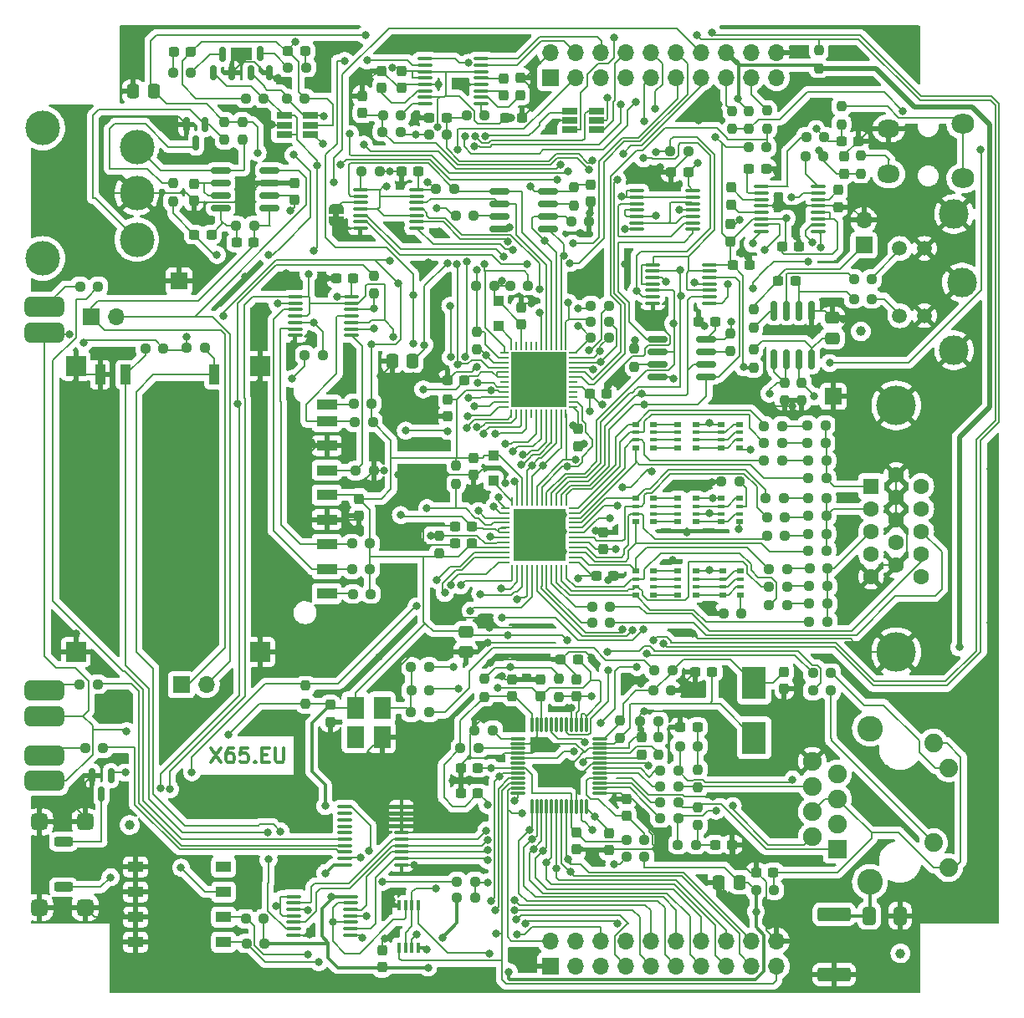
<source format=gbr>
%TF.GenerationSoftware,KiCad,Pcbnew,6.0.11-3.fc36*%
%TF.CreationDate,2023-04-28T14:31:49+02:00*%
%TF.ProjectId,openX65-vabo,6f70656e-5836-4352-9d76-61626f2e6b69,rev01*%
%TF.SameCoordinates,Original*%
%TF.FileFunction,Copper,L1,Top*%
%TF.FilePolarity,Positive*%
%FSLAX46Y46*%
G04 Gerber Fmt 4.6, Leading zero omitted, Abs format (unit mm)*
G04 Created by KiCad (PCBNEW 6.0.11-3.fc36) date 2023-04-28 14:31:49*
%MOMM*%
%LPD*%
G01*
G04 APERTURE LIST*
G04 Aperture macros list*
%AMRoundRect*
0 Rectangle with rounded corners*
0 $1 Rounding radius*
0 $2 $3 $4 $5 $6 $7 $8 $9 X,Y pos of 4 corners*
0 Add a 4 corners polygon primitive as box body*
4,1,4,$2,$3,$4,$5,$6,$7,$8,$9,$2,$3,0*
0 Add four circle primitives for the rounded corners*
1,1,$1+$1,$2,$3*
1,1,$1+$1,$4,$5*
1,1,$1+$1,$6,$7*
1,1,$1+$1,$8,$9*
0 Add four rect primitives between the rounded corners*
20,1,$1+$1,$2,$3,$4,$5,0*
20,1,$1+$1,$4,$5,$6,$7,0*
20,1,$1+$1,$6,$7,$8,$9,0*
20,1,$1+$1,$8,$9,$2,$3,0*%
%AMFreePoly0*
4,1,22,0.500000,-0.750000,0.000000,-0.750000,0.000000,-0.745033,-0.079941,-0.743568,-0.215256,-0.701293,-0.333266,-0.622738,-0.424486,-0.514219,-0.481581,-0.384460,-0.499164,-0.250000,-0.500000,-0.250000,-0.500000,0.250000,-0.499164,0.250000,-0.499963,0.256109,-0.478152,0.396186,-0.417904,0.524511,-0.324060,0.630769,-0.204165,0.706417,-0.067858,0.745374,0.000000,0.744959,0.000000,0.750000,
0.500000,0.750000,0.500000,-0.750000,0.500000,-0.750000,$1*%
%AMFreePoly1*
4,1,20,0.000000,0.744959,0.073905,0.744508,0.209726,0.703889,0.328688,0.626782,0.421226,0.519385,0.479903,0.390333,0.500000,0.250000,0.500000,-0.250000,0.499851,-0.262216,0.476331,-0.402017,0.414519,-0.529596,0.319384,-0.634700,0.198574,-0.708877,0.061801,-0.746166,0.000000,-0.745033,0.000000,-0.750000,-0.500000,-0.750000,-0.500000,0.750000,0.000000,0.750000,0.000000,0.744959,
0.000000,0.744959,$1*%
G04 Aperture macros list end*
%ADD10C,0.300000*%
%TA.AperFunction,NonConductor*%
%ADD11C,0.300000*%
%TD*%
%TA.AperFunction,ComponentPad*%
%ADD12R,1.700000X1.700000*%
%TD*%
%TA.AperFunction,ComponentPad*%
%ADD13C,1.500000*%
%TD*%
%TA.AperFunction,ComponentPad*%
%ADD14C,3.000000*%
%TD*%
%TA.AperFunction,SMDPad,CuDef*%
%ADD15RoundRect,0.249999X-1.425001X0.450001X-1.425001X-0.450001X1.425001X-0.450001X1.425001X0.450001X0*%
%TD*%
%TA.AperFunction,SMDPad,CuDef*%
%ADD16RoundRect,0.250000X-0.412500X-0.650000X0.412500X-0.650000X0.412500X0.650000X-0.412500X0.650000X0*%
%TD*%
%TA.AperFunction,SMDPad,CuDef*%
%ADD17RoundRect,0.237500X-0.250000X-0.237500X0.250000X-0.237500X0.250000X0.237500X-0.250000X0.237500X0*%
%TD*%
%TA.AperFunction,SMDPad,CuDef*%
%ADD18RoundRect,0.237500X-0.300000X-0.237500X0.300000X-0.237500X0.300000X0.237500X-0.300000X0.237500X0*%
%TD*%
%TA.AperFunction,SMDPad,CuDef*%
%ADD19RoundRect,0.500000X-1.500000X0.500000X-1.500000X-0.500000X1.500000X-0.500000X1.500000X0.500000X0*%
%TD*%
%TA.AperFunction,SMDPad,CuDef*%
%ADD20RoundRect,0.237500X-0.237500X0.250000X-0.237500X-0.250000X0.237500X-0.250000X0.237500X0.250000X0*%
%TD*%
%TA.AperFunction,SMDPad,CuDef*%
%ADD21RoundRect,0.075000X0.662500X0.075000X-0.662500X0.075000X-0.662500X-0.075000X0.662500X-0.075000X0*%
%TD*%
%TA.AperFunction,SMDPad,CuDef*%
%ADD22RoundRect,0.075000X0.075000X0.662500X-0.075000X0.662500X-0.075000X-0.662500X0.075000X-0.662500X0*%
%TD*%
%TA.AperFunction,SMDPad,CuDef*%
%ADD23RoundRect,0.237500X0.250000X0.237500X-0.250000X0.237500X-0.250000X-0.237500X0.250000X-0.237500X0*%
%TD*%
%TA.AperFunction,SMDPad,CuDef*%
%ADD24RoundRect,0.237500X-0.237500X0.300000X-0.237500X-0.300000X0.237500X-0.300000X0.237500X0.300000X0*%
%TD*%
%TA.AperFunction,SMDPad,CuDef*%
%ADD25RoundRect,0.100000X-0.637500X-0.100000X0.637500X-0.100000X0.637500X0.100000X-0.637500X0.100000X0*%
%TD*%
%TA.AperFunction,SMDPad,CuDef*%
%ADD26RoundRect,0.237500X0.237500X-0.250000X0.237500X0.250000X-0.237500X0.250000X-0.237500X-0.250000X0*%
%TD*%
%TA.AperFunction,SMDPad,CuDef*%
%ADD27RoundRect,0.150000X0.150000X-0.587500X0.150000X0.587500X-0.150000X0.587500X-0.150000X-0.587500X0*%
%TD*%
%TA.AperFunction,SMDPad,CuDef*%
%ADD28RoundRect,0.237500X0.237500X-0.300000X0.237500X0.300000X-0.237500X0.300000X-0.237500X-0.300000X0*%
%TD*%
%TA.AperFunction,SMDPad,CuDef*%
%ADD29RoundRect,0.150000X-0.825000X-0.150000X0.825000X-0.150000X0.825000X0.150000X-0.825000X0.150000X0*%
%TD*%
%TA.AperFunction,SMDPad,CuDef*%
%ADD30RoundRect,0.237500X0.300000X0.237500X-0.300000X0.237500X-0.300000X-0.237500X0.300000X-0.237500X0*%
%TD*%
%TA.AperFunction,SMDPad,CuDef*%
%ADD31RoundRect,0.100000X0.637500X0.100000X-0.637500X0.100000X-0.637500X-0.100000X0.637500X-0.100000X0*%
%TD*%
%TA.AperFunction,ComponentPad*%
%ADD32O,1.700000X1.700000*%
%TD*%
%TA.AperFunction,SMDPad,CuDef*%
%ADD33C,1.000000*%
%TD*%
%TA.AperFunction,ComponentPad*%
%ADD34C,3.500000*%
%TD*%
%TA.AperFunction,SMDPad,CuDef*%
%ADD35RoundRect,0.250000X-0.337500X-0.475000X0.337500X-0.475000X0.337500X0.475000X-0.337500X0.475000X0*%
%TD*%
%TA.AperFunction,SMDPad,CuDef*%
%ADD36RoundRect,0.062500X0.337500X0.062500X-0.337500X0.062500X-0.337500X-0.062500X0.337500X-0.062500X0*%
%TD*%
%TA.AperFunction,SMDPad,CuDef*%
%ADD37RoundRect,0.062500X0.062500X0.337500X-0.062500X0.337500X-0.062500X-0.337500X0.062500X-0.337500X0*%
%TD*%
%TA.AperFunction,SMDPad,CuDef*%
%ADD38R,5.300000X5.300000*%
%TD*%
%TA.AperFunction,ComponentPad*%
%ADD39C,4.000000*%
%TD*%
%TA.AperFunction,ComponentPad*%
%ADD40R,1.600000X1.600000*%
%TD*%
%TA.AperFunction,ComponentPad*%
%ADD41C,1.600000*%
%TD*%
%TA.AperFunction,SMDPad,CuDef*%
%ADD42R,1.560000X0.650000*%
%TD*%
%TA.AperFunction,SMDPad,CuDef*%
%ADD43R,0.800000X0.500000*%
%TD*%
%TA.AperFunction,SMDPad,CuDef*%
%ADD44R,0.800000X0.400000*%
%TD*%
%TA.AperFunction,SMDPad,CuDef*%
%ADD45R,2.400000X3.325000*%
%TD*%
%TA.AperFunction,SMDPad,CuDef*%
%ADD46RoundRect,0.150000X-0.150000X0.587500X-0.150000X-0.587500X0.150000X-0.587500X0.150000X0.587500X0*%
%TD*%
%TA.AperFunction,SMDPad,CuDef*%
%ADD47RoundRect,0.237500X-0.287500X-0.237500X0.287500X-0.237500X0.287500X0.237500X-0.287500X0.237500X0*%
%TD*%
%TA.AperFunction,SMDPad,CuDef*%
%ADD48RoundRect,0.237500X0.287500X0.237500X-0.287500X0.237500X-0.287500X-0.237500X0.287500X-0.237500X0*%
%TD*%
%TA.AperFunction,SMDPad,CuDef*%
%ADD49RoundRect,0.062500X0.375000X0.062500X-0.375000X0.062500X-0.375000X-0.062500X0.375000X-0.062500X0*%
%TD*%
%TA.AperFunction,SMDPad,CuDef*%
%ADD50RoundRect,0.062500X0.062500X0.375000X-0.062500X0.375000X-0.062500X-0.375000X0.062500X-0.375000X0*%
%TD*%
%TA.AperFunction,SMDPad,CuDef*%
%ADD51R,5.600000X5.600000*%
%TD*%
%TA.AperFunction,SMDPad,CuDef*%
%ADD52R,1.760000X2.250000*%
%TD*%
%TA.AperFunction,SMDPad,CuDef*%
%ADD53FreePoly0,270.000000*%
%TD*%
%TA.AperFunction,SMDPad,CuDef*%
%ADD54FreePoly1,270.000000*%
%TD*%
%TA.AperFunction,SMDPad,CuDef*%
%ADD55RoundRect,0.250000X0.475000X-0.337500X0.475000X0.337500X-0.475000X0.337500X-0.475000X-0.337500X0*%
%TD*%
%TA.AperFunction,SMDPad,CuDef*%
%ADD56R,2.000000X1.100000*%
%TD*%
%TA.AperFunction,SMDPad,CuDef*%
%ADD57R,1.000000X2.000000*%
%TD*%
%TA.AperFunction,SMDPad,CuDef*%
%ADD58R,2.000000X2.000000*%
%TD*%
%TA.AperFunction,SMDPad,CuDef*%
%ADD59R,0.400000X1.100000*%
%TD*%
%TA.AperFunction,SMDPad,CuDef*%
%ADD60R,1.000000X1.000000*%
%TD*%
%TA.AperFunction,SMDPad,CuDef*%
%ADD61RoundRect,0.250000X0.700000X-0.250000X0.700000X0.250000X-0.700000X0.250000X-0.700000X-0.250000X0*%
%TD*%
%TA.AperFunction,SMDPad,CuDef*%
%ADD62RoundRect,0.425000X0.425000X-0.425000X0.425000X0.425000X-0.425000X0.425000X-0.425000X-0.425000X0*%
%TD*%
%TA.AperFunction,SMDPad,CuDef*%
%ADD63R,1.500000X1.100000*%
%TD*%
%TA.AperFunction,SMDPad,CuDef*%
%ADD64RoundRect,0.150000X0.150000X-0.825000X0.150000X0.825000X-0.150000X0.825000X-0.150000X-0.825000X0*%
%TD*%
%TA.AperFunction,ComponentPad*%
%ADD65C,2.600000*%
%TD*%
%TA.AperFunction,ComponentPad*%
%ADD66C,1.890000*%
%TD*%
%TA.AperFunction,ComponentPad*%
%ADD67R,1.900000X1.900000*%
%TD*%
%TA.AperFunction,ComponentPad*%
%ADD68C,1.900000*%
%TD*%
%TA.AperFunction,ComponentPad*%
%ADD69O,2.300000X1.800000*%
%TD*%
%TA.AperFunction,ComponentPad*%
%ADD70O,2.300000X2.000000*%
%TD*%
%TA.AperFunction,ViaPad*%
%ADD71C,0.800000*%
%TD*%
%TA.AperFunction,Conductor*%
%ADD72C,0.200000*%
%TD*%
%TA.AperFunction,Conductor*%
%ADD73C,0.300000*%
%TD*%
%TA.AperFunction,Conductor*%
%ADD74C,0.500000*%
%TD*%
G04 APERTURE END LIST*
D10*
D11*
X79250000Y-114178571D02*
X80250000Y-115678571D01*
X80250000Y-114178571D02*
X79250000Y-115678571D01*
X81464285Y-114178571D02*
X81178571Y-114178571D01*
X81035714Y-114250000D01*
X80964285Y-114321428D01*
X80821428Y-114535714D01*
X80750000Y-114821428D01*
X80750000Y-115392857D01*
X80821428Y-115535714D01*
X80892857Y-115607142D01*
X81035714Y-115678571D01*
X81321428Y-115678571D01*
X81464285Y-115607142D01*
X81535714Y-115535714D01*
X81607142Y-115392857D01*
X81607142Y-115035714D01*
X81535714Y-114892857D01*
X81464285Y-114821428D01*
X81321428Y-114750000D01*
X81035714Y-114750000D01*
X80892857Y-114821428D01*
X80821428Y-114892857D01*
X80750000Y-115035714D01*
X82964285Y-114178571D02*
X82250000Y-114178571D01*
X82178571Y-114892857D01*
X82250000Y-114821428D01*
X82392857Y-114750000D01*
X82750000Y-114750000D01*
X82892857Y-114821428D01*
X82964285Y-114892857D01*
X83035714Y-115035714D01*
X83035714Y-115392857D01*
X82964285Y-115535714D01*
X82892857Y-115607142D01*
X82750000Y-115678571D01*
X82392857Y-115678571D01*
X82250000Y-115607142D01*
X82178571Y-115535714D01*
X83678571Y-115535714D02*
X83750000Y-115607142D01*
X83678571Y-115678571D01*
X83607142Y-115607142D01*
X83678571Y-115535714D01*
X83678571Y-115678571D01*
X84392857Y-114892857D02*
X84892857Y-114892857D01*
X85107142Y-115678571D02*
X84392857Y-115678571D01*
X84392857Y-114178571D01*
X85107142Y-114178571D01*
X85750000Y-114178571D02*
X85750000Y-115392857D01*
X85821428Y-115535714D01*
X85892857Y-115607142D01*
X86035714Y-115678571D01*
X86321428Y-115678571D01*
X86464285Y-115607142D01*
X86535714Y-115535714D01*
X86607142Y-115392857D01*
X86607142Y-114178571D01*
%TO.C,JP601*%
G36*
X92200000Y-60500000D02*
G01*
X91600000Y-60500000D01*
X91600000Y-60000000D01*
X92200000Y-60000000D01*
X92200000Y-60500000D01*
G37*
%TD*%
D12*
%TO.P,J504,1,Pin_1*%
%TO.N,GND*%
X142200000Y-78600000D03*
%TD*%
%TO.P,J503,1,Pin_1*%
%TO.N,GND*%
X76000000Y-66900000D03*
%TD*%
D13*
%TO.P,J302,1*%
%TO.N,GND*%
X151437500Y-63600000D03*
%TO.P,J302,2*%
X151437500Y-70400000D03*
%TO.P,J302,3*%
%TO.N,Net-(J302-Pad3)*%
X148937500Y-63600000D03*
%TO.P,J302,4*%
%TO.N,Net-(J302-Pad4)*%
X148937500Y-70400000D03*
D14*
%TO.P,J302,SH*%
%TO.N,GND*%
X154437500Y-60100000D03*
X154437500Y-73900000D03*
X155237500Y-67050000D03*
%TD*%
D15*
%TO.P,R804,1*%
%TO.N,/Ethernet/LANSH*%
X142300000Y-131050000D03*
%TO.P,R804,2*%
%TO.N,GND*%
X142300000Y-137150000D03*
%TD*%
D16*
%TO.P,C818,2*%
%TO.N,GND*%
X148962500Y-131200000D03*
%TO.P,C818,1*%
%TO.N,/Ethernet/LANSH*%
X145837500Y-131200000D03*
%TD*%
D17*
%TO.P,R606,1*%
%TO.N,ASPI_SCK*%
X115687500Y-60900000D03*
%TO.P,R606,2*%
%TO.N,GND*%
X117512500Y-60900000D03*
%TD*%
D18*
%TO.P,C202,1*%
%TO.N,+3V3*%
X118237500Y-96750000D03*
%TO.P,C202,2*%
%TO.N,GND*%
X119962500Y-96750000D03*
%TD*%
D19*
%TO.P,D502,1,K*%
%TO.N,Net-(D502-Pad1)*%
X62400000Y-108350000D03*
%TO.P,D502,2,A*%
%TO.N,+3V3*%
X62400000Y-110950000D03*
%TD*%
D20*
%TO.P,R603,1*%
%TO.N,+3V3*%
X116000000Y-57400000D03*
%TO.P,R603,2*%
%TO.N,Net-(R603-Pad2)*%
X116000000Y-59225000D03*
%TD*%
D21*
%TO.P,U801,1,GNDA*%
%TO.N,GND*%
X118612500Y-118750000D03*
%TO.P,U801,2,TXON*%
%TO.N,/Ethernet/TXON*%
X118612500Y-118250000D03*
%TO.P,U801,3,TXOP*%
%TO.N,/Ethernet/TXOP*%
X118612500Y-117750000D03*
%TO.P,U801,4,1V2A*%
%TO.N,/Ethernet/1V2A*%
X118612500Y-117250000D03*
%TO.P,U801,5,RXIN*%
%TO.N,/Ethernet/RXIN*%
X118612500Y-116750000D03*
%TO.P,U801,6,RXIP*%
%TO.N,/Ethernet/RXIP*%
X118612500Y-116250000D03*
%TO.P,U801,7,GNDA*%
%TO.N,GND*%
X118612500Y-115750000D03*
%TO.P,U801,8,3V3A*%
%TO.N,/Ethernet/3V3A*%
X118612500Y-115250000D03*
%TO.P,U801,9,RSET_BG*%
%TO.N,/Ethernet/RSET*%
X118612500Y-114750000D03*
%TO.P,U801,10,GND*%
%TO.N,GND*%
X118612500Y-114250000D03*
%TO.P,U801,11,XSCO*%
%TO.N,/Ethernet/XSCO*%
X118612500Y-113750000D03*
%TO.P,U801,12,XSCI*%
%TO.N,/Ethernet/XSCI*%
X118612500Y-113250000D03*
D22*
%TO.P,U801,13,1V2D*%
%TO.N,/Ethernet/1V2O*%
X117200000Y-111837500D03*
%TO.P,U801,14,1V2O*%
X116700000Y-111837500D03*
%TO.P,U801,15,3V3A*%
%TO.N,/Ethernet/3V3A*%
X116200000Y-111837500D03*
%TO.P,U801,16,GNDA*%
%TO.N,GND*%
X115700000Y-111837500D03*
%TO.P,U801,17,~{LNK_LED}*%
%TO.N,/Ethernet/~{LLED}*%
X115200000Y-111837500D03*
%TO.P,U801,18,~{SPD_LED}*%
%TO.N,unconnected-(U801-Pad18)*%
X114700000Y-111837500D03*
%TO.P,U801,19,~{DPX_LED}*%
%TO.N,unconnected-(U801-Pad19)*%
X114200000Y-111837500D03*
%TO.P,U801,20,~{ACT_LED}*%
%TO.N,/Ethernet/~{ALED}*%
X113700000Y-111837500D03*
%TO.P,U801,21,~{COL_LED}*%
%TO.N,unconnected-(U801-Pad21)*%
X113200000Y-111837500D03*
%TO.P,U801,22,1V2D*%
%TO.N,/Ethernet/1V2O*%
X112700000Y-111837500D03*
%TO.P,U801,23,GND*%
%TO.N,GND*%
X112200000Y-111837500D03*
%TO.P,U801,24,3V3D*%
%TO.N,/Ethernet/3V3D*%
X111700000Y-111837500D03*
D21*
%TO.P,U801,25,MOD0*%
%TO.N,/Ethernet/MOD0*%
X110287500Y-113250000D03*
%TO.P,U801,26,MOD1*%
%TO.N,GND*%
X110287500Y-113750000D03*
%TO.P,U801,27,MOD2*%
%TO.N,/Ethernet/MOD2*%
X110287500Y-114250000D03*
%TO.P,U801,28,MOD3*%
%TO.N,GND*%
X110287500Y-114750000D03*
%TO.P,U801,29,~{CS}*%
%TO.N,~{ECS2}*%
X110287500Y-115250000D03*
%TO.P,U801,30,SCLK*%
%TO.N,unconnected-(U801-Pad30)*%
X110287500Y-115750000D03*
%TO.P,U801,31,1V2D*%
%TO.N,/Ethernet/1V2O*%
X110287500Y-116250000D03*
%TO.P,U801,32,MOSI/A0*%
%TO.N,A0*%
X110287500Y-116750000D03*
%TO.P,U801,33,MISO/A1*%
%TO.N,A1*%
X110287500Y-117250000D03*
%TO.P,U801,34,~{RD}*%
%TO.N,~{MRD}*%
X110287500Y-117750000D03*
%TO.P,U801,35,~{WR}*%
%TO.N,~{MWR}*%
X110287500Y-118250000D03*
%TO.P,U801,36,3V3D*%
%TO.N,/Ethernet/3V3D*%
X110287500Y-118750000D03*
D22*
%TO.P,U801,37,DAT0*%
%TO.N,D0*%
X111700000Y-120162500D03*
%TO.P,U801,38,DAT1*%
%TO.N,D1*%
X112200000Y-120162500D03*
%TO.P,U801,39,DAT2*%
%TO.N,D2*%
X112700000Y-120162500D03*
%TO.P,U801,40,DAT3*%
%TO.N,D3*%
X113200000Y-120162500D03*
%TO.P,U801,41,DAT4*%
%TO.N,D4*%
X113700000Y-120162500D03*
%TO.P,U801,42,DAT5*%
%TO.N,D5*%
X114200000Y-120162500D03*
%TO.P,U801,43,DAT6*%
%TO.N,D6*%
X114700000Y-120162500D03*
%TO.P,U801,44,DAT7*%
%TO.N,D7*%
X115200000Y-120162500D03*
%TO.P,U801,45,1V2D*%
%TO.N,/Ethernet/1V2O*%
X115700000Y-120162500D03*
%TO.P,U801,46,GND*%
%TO.N,GND*%
X116200000Y-120162500D03*
%TO.P,U801,47,~{INT}*%
%TO.N,~{EIRQ}*%
X116700000Y-120162500D03*
%TO.P,U801,48,~{RST}*%
%TO.N,/Ethernet/~{WIZRST}*%
X117200000Y-120162500D03*
%TD*%
D17*
%TO.P,R505,1*%
%TO.N,+3V3*%
X109487500Y-67350000D03*
%TO.P,R505,2*%
%TO.N,~{AIRQ}*%
X111312500Y-67350000D03*
%TD*%
D23*
%TO.P,R324,1*%
%TO.N,/Video Outputs/RED*%
X141412500Y-83300000D03*
%TO.P,R324,2*%
%TO.N,Net-(R310-Pad1)*%
X139587500Y-83300000D03*
%TD*%
D24*
%TO.P,C717,1*%
%TO.N,+3V3*%
X98550000Y-45587500D03*
%TO.P,C717,2*%
%TO.N,GND*%
X98550000Y-47312500D03*
%TD*%
D23*
%TO.P,FB803,1*%
%TO.N,/Ethernet/CTVDD*%
X136212500Y-128600000D03*
%TO.P,FB803,2*%
%TO.N,+3V3*%
X134387500Y-128600000D03*
%TD*%
D18*
%TO.P,C812,1*%
%TO.N,GND*%
X126737500Y-112100000D03*
%TO.P,C812,2*%
%TO.N,Net-(C812-Pad2)*%
X128462500Y-112100000D03*
%TD*%
D25*
%TO.P,U402,1,1OE*%
%TO.N,VFPGA_CDONE*%
X87737500Y-68500000D03*
%TO.P,U402,2,1A*%
%TO.N,~{SD_SSEL}*%
X87737500Y-69150000D03*
%TO.P,U402,3,1B*%
%TO.N,/VERA SPI-Flash\u002C SDC/CDDAT3*%
X87737500Y-69800000D03*
%TO.P,U402,4,2OE*%
%TO.N,VFPGA_CDONE*%
X87737500Y-70450000D03*
%TO.P,U402,5,2A*%
%TO.N,VSPI_MOSI*%
X87737500Y-71100000D03*
%TO.P,U402,6,2B*%
%TO.N,/VERA SPI-Flash\u002C SDC/CMD*%
X87737500Y-71750000D03*
%TO.P,U402,7,GND*%
%TO.N,GND*%
X87737500Y-72400000D03*
%TO.P,U402,8,3B*%
%TO.N,/VERA SPI-Flash\u002C SDC/CLK*%
X93462500Y-72400000D03*
%TO.P,U402,9,3A*%
%TO.N,VSPI_SCK*%
X93462500Y-71750000D03*
%TO.P,U402,10,3OE*%
%TO.N,VFPGA_CDONE*%
X93462500Y-71100000D03*
%TO.P,U402,11,4B*%
%TO.N,/VERA SPI-Flash\u002C SDC/DAT0*%
X93462500Y-70450000D03*
%TO.P,U402,12,4A*%
%TO.N,VSPI_MISO*%
X93462500Y-69800000D03*
%TO.P,U402,13,4OE*%
%TO.N,VFPGA_CDONE*%
X93462500Y-69150000D03*
%TO.P,U402,14,VCC*%
%TO.N,+3V3*%
X93462500Y-68500000D03*
%TD*%
D20*
%TO.P,R303,1*%
%TO.N,Net-(R303-Pad1)*%
X137300000Y-77175000D03*
%TO.P,R303,2*%
%TO.N,GND*%
X137300000Y-79000000D03*
%TD*%
D17*
%TO.P,R511,1*%
%TO.N,/Motherboard Connectors/DIP2*%
X82750000Y-131500000D03*
%TO.P,R511,2*%
%TO.N,+3V3*%
X84575000Y-131500000D03*
%TD*%
D23*
%TO.P,R319,1*%
%TO.N,Net-(R319-Pad1)*%
X137512500Y-97900000D03*
%TO.P,R319,2*%
%TO.N,VGA_B1*%
X135687500Y-97900000D03*
%TD*%
D26*
%TO.P,R305,1*%
%TO.N,+3V3*%
X134137500Y-75687500D03*
%TO.P,R305,2*%
%TO.N,Net-(C302-Pad1)*%
X134137500Y-73862500D03*
%TD*%
D27*
%TO.P,Q201,1,G*%
%TO.N,VFPGA_CDONE*%
X79450000Y-45787500D03*
%TO.P,Q201,2,S*%
%TO.N,GND*%
X81350000Y-45787500D03*
%TO.P,Q201,3,D*%
%TO.N,Net-(Q201-Pad3)*%
X80400000Y-43912500D03*
%TD*%
D28*
%TO.P,C206,1*%
%TO.N,+1V2*%
X118900000Y-94062500D03*
%TO.P,C206,2*%
%TO.N,GND*%
X118900000Y-92337500D03*
%TD*%
D29*
%TO.P,U401,1,~{CS}*%
%TO.N,~{VFLASH_SSEL}*%
X124425000Y-72795000D03*
%TO.P,U401,2,DO(IO1)*%
%TO.N,VSPI_MISO*%
X124425000Y-74065000D03*
%TO.P,U401,3,IO2*%
%TO.N,Net-(R401-Pad2)*%
X124425000Y-75335000D03*
%TO.P,U401,4,GND*%
%TO.N,GND*%
X124425000Y-76605000D03*
%TO.P,U401,5,DI(IO0)*%
%TO.N,VSPI_MOSI*%
X129375000Y-76605000D03*
%TO.P,U401,6,CLK*%
%TO.N,VSPI_SCK*%
X129375000Y-75335000D03*
%TO.P,U401,7,IO3*%
%TO.N,Net-(R402-Pad2)*%
X129375000Y-74065000D03*
%TO.P,U401,8,VCC*%
%TO.N,+3V3*%
X129375000Y-72795000D03*
%TD*%
D23*
%TO.P,R207,1*%
%TO.N,Net-(Q201-Pad3)*%
X77212500Y-45800000D03*
%TO.P,R207,2*%
%TO.N,Net-(D203-Pad1)*%
X75387500Y-45800000D03*
%TD*%
D28*
%TO.P,C713,1*%
%TO.N,Net-(C713-Pad1)*%
X108850000Y-48112500D03*
%TO.P,C713,2*%
%TO.N,Net-(C713-Pad2)*%
X108850000Y-46387500D03*
%TD*%
D24*
%TO.P,C403,1*%
%TO.N,+3V3*%
X94200000Y-88937500D03*
%TO.P,C403,2*%
%TO.N,GND*%
X94200000Y-90662500D03*
%TD*%
D26*
%TO.P,R801,1*%
%TO.N,/Ethernet/RSET*%
X124500000Y-114912500D03*
%TO.P,R801,2*%
%TO.N,Net-(R801-Pad2)*%
X124500000Y-113087500D03*
%TD*%
D24*
%TO.P,C602,1*%
%TO.N,+3V3*%
X117625000Y-57112500D03*
%TO.P,C602,2*%
%TO.N,GND*%
X117625000Y-58837500D03*
%TD*%
%TO.P,C211,1*%
%TO.N,+3V3*%
X91300000Y-109837500D03*
%TO.P,C211,2*%
%TO.N,GND*%
X91300000Y-111562500D03*
%TD*%
D20*
%TO.P,R707,1*%
%TO.N,Net-(Q701-Pad3)*%
X75400000Y-56987500D03*
%TO.P,R707,2*%
%TO.N,Net-(C708-Pad1)*%
X75400000Y-58812500D03*
%TD*%
D23*
%TO.P,R810,1*%
%TO.N,Net-(C811-Pad2)*%
X128312500Y-124000000D03*
%TO.P,R810,2*%
%TO.N,/Ethernet/TDN*%
X126487500Y-124000000D03*
%TD*%
D26*
%TO.P,R817,1*%
%TO.N,/Ethernet/XSCO*%
X120600000Y-113212500D03*
%TO.P,R817,2*%
%TO.N,/Ethernet/XSCI*%
X120600000Y-111387500D03*
%TD*%
D25*
%TO.P,U403,1*%
%TO.N,VFPGA_CDONE*%
X122300000Y-57750000D03*
%TO.P,U403,2*%
X122300000Y-58400000D03*
%TO.P,U403,3*%
%TO.N,Net-(U403-Pad3)*%
X122300000Y-59050000D03*
%TO.P,U403,4*%
%TO.N,~{VSPI_SSEL}*%
X122300000Y-59700000D03*
%TO.P,U403,5*%
X122300000Y-60350000D03*
%TO.P,U403,6*%
%TO.N,Net-(U403-Pad10)*%
X122300000Y-61000000D03*
%TO.P,U403,7,GND*%
%TO.N,GND*%
X122300000Y-61650000D03*
%TO.P,U403,8*%
%TO.N,~{VFLASH_SSEL}*%
X128025000Y-61650000D03*
%TO.P,U403,9*%
%TO.N,Net-(U403-Pad3)*%
X128025000Y-61000000D03*
%TO.P,U403,10*%
%TO.N,Net-(U403-Pad10)*%
X128025000Y-60350000D03*
%TO.P,U403,11*%
%TO.N,~{SD_SSEL}*%
X128025000Y-59700000D03*
%TO.P,U403,12*%
%TO.N,Net-(U403-Pad10)*%
X128025000Y-59050000D03*
%TO.P,U403,13*%
%TO.N,VFPGA_CDONE*%
X128025000Y-58400000D03*
%TO.P,U403,14,VCC*%
%TO.N,+3V3*%
X128025000Y-57750000D03*
%TD*%
D24*
%TO.P,C701,1*%
%TO.N,Net-(C701-Pad1)*%
X142700000Y-57687500D03*
%TO.P,C701,2*%
%TO.N,GND*%
X142700000Y-59412500D03*
%TD*%
D28*
%TO.P,C712,1*%
%TO.N,Net-(C712-Pad1)*%
X96500000Y-47312500D03*
%TO.P,C712,2*%
%TO.N,GND*%
X96500000Y-45587500D03*
%TD*%
D20*
%TO.P,R607,1*%
%TO.N,~{ARST}*%
X135525000Y-49612500D03*
%TO.P,R607,2*%
%TO.N,/Audio AURA FPGA/AFRESB*%
X135525000Y-51437500D03*
%TD*%
D17*
%TO.P,R807,1*%
%TO.N,/Ethernet/~{LLED}*%
X140137500Y-108400000D03*
%TO.P,R807,2*%
%TO.N,/Ethernet/LEDGK*%
X141962500Y-108400000D03*
%TD*%
D20*
%TO.P,R410,1*%
%TO.N,~{VSPI_SSEL}*%
X88800000Y-107887500D03*
%TO.P,R410,2*%
%TO.N,+3V3*%
X88800000Y-109712500D03*
%TD*%
D17*
%TO.P,R604,1*%
%TO.N,+3V3*%
X133637500Y-53350000D03*
%TO.P,R604,2*%
%TO.N,/Audio AURA FPGA/AFRESB*%
X135462500Y-53350000D03*
%TD*%
D23*
%TO.P,FB801,1*%
%TO.N,/Ethernet/1V2A*%
X123112500Y-123500000D03*
%TO.P,FB801,2*%
%TO.N,/Ethernet/1V2O*%
X121287500Y-123500000D03*
%TD*%
%TO.P,R502,1*%
%TO.N,+3V3*%
X107887500Y-67350000D03*
%TO.P,R502,2*%
%TO.N,~{ACS1}*%
X106062500Y-67350000D03*
%TD*%
%TO.P,R610,1*%
%TO.N,VAUDIO_LRCK*%
X119512500Y-69400000D03*
%TO.P,R610,2*%
%TO.N,AUDIO_LRCK*%
X117687500Y-69400000D03*
%TD*%
%TO.P,R309,1*%
%TO.N,Net-(R309-Pad1)*%
X137012500Y-81600000D03*
%TO.P,R309,2*%
%TO.N,VGA_R3*%
X135187500Y-81600000D03*
%TD*%
%TO.P,R702,1*%
%TO.N,R_AUDIO*%
X141212500Y-54300000D03*
%TO.P,R702,2*%
%TO.N,/Audio DAC\u002C Output/LINEOUTR*%
X139387500Y-54300000D03*
%TD*%
D25*
%TO.P,U602,1,1OE*%
%TO.N,AURAFCS*%
X94337500Y-57650000D03*
%TO.P,U602,2,1A*%
%TO.N,~{AFLASH_SSEL}*%
X94337500Y-58300000D03*
%TO.P,U602,3,1B*%
%TO.N,Net-(JP601-Pad1)*%
X94337500Y-58950000D03*
%TO.P,U602,4,2OE*%
%TO.N,AURAFCS*%
X94337500Y-59600000D03*
%TO.P,U602,5,2A*%
%TO.N,ASPI_MOSI*%
X94337500Y-60250000D03*
%TO.P,U602,6,2B*%
%TO.N,FMOSI*%
X94337500Y-60900000D03*
%TO.P,U602,7,GND*%
%TO.N,GND*%
X94337500Y-61550000D03*
%TO.P,U602,8,3B*%
%TO.N,FSCK*%
X100062500Y-61550000D03*
%TO.P,U602,9,3A*%
%TO.N,ASPI_SCK*%
X100062500Y-60900000D03*
%TO.P,U602,10,3OE*%
%TO.N,AURAFCS*%
X100062500Y-60250000D03*
%TO.P,U602,11,4B*%
%TO.N,FMISO*%
X100062500Y-59600000D03*
%TO.P,U602,12,4A*%
%TO.N,ASPI_MISO*%
X100062500Y-58950000D03*
%TO.P,U602,13,4OE*%
%TO.N,AURAFCS*%
X100062500Y-58300000D03*
%TO.P,U602,14,VCC*%
%TO.N,+3V3*%
X100062500Y-57650000D03*
%TD*%
D17*
%TO.P,R204,1*%
%TO.N,/Video VERA FPGA/25MHZ*%
X99500000Y-108400000D03*
%TO.P,R204,2*%
%TO.N,VSYSCLK*%
X101325000Y-108400000D03*
%TD*%
D18*
%TO.P,C718,1*%
%TO.N,+3V3*%
X108987500Y-50350000D03*
%TO.P,C718,2*%
%TO.N,GND*%
X110712500Y-50350000D03*
%TD*%
D25*
%TO.P,U404,1,1OE*%
%TO.N,VERAFCS*%
X123937500Y-65250000D03*
%TO.P,U404,2,1A*%
%TO.N,~{VSPI_SSEL}*%
X123937500Y-65900000D03*
%TO.P,U404,3,1B*%
%TO.N,Net-(JP402-Pad1)*%
X123937500Y-66550000D03*
%TO.P,U404,4,2OE*%
%TO.N,VERAFCS*%
X123937500Y-67200000D03*
%TO.P,U404,5,2A*%
%TO.N,VSPI_MISO*%
X123937500Y-67850000D03*
%TO.P,U404,6,2B*%
%TO.N,FMISO*%
X123937500Y-68500000D03*
%TO.P,U404,7,GND*%
%TO.N,GND*%
X123937500Y-69150000D03*
%TO.P,U404,8,3B*%
%TO.N,FSCK*%
X129662500Y-69150000D03*
%TO.P,U404,9,3A*%
%TO.N,VSPI_SCK*%
X129662500Y-68500000D03*
%TO.P,U404,10,3OE*%
%TO.N,VERAFCS*%
X129662500Y-67850000D03*
%TO.P,U404,11,4B*%
%TO.N,FMOSI*%
X129662500Y-67200000D03*
%TO.P,U404,12,4A*%
%TO.N,VSPI_MOSI*%
X129662500Y-66550000D03*
%TO.P,U404,13,4OE*%
%TO.N,VERAFCS*%
X129662500Y-65900000D03*
%TO.P,U404,14,VCC*%
%TO.N,+3V3*%
X129662500Y-65250000D03*
%TD*%
D24*
%TO.P,C607,1*%
%TO.N,+3V3*%
X116350000Y-81887500D03*
%TO.P,C607,2*%
%TO.N,GND*%
X116350000Y-83612500D03*
%TD*%
D30*
%TO.P,C601,1*%
%TO.N,+3V3*%
X100225000Y-55800000D03*
%TO.P,C601,2*%
%TO.N,GND*%
X98500000Y-55800000D03*
%TD*%
D17*
%TO.P,R206,1*%
%TO.N,/Video VERA FPGA/25MHZ*%
X99487500Y-110600000D03*
%TO.P,R206,2*%
%TO.N,ESYSCLK*%
X101312500Y-110600000D03*
%TD*%
%TO.P,R203,1*%
%TO.N,+3V3*%
X82737500Y-48400000D03*
%TO.P,R203,2*%
%TO.N,VFPGA_CDONE*%
X84562500Y-48400000D03*
%TD*%
D23*
%TO.P,R404,1*%
%TO.N,+3V3*%
X95312500Y-93500000D03*
%TO.P,R404,2*%
%TO.N,/VERA SPI-Flash\u002C SDC/CMD*%
X93487500Y-93500000D03*
%TD*%
D17*
%TO.P,R808,1*%
%TO.N,/Ethernet/~{ALED}*%
X140137500Y-106600000D03*
%TO.P,R808,2*%
%TO.N,/Ethernet/LEDYK*%
X141962500Y-106600000D03*
%TD*%
D23*
%TO.P,R318,1*%
%TO.N,Net-(R318-Pad1)*%
X137512500Y-99700000D03*
%TO.P,R318,2*%
%TO.N,VGA_B2*%
X135687500Y-99700000D03*
%TD*%
D30*
%TO.P,C811,1*%
%TO.N,GND*%
X131962500Y-124000000D03*
%TO.P,C811,2*%
%TO.N,Net-(C811-Pad2)*%
X130237500Y-124000000D03*
%TD*%
D18*
%TO.P,C703,1*%
%TO.N,Net-(C703-Pad1)*%
X133687500Y-55500000D03*
%TO.P,C703,2*%
%TO.N,GND*%
X135412500Y-55500000D03*
%TD*%
D30*
%TO.P,C808,1*%
%TO.N,/Ethernet/3V3D*%
X106262500Y-118800000D03*
%TO.P,C808,2*%
%TO.N,GND*%
X104537500Y-118800000D03*
%TD*%
D23*
%TO.P,R315,1*%
%TO.N,Net-(R315-Pad1)*%
X137312500Y-92700000D03*
%TO.P,R315,2*%
%TO.N,VGA_G1*%
X135487500Y-92700000D03*
%TD*%
%TO.P,R701,1*%
%TO.N,L_AUDIO*%
X141312500Y-52300000D03*
%TO.P,R701,2*%
%TO.N,/Audio DAC\u002C Output/LINEOUTL*%
X139487500Y-52300000D03*
%TD*%
D31*
%TO.P,U505,1,~{OE}*%
%TO.N,GND*%
X98512500Y-126025000D03*
%TO.P,U505,2,D0*%
%TO.N,D3*%
X98512500Y-125375000D03*
%TO.P,U505,3,D1*%
%TO.N,D2*%
X98512500Y-124725000D03*
%TO.P,U505,4,D2*%
%TO.N,D1*%
X98512500Y-124075000D03*
%TO.P,U505,5,D3*%
%TO.N,D0*%
X98512500Y-123425000D03*
%TO.P,U505,6,D4*%
%TO.N,GND*%
X98512500Y-122775000D03*
%TO.P,U505,7,D5*%
X98512500Y-122125000D03*
%TO.P,U505,8,D6*%
X98512500Y-121475000D03*
%TO.P,U505,9,D7*%
X98512500Y-120825000D03*
%TO.P,U505,10,GND*%
X98512500Y-120175000D03*
%TO.P,U505,11,LE*%
%TO.N,/Motherboard Connectors/IOWR*%
X92787500Y-120175000D03*
%TO.P,U505,12,Q7*%
%TO.N,unconnected-(U505-Pad12)*%
X92787500Y-120825000D03*
%TO.P,U505,13,Q6*%
%TO.N,unconnected-(U505-Pad13)*%
X92787500Y-121475000D03*
%TO.P,U505,14,Q5*%
%TO.N,unconnected-(U505-Pad14)*%
X92787500Y-122125000D03*
%TO.P,U505,15,Q4*%
%TO.N,unconnected-(U505-Pad15)*%
X92787500Y-122775000D03*
%TO.P,U505,16,Q3*%
%TO.N,/Motherboard Connectors/LED0*%
X92787500Y-123425000D03*
%TO.P,U505,17,Q2*%
%TO.N,/Motherboard Connectors/LED1*%
X92787500Y-124075000D03*
%TO.P,U505,18,Q1*%
%TO.N,/Motherboard Connectors/LED2*%
X92787500Y-124725000D03*
%TO.P,U505,19,Q0*%
%TO.N,~{ERST}*%
X92787500Y-125375000D03*
%TO.P,U505,20,VCC*%
%TO.N,+3V3*%
X92787500Y-126025000D03*
%TD*%
D17*
%TO.P,R508,1*%
%TO.N,Net-(D502-Pad1)*%
X65937500Y-107750000D03*
%TO.P,R508,2*%
%TO.N,/Motherboard Connectors/LED1*%
X67762500Y-107750000D03*
%TD*%
D12*
%TO.P,J703,1,Pin_1*%
%TO.N,/Audio DAC\u002C Output/SPK1*%
X76225000Y-107800000D03*
D32*
%TO.P,J703,2,Pin_2*%
%TO.N,/Audio DAC\u002C Output/SPK2*%
X78765000Y-107800000D03*
%TD*%
D33*
%TO.P,FID103,*%
%TO.N,*%
X145000000Y-72000000D03*
%TD*%
D34*
%TO.P,SW701,1,1*%
%TO.N,/Audio DAC\u002C Output/~{LOUD}*%
X71730000Y-62700000D03*
%TO.P,SW701,2,2*%
%TO.N,GND*%
X71730000Y-58000000D03*
%TO.P,SW701,3,3*%
%TO.N,/Audio DAC\u002C Output/~{MUTE}*%
X71730000Y-53300000D03*
%TO.P,SW701,4*%
%TO.N,N/C*%
X62200000Y-64605000D03*
%TO.P,SW701,5*%
X62200000Y-51395000D03*
%TD*%
D12*
%TO.P,J301,1,In*%
%TO.N,Net-(C303-Pad1)*%
X145300000Y-63275000D03*
D32*
%TO.P,J301,2,Ext*%
%TO.N,GND*%
X145300000Y-60735000D03*
%TD*%
D35*
%TO.P,C719,1*%
%TO.N,GND*%
X71362500Y-47700000D03*
%TO.P,C719,2*%
%TO.N,+5V*%
X73437500Y-47700000D03*
%TD*%
D30*
%TO.P,C813,1*%
%TO.N,/Ethernet/XSCO*%
X129962500Y-106500000D03*
%TO.P,C813,2*%
%TO.N,GND*%
X128237500Y-106500000D03*
%TD*%
D17*
%TO.P,R601,1*%
%TO.N,AURAFCS*%
X94475000Y-55800000D03*
%TO.P,R601,2*%
%TO.N,GND*%
X96300000Y-55800000D03*
%TD*%
D28*
%TO.P,C815,1*%
%TO.N,GND*%
X119500000Y-124562500D03*
%TO.P,C815,2*%
%TO.N,/Ethernet/~{WIZRST}*%
X119500000Y-122837500D03*
%TD*%
D17*
%TO.P,R818,1*%
%TO.N,~{ERST}*%
X104137500Y-127750000D03*
%TO.P,R818,2*%
%TO.N,/Ethernet/~{WIZRST}*%
X105962500Y-127750000D03*
%TD*%
D18*
%TO.P,C707,1*%
%TO.N,+3V3*%
X137037500Y-63400000D03*
%TO.P,C707,2*%
%TO.N,GND*%
X138762500Y-63400000D03*
%TD*%
D17*
%TO.P,R712,1*%
%TO.N,L_AUDIO*%
X105087500Y-50150000D03*
%TO.P,R712,2*%
%TO.N,/Audio DAC\u002C Output/NLINEOUTL*%
X106912500Y-50150000D03*
%TD*%
D23*
%TO.P,R619,1*%
%TO.N,Net-(D605-Pad1)*%
X88862500Y-45275000D03*
%TO.P,R619,2*%
%TO.N,Net-(Q601-Pad3)*%
X87037500Y-45275000D03*
%TD*%
D19*
%TO.P,D501,1,K*%
%TO.N,Net-(D501-Pad1)*%
X62400000Y-69500000D03*
%TO.P,D501,2,A*%
%TO.N,+3V3*%
X62400000Y-72100000D03*
%TD*%
D31*
%TO.P,U703,1,LINEVOUTL*%
%TO.N,/Audio DAC\u002C Output/NLINEOUTL*%
X106600000Y-48925000D03*
%TO.P,U703,2,CPVOUTN*%
%TO.N,Net-(C714-Pad1)*%
X106600000Y-48275000D03*
%TO.P,U703,3,CPCB*%
%TO.N,Net-(C713-Pad1)*%
X106600000Y-47625000D03*
%TO.P,U703,4,LINEGND*%
%TO.N,GND*%
X106600000Y-46975000D03*
%TO.P,U703,5,CPCA*%
%TO.N,Net-(C713-Pad2)*%
X106600000Y-46325000D03*
%TO.P,U703,6,LINEVDD*%
%TO.N,+3V3*%
X106600000Y-45675000D03*
%TO.P,U703,7,DACDAT*%
%TO.N,NAUDIO_DATA*%
X106600000Y-45025000D03*
%TO.P,U703,8,LRCLK*%
%TO.N,NAUDIO_LRCK*%
X106600000Y-44375000D03*
%TO.P,U703,9,BCLK*%
%TO.N,NAUDIO_BCK*%
X100875000Y-44375000D03*
%TO.P,U703,10,MCLK*%
%TO.N,ASYSCLK*%
X100875000Y-45025000D03*
%TO.P,U703,11,~{MUTE}*%
%TO.N,+3V3*%
X100875000Y-45675000D03*
%TO.P,U703,12,AIFMODE*%
X100875000Y-46325000D03*
%TO.P,U703,13,AGND*%
%TO.N,GND*%
X100875000Y-46975000D03*
%TO.P,U703,14,VMID*%
%TO.N,Net-(C712-Pad1)*%
X100875000Y-47625000D03*
%TO.P,U703,15,AVDD*%
%TO.N,+3V3*%
X100875000Y-48275000D03*
%TO.P,U703,16,LINEVOUTR*%
%TO.N,/Audio DAC\u002C Output/NLINEOUTR*%
X100875000Y-48925000D03*
%TD*%
D36*
%TO.P,U201,1,VCCIO_2*%
%TO.N,+3V3*%
X115910000Y-95390000D03*
%TO.P,U201,2,IOB_6A*%
%TO.N,VGA_B3*%
X115910000Y-94890000D03*
%TO.P,U201,3,IOB_9B*%
%TO.N,VGA_G0*%
X115910000Y-94390000D03*
%TO.P,U201,4,IOB_8A*%
%TO.N,VGA_G1*%
X115910000Y-93890000D03*
%TO.P,U201,5,VCC*%
%TO.N,+1V2*%
X115910000Y-93390000D03*
%TO.P,U201,6,IOB_13B*%
%TO.N,VGA_G2*%
X115910000Y-92890000D03*
%TO.P,U201,7,CDONE*%
%TO.N,VFPGA_CDONE*%
X115910000Y-92390000D03*
%TO.P,U201,8,CRESET_B*%
%TO.N,/Video VERA FPGA/VFPGA_CRESB*%
X115910000Y-91890000D03*
%TO.P,U201,9,IOB_16A*%
%TO.N,VGA_G3*%
X115910000Y-91390000D03*
%TO.P,U201,10,IOB_18A*%
%TO.N,VGA_R0*%
X115910000Y-90890000D03*
%TO.P,U201,11,IOB_20A*%
%TO.N,VGA_R1*%
X115910000Y-90390000D03*
%TO.P,U201,12,IOB_22A*%
%TO.N,VGA_R2*%
X115910000Y-89890000D03*
D37*
%TO.P,U201,13,IOB_24A*%
%TO.N,VGA_R3*%
X115210000Y-89190000D03*
%TO.P,U201,14,IOB_32A_SPI_SO*%
%TO.N,VSPI_MOSI*%
X114710000Y-89190000D03*
%TO.P,U201,15,IOB_34A_SPI_SCK*%
%TO.N,VSPI_SCK*%
X114210000Y-89190000D03*
%TO.P,U201,16,IOB_35B_SPI_SS*%
%TO.N,~{VSPI_SSEL}*%
X113710000Y-89190000D03*
%TO.P,U201,17,IOB_33B_SPI_SI*%
%TO.N,VSPI_MISO*%
X113210000Y-89190000D03*
%TO.P,U201,18,IOB_31B*%
%TO.N,D7*%
X112710000Y-89190000D03*
%TO.P,U201,19,IOB_29B*%
%TO.N,D6*%
X112210000Y-89190000D03*
%TO.P,U201,20,IOB_25B_G3*%
%TO.N,D5*%
X111710000Y-89190000D03*
%TO.P,U201,21,IOB_23B*%
%TO.N,D4*%
X111210000Y-89190000D03*
%TO.P,U201,22,SPI_VCCIO1*%
%TO.N,+3V3*%
X110710000Y-89190000D03*
%TO.P,U201,23,IOT_37A*%
%TO.N,D3*%
X110210000Y-89190000D03*
%TO.P,U201,24,VPP_2V5*%
%TO.N,Net-(D201-Pad1)*%
X109710000Y-89190000D03*
D36*
%TO.P,U201,25,IOT_36B*%
%TO.N,D2*%
X109010000Y-89890000D03*
%TO.P,U201,26,IOT_39A*%
%TO.N,D1*%
X109010000Y-90390000D03*
%TO.P,U201,27,IOT_38B*%
%TO.N,D0*%
X109010000Y-90890000D03*
%TO.P,U201,28,IOT_41A*%
%TO.N,~{VCS0}*%
X109010000Y-91390000D03*
%TO.P,U201,29,VCCPLL*%
%TO.N,+1V2*%
X109010000Y-91890000D03*
%TO.P,U201,30,VCC*%
X109010000Y-92390000D03*
%TO.P,U201,31,IOT_42B*%
%TO.N,~{MWR}*%
X109010000Y-92890000D03*
%TO.P,U201,32,IOT_43A*%
%TO.N,~{VIRQ}*%
X109010000Y-93390000D03*
%TO.P,U201,33,VCCIO_0*%
%TO.N,+3V3*%
X109010000Y-93890000D03*
%TO.P,U201,34,IOT_44B*%
%TO.N,A4*%
X109010000Y-94390000D03*
%TO.P,U201,35,IOT_46B_G0*%
%TO.N,VSYSCLK*%
X109010000Y-94890000D03*
%TO.P,U201,36,IOT_48B*%
%TO.N,~{MRD}*%
X109010000Y-95390000D03*
D37*
%TO.P,U201,37,IOT_45A_G1*%
%TO.N,A2*%
X109710000Y-96090000D03*
%TO.P,U201,38,IOT_50B*%
%TO.N,VAUDIO_BCK*%
X110210000Y-96090000D03*
%TO.P,U201,39,RGB0*%
%TO.N,A1*%
X110710000Y-96090000D03*
%TO.P,U201,40,RGB1*%
%TO.N,A0*%
X111210000Y-96090000D03*
%TO.P,U201,41,RGB2*%
%TO.N,A3*%
X111710000Y-96090000D03*
%TO.P,U201,42,IOT_51A*%
%TO.N,VAUDIO_DATA*%
X112210000Y-96090000D03*
%TO.P,U201,43,IOT_49A*%
%TO.N,VAUDIO_LRCK*%
X112710000Y-96090000D03*
%TO.P,U201,44,IOB_3B_G6*%
%TO.N,VGA_HSYNC*%
X113210000Y-96090000D03*
%TO.P,U201,45,IOB_5B*%
%TO.N,VGA_VSYNC*%
X113710000Y-96090000D03*
%TO.P,U201,46,IOB_0A*%
%TO.N,VGA_B0*%
X114210000Y-96090000D03*
%TO.P,U201,47,IOB_2A*%
%TO.N,VGA_B1*%
X114710000Y-96090000D03*
%TO.P,U201,48,IOB_4A*%
%TO.N,VGA_B2*%
X115210000Y-96090000D03*
D38*
%TO.P,U201,49,GND*%
%TO.N,GND*%
X112460000Y-92640000D03*
%TD*%
D39*
%TO.P,J303,0*%
%TO.N,GND*%
X148575000Y-104495000D03*
X148575000Y-79505000D03*
D40*
%TO.P,J303,1*%
%TO.N,/Video Outputs/RED*%
X146035000Y-87685000D03*
D41*
%TO.P,J303,2*%
%TO.N,/Video Outputs/GREEN*%
X146035000Y-89975000D03*
%TO.P,J303,3*%
%TO.N,/Video Outputs/BLUE*%
X146035000Y-92265000D03*
%TO.P,J303,4*%
%TO.N,unconnected-(J303-Pad4)*%
X146035000Y-94555000D03*
%TO.P,J303,5*%
%TO.N,GND*%
X146035000Y-96845000D03*
%TO.P,J303,6*%
X148575000Y-86545000D03*
%TO.P,J303,7*%
X148575000Y-88835000D03*
%TO.P,J303,8*%
X148575000Y-91125000D03*
%TO.P,J303,9*%
%TO.N,unconnected-(J303-Pad9)*%
X148575000Y-93415000D03*
%TO.P,J303,10*%
%TO.N,GND*%
X148575000Y-95705000D03*
%TO.P,J303,11*%
%TO.N,unconnected-(J303-Pad11)*%
X151115000Y-87685000D03*
%TO.P,J303,12*%
%TO.N,unconnected-(J303-Pad12)*%
X151115000Y-89975000D03*
%TO.P,J303,13*%
%TO.N,/Video Outputs/HSYNC*%
X151115000Y-92265000D03*
%TO.P,J303,14*%
%TO.N,/Video Outputs/VSYNC*%
X151115000Y-94555000D03*
%TO.P,J303,15*%
%TO.N,unconnected-(J303-Pad15)*%
X151115000Y-96845000D03*
%TD*%
D20*
%TO.P,R304,1*%
%TO.N,Net-(R304-Pad1)*%
X139000000Y-77175000D03*
%TO.P,R304,2*%
%TO.N,GND*%
X139000000Y-79000000D03*
%TD*%
D17*
%TO.P,R713,1*%
%TO.N,R_AUDIO*%
X96637500Y-50100000D03*
%TO.P,R713,2*%
%TO.N,/Audio DAC\u002C Output/NLINEOUTR*%
X98462500Y-50100000D03*
%TD*%
D28*
%TO.P,C807,1*%
%TO.N,/Ethernet/1V2O*%
X112600000Y-108962500D03*
%TO.P,C807,2*%
%TO.N,GND*%
X112600000Y-107237500D03*
%TD*%
D23*
%TO.P,R311,1*%
%TO.N,Net-(R311-Pad1)*%
X137012500Y-85100000D03*
%TO.P,R311,2*%
%TO.N,VGA_R1*%
X135187500Y-85100000D03*
%TD*%
D42*
%TO.P,U501,1*%
%TO.N,~{AIRQ}*%
X115550000Y-49650000D03*
%TO.P,U501,2,GND*%
%TO.N,GND*%
X115550000Y-50600000D03*
%TO.P,U501,3*%
%TO.N,~{EIRQ}*%
X115550000Y-51550000D03*
%TO.P,U501,4*%
%TO.N,/Motherboard Connectors/~{IRQ}*%
X118250000Y-51550000D03*
%TO.P,U501,5,VCC*%
%TO.N,+3V3*%
X118250000Y-50600000D03*
%TO.P,U501,6*%
%TO.N,~{VIRQ}*%
X118250000Y-49650000D03*
%TD*%
D26*
%TO.P,R809,1*%
%TO.N,Net-(C811-Pad2)*%
X128500000Y-122012500D03*
%TO.P,R809,2*%
%TO.N,/Ethernet/TDP*%
X128500000Y-120187500D03*
%TD*%
D23*
%TO.P,R308,1*%
%TO.N,Net-(J302-Pad4)*%
X146112500Y-68700000D03*
%TO.P,R308,2*%
%TO.N,Net-(C303-Pad2)*%
X144287500Y-68700000D03*
%TD*%
%TO.P,R403,1*%
%TO.N,+3V3*%
X95612500Y-81200000D03*
%TO.P,R403,2*%
%TO.N,/VERA SPI-Flash\u002C SDC/DAT0*%
X93787500Y-81200000D03*
%TD*%
D33*
%TO.P,FID102,*%
%TO.N,*%
X149000000Y-135000000D03*
%TD*%
D26*
%TO.P,R504,1*%
%TO.N,+3V3*%
X102325000Y-94512500D03*
%TO.P,R504,2*%
%TO.N,~{VIRQ}*%
X102325000Y-92687500D03*
%TD*%
D19*
%TO.P,D503,1,K*%
%TO.N,Net-(D503-Pad1)*%
X62350000Y-114950000D03*
%TO.P,D503,2,A*%
%TO.N,+3V3*%
X62350000Y-117550000D03*
%TD*%
D23*
%TO.P,R405,1*%
%TO.N,+3V3*%
X95325000Y-96100000D03*
%TO.P,R405,2*%
%TO.N,/VERA SPI-Flash\u002C SDC/CDDAT3*%
X93500000Y-96100000D03*
%TD*%
D28*
%TO.P,C709,1*%
%TO.N,GND*%
X77500000Y-58762500D03*
%TO.P,C709,2*%
%TO.N,Net-(C709-Pad2)*%
X77500000Y-57037500D03*
%TD*%
D24*
%TO.P,C801,1*%
%TO.N,GND*%
X121300000Y-119337500D03*
%TO.P,C801,2*%
%TO.N,/Ethernet/1V2A*%
X121300000Y-121062500D03*
%TD*%
D18*
%TO.P,C303,1*%
%TO.N,Net-(C303-Pad1)*%
X136637500Y-66900000D03*
%TO.P,C303,2*%
%TO.N,Net-(C303-Pad2)*%
X138362500Y-66900000D03*
%TD*%
D23*
%TO.P,R310,1*%
%TO.N,Net-(R310-Pad1)*%
X137012500Y-83300000D03*
%TO.P,R310,2*%
%TO.N,VGA_R2*%
X135187500Y-83300000D03*
%TD*%
%TO.P,R317,1*%
%TO.N,Net-(R317-Pad1)*%
X137512500Y-96100000D03*
%TO.P,R317,2*%
%TO.N,VGA_B3*%
X135687500Y-96100000D03*
%TD*%
D24*
%TO.P,C814,1*%
%TO.N,/Ethernet/XSCI*%
X137250000Y-106487500D03*
%TO.P,C814,2*%
%TO.N,GND*%
X137250000Y-108212500D03*
%TD*%
D17*
%TO.P,R704,1*%
%TO.N,/Audio DAC\u002C Output/AMPINN*%
X81787500Y-61300000D03*
%TO.P,R704,2*%
%TO.N,/Audio DAC\u002C Output/SPK1*%
X83612500Y-61300000D03*
%TD*%
D28*
%TO.P,C803,1*%
%TO.N,/Ethernet/3V3A*%
X116200000Y-108962500D03*
%TO.P,C803,2*%
%TO.N,GND*%
X116200000Y-107237500D03*
%TD*%
%TO.P,C608,1*%
%TO.N,+3V3*%
X110600000Y-71312500D03*
%TO.P,C608,2*%
%TO.N,GND*%
X110600000Y-69587500D03*
%TD*%
D23*
%TO.P,R325,1*%
%TO.N,/Video Outputs/RED*%
X141512500Y-85100000D03*
%TO.P,R325,2*%
%TO.N,Net-(R311-Pad1)*%
X139687500Y-85100000D03*
%TD*%
D25*
%TO.P,U701,1,LINEVOUTL*%
%TO.N,/Audio DAC\u002C Output/LINEOUTL*%
X134937500Y-57325000D03*
%TO.P,U701,2,CPVOUTN*%
%TO.N,Net-(C703-Pad1)*%
X134937500Y-57975000D03*
%TO.P,U701,3,CPCB*%
%TO.N,Net-(C702-Pad1)*%
X134937500Y-58625000D03*
%TO.P,U701,4,LINEGND*%
%TO.N,GND*%
X134937500Y-59275000D03*
%TO.P,U701,5,CPCA*%
%TO.N,Net-(C702-Pad2)*%
X134937500Y-59925000D03*
%TO.P,U701,6,LINEVDD*%
%TO.N,+3V3*%
X134937500Y-60575000D03*
%TO.P,U701,7,DACDAT*%
%TO.N,AUDIO_DATA*%
X134937500Y-61225000D03*
%TO.P,U701,8,LRCLK*%
%TO.N,AUDIO_LRCK*%
X134937500Y-61875000D03*
%TO.P,U701,9,BCLK*%
%TO.N,AUDIO_BCK*%
X140662500Y-61875000D03*
%TO.P,U701,10,MCLK*%
%TO.N,ASYSCLK*%
X140662500Y-61225000D03*
%TO.P,U701,11,~{MUTE}*%
%TO.N,+3V3*%
X140662500Y-60575000D03*
%TO.P,U701,12,AIFMODE*%
X140662500Y-59925000D03*
%TO.P,U701,13,AGND*%
%TO.N,GND*%
X140662500Y-59275000D03*
%TO.P,U701,14,VMID*%
%TO.N,Net-(C701-Pad1)*%
X140662500Y-58625000D03*
%TO.P,U701,15,AVDD*%
%TO.N,+3V3*%
X140662500Y-57975000D03*
%TO.P,U701,16,LINEVOUTR*%
%TO.N,/Audio DAC\u002C Output/LINEOUTR*%
X140662500Y-57325000D03*
%TD*%
D23*
%TO.P,R802,1*%
%TO.N,Net-(R801-Pad2)*%
X124512500Y-111500000D03*
%TO.P,R802,2*%
%TO.N,GND*%
X122687500Y-111500000D03*
%TD*%
D20*
%TO.P,R709,1*%
%TO.N,/Audio DAC\u002C Output/RJACK*%
X145000000Y-54187500D03*
%TO.P,R709,2*%
%TO.N,R_AUDIO*%
X145000000Y-56012500D03*
%TD*%
D28*
%TO.P,C809,1*%
%TO.N,/Ethernet/3V3D*%
X109700000Y-108962500D03*
%TO.P,C809,2*%
%TO.N,GND*%
X109700000Y-107237500D03*
%TD*%
D26*
%TO.P,FB802,1*%
%TO.N,/Ethernet/3V3A*%
X114400000Y-109012500D03*
%TO.P,FB802,2*%
%TO.N,+3V3*%
X114400000Y-107187500D03*
%TD*%
D18*
%TO.P,C708,1*%
%TO.N,Net-(C708-Pad1)*%
X77537500Y-62200000D03*
%TO.P,C708,2*%
%TO.N,/Audio DAC\u002C Output/AMPINN*%
X79262500Y-62200000D03*
%TD*%
D43*
%TO.P,RN301,1,R1.1*%
%TO.N,VGA_R3*%
X122200000Y-81400000D03*
D44*
%TO.P,RN301,2,R2.1*%
%TO.N,VGA_R2*%
X122200000Y-82200000D03*
%TO.P,RN301,3,R3.1*%
%TO.N,VGA_R1*%
X122200000Y-83000000D03*
D43*
%TO.P,RN301,4,R4.1*%
%TO.N,VGA_R0*%
X122200000Y-83800000D03*
%TO.P,RN301,5,R4.2*%
%TO.N,Net-(RN301-Pad5)*%
X124000000Y-83800000D03*
D44*
%TO.P,RN301,6,R3.2*%
%TO.N,Net-(RN301-Pad6)*%
X124000000Y-83000000D03*
%TO.P,RN301,7,R2.2*%
%TO.N,Net-(RN301-Pad7)*%
X124000000Y-82200000D03*
D43*
%TO.P,RN301,8,R1.2*%
%TO.N,Net-(RN301-Pad8)*%
X124000000Y-81400000D03*
%TD*%
D26*
%TO.P,FB804,1*%
%TO.N,/Ethernet/3V3D*%
X106900000Y-109012500D03*
%TO.P,FB804,2*%
%TO.N,+3V3*%
X106900000Y-107187500D03*
%TD*%
D45*
%TO.P,Y801,1,1*%
%TO.N,/Ethernet/XSCO*%
X134200000Y-113162500D03*
%TO.P,Y801,2,2*%
%TO.N,/Ethernet/XSCI*%
X134200000Y-107637500D03*
%TD*%
D29*
%TO.P,U603,1,~{CS}*%
%TO.N,~{AFLASH_SSEL}*%
X108425000Y-57795000D03*
%TO.P,U603,2,DO(IO1)*%
%TO.N,ASPI_MISO*%
X108425000Y-59065000D03*
%TO.P,U603,3,IO2*%
%TO.N,Net-(R602-Pad2)*%
X108425000Y-60335000D03*
%TO.P,U603,4,GND*%
%TO.N,GND*%
X108425000Y-61605000D03*
%TO.P,U603,5,DI(IO0)*%
%TO.N,ASPI_MOSI*%
X113375000Y-61605000D03*
%TO.P,U603,6,CLK*%
%TO.N,ASPI_SCK*%
X113375000Y-60335000D03*
%TO.P,U603,7,IO3*%
%TO.N,Net-(R603-Pad2)*%
X113375000Y-59065000D03*
%TO.P,U603,8,VCC*%
%TO.N,+3V3*%
X113375000Y-57795000D03*
%TD*%
D12*
%TO.P,J702,1,Pin_1*%
%TO.N,/Audio DAC\u002C Output/SPK1*%
X67125000Y-70500000D03*
D32*
%TO.P,J702,2,Pin_2*%
%TO.N,/Audio DAC\u002C Output/SPK2*%
X69665000Y-70500000D03*
%TD*%
D23*
%TO.P,R307,1*%
%TO.N,Net-(J302-Pad3)*%
X146112500Y-66700000D03*
%TO.P,R307,2*%
%TO.N,Net-(R307-Pad2)*%
X144287500Y-66700000D03*
%TD*%
D43*
%TO.P,RN307,1,R1.1*%
%TO.N,Net-(R303-Pad1)*%
X130900000Y-81400000D03*
D44*
%TO.P,RN307,2,R2.1*%
%TO.N,Net-(RN304-Pad7)*%
X130900000Y-82200000D03*
%TO.P,RN307,3,R3.1*%
%TO.N,Net-(RN304-Pad6)*%
X130900000Y-83000000D03*
D43*
%TO.P,RN307,4,R4.1*%
%TO.N,Net-(RN304-Pad5)*%
X130900000Y-83800000D03*
%TO.P,RN307,5,R4.2*%
%TO.N,Net-(RN305-Pad8)*%
X132700000Y-83800000D03*
D44*
%TO.P,RN307,6,R3.2*%
%TO.N,Net-(RN304-Pad5)*%
X132700000Y-83000000D03*
%TO.P,RN307,7,R2.2*%
%TO.N,Net-(RN304-Pad6)*%
X132700000Y-82200000D03*
D43*
%TO.P,RN307,8,R1.2*%
%TO.N,Net-(RN304-Pad7)*%
X132700000Y-81400000D03*
%TD*%
D30*
%TO.P,C806,1*%
%TO.N,/Ethernet/1V2O*%
X116362500Y-105250000D03*
%TO.P,C806,2*%
%TO.N,GND*%
X114637500Y-105250000D03*
%TD*%
D43*
%TO.P,RN305,1,R1.1*%
%TO.N,Net-(RN302-Pad8)*%
X126500000Y-88900000D03*
D44*
%TO.P,RN305,2,R2.1*%
%TO.N,Net-(RN302-Pad7)*%
X126500000Y-89700000D03*
%TO.P,RN305,3,R3.1*%
%TO.N,Net-(RN302-Pad6)*%
X126500000Y-90500000D03*
D43*
%TO.P,RN305,4,R4.1*%
%TO.N,Net-(RN302-Pad5)*%
X126500000Y-91300000D03*
%TO.P,RN305,5,R4.2*%
%TO.N,Net-(RN305-Pad5)*%
X128300000Y-91300000D03*
D44*
%TO.P,RN305,6,R3.2*%
%TO.N,Net-(R304-Pad1)*%
X128300000Y-90500000D03*
%TO.P,RN305,7,R2.2*%
%TO.N,Net-(RN305-Pad7)*%
X128300000Y-89700000D03*
D43*
%TO.P,RN305,8,R1.2*%
%TO.N,Net-(RN305-Pad8)*%
X128300000Y-88900000D03*
%TD*%
D23*
%TO.P,R609,1*%
%TO.N,VAUDIO_DATA*%
X119512500Y-71000000D03*
%TO.P,R609,2*%
%TO.N,AUDIO_DATA*%
X117687500Y-71000000D03*
%TD*%
D17*
%TO.P,R820,1*%
%TO.N,ESYSCLK*%
X124087500Y-106300000D03*
%TO.P,R820,2*%
%TO.N,/Ethernet/XSCI*%
X125912500Y-106300000D03*
%TD*%
%TO.P,R409,1*%
%TO.N,VERAFCS*%
X125737500Y-53750000D03*
%TO.P,R409,2*%
%TO.N,GND*%
X127562500Y-53750000D03*
%TD*%
D26*
%TO.P,R706,1*%
%TO.N,/Audio DAC\u002C Output/~{LOUD}*%
X80600000Y-52612500D03*
%TO.P,R706,2*%
%TO.N,+5V*%
X80600000Y-50787500D03*
%TD*%
D46*
%TO.P,Q701,1,G*%
%TO.N,/Audio DAC\u002C Output/~{LOUD}*%
X78650000Y-51062500D03*
%TO.P,Q701,2,S*%
%TO.N,GND*%
X76750000Y-51062500D03*
%TO.P,Q701,3,D*%
%TO.N,Net-(Q701-Pad3)*%
X77700000Y-52937500D03*
%TD*%
D17*
%TO.P,R301,1*%
%TO.N,GND*%
X130875000Y-87200000D03*
%TO.P,R301,2*%
%TO.N,Net-(R301-Pad2)*%
X132700000Y-87200000D03*
%TD*%
D18*
%TO.P,C405,1*%
%TO.N,+3V3*%
X132037500Y-65300000D03*
%TO.P,C405,2*%
%TO.N,GND*%
X133762500Y-65300000D03*
%TD*%
D35*
%TO.P,C502,1*%
%TO.N,GND*%
X97562500Y-75000000D03*
%TO.P,C502,2*%
%TO.N,+1V2*%
X99637500Y-75000000D03*
%TD*%
D17*
%TO.P,R302,1*%
%TO.N,GND*%
X131087500Y-100600000D03*
%TO.P,R302,2*%
%TO.N,Net-(R302-Pad2)*%
X132912500Y-100600000D03*
%TD*%
D18*
%TO.P,C810,1*%
%TO.N,GND*%
X134425000Y-126800000D03*
%TO.P,C810,2*%
%TO.N,/Ethernet/CTVDD*%
X136150000Y-126800000D03*
%TD*%
D28*
%TO.P,C711,1*%
%TO.N,+5V*%
X87700000Y-58662500D03*
%TO.P,C711,2*%
%TO.N,GND*%
X87700000Y-56937500D03*
%TD*%
D47*
%TO.P,D203,1,K*%
%TO.N,Net-(D203-Pad1)*%
X75475000Y-43700000D03*
%TO.P,D203,2,A*%
%TO.N,+3V3*%
X77225000Y-43700000D03*
%TD*%
D18*
%TO.P,C604,1*%
%TO.N,+1V2*%
X117537500Y-78350000D03*
%TO.P,C604,2*%
%TO.N,GND*%
X119262500Y-78350000D03*
%TD*%
D23*
%TO.P,R506,1*%
%TO.N,+3V3*%
X123112500Y-125250000D03*
%TO.P,R506,2*%
%TO.N,~{EIRQ}*%
X121287500Y-125250000D03*
%TD*%
D28*
%TO.P,C501,1*%
%TO.N,+3V3*%
X96550000Y-136412500D03*
%TO.P,C501,2*%
%TO.N,GND*%
X96550000Y-134687500D03*
%TD*%
D23*
%TO.P,R329,1*%
%TO.N,/Video Outputs/BLUE*%
X141625000Y-96000000D03*
%TO.P,R329,2*%
%TO.N,Net-(R317-Pad1)*%
X139800000Y-96000000D03*
%TD*%
D48*
%TO.P,D605,1,K*%
%TO.N,Net-(D605-Pad1)*%
X88775000Y-43625000D03*
%TO.P,D605,2,A*%
%TO.N,+3V3*%
X87025000Y-43625000D03*
%TD*%
D23*
%TO.P,R313,1*%
%TO.N,Net-(R313-Pad1)*%
X137212500Y-88900000D03*
%TO.P,R313,2*%
%TO.N,VGA_G3*%
X135387500Y-88900000D03*
%TD*%
D30*
%TO.P,C804,1*%
%TO.N,/Ethernet/1V2O*%
X106262500Y-116200000D03*
%TO.P,C804,2*%
%TO.N,GND*%
X104537500Y-116200000D03*
%TD*%
D43*
%TO.P,RN306,1,R1.1*%
%TO.N,Net-(RN303-Pad8)*%
X126500000Y-96300000D03*
D44*
%TO.P,RN306,2,R2.1*%
%TO.N,Net-(RN303-Pad7)*%
X126500000Y-97100000D03*
%TO.P,RN306,3,R3.1*%
%TO.N,Net-(RN303-Pad6)*%
X126500000Y-97900000D03*
D43*
%TO.P,RN306,4,R4.1*%
%TO.N,Net-(RN303-Pad5)*%
X126500000Y-98700000D03*
%TO.P,RN306,5,R4.2*%
%TO.N,Net-(RN306-Pad5)*%
X128300000Y-98700000D03*
D44*
%TO.P,RN306,6,R3.2*%
%TO.N,Net-(RN306-Pad6)*%
X128300000Y-97900000D03*
%TO.P,RN306,7,R2.2*%
%TO.N,Net-(RN306-Pad7)*%
X128300000Y-97100000D03*
D43*
%TO.P,RN306,8,R1.2*%
%TO.N,Net-(RN306-Pad8)*%
X128300000Y-96300000D03*
%TD*%
D29*
%TO.P,U702,1,~{SHDWN}*%
%TO.N,/Audio DAC\u002C Output/~{MUTE}*%
X80225000Y-55695000D03*
%TO.P,U702,2,BYP*%
%TO.N,Net-(C709-Pad2)*%
X80225000Y-56965000D03*
%TO.P,U702,3,+IN*%
X80225000Y-58235000D03*
%TO.P,U702,4,-IN*%
%TO.N,/Audio DAC\u002C Output/AMPINN*%
X80225000Y-59505000D03*
%TO.P,U702,5,Vo1*%
%TO.N,/Audio DAC\u002C Output/SPK1*%
X85175000Y-59505000D03*
%TO.P,U702,6,VDD*%
%TO.N,+5V*%
X85175000Y-58235000D03*
%TO.P,U702,7,GND*%
%TO.N,GND*%
X85175000Y-56965000D03*
%TO.P,U702,8,Vo2*%
%TO.N,/Audio DAC\u002C Output/SPK2*%
X85175000Y-55695000D03*
%TD*%
D30*
%TO.P,C603,1*%
%TO.N,+1V2*%
X104912500Y-76925000D03*
%TO.P,C603,2*%
%TO.N,GND*%
X103187500Y-76925000D03*
%TD*%
D23*
%TO.P,R316,1*%
%TO.N,/Video Outputs/GREEN*%
X141512500Y-94200000D03*
%TO.P,R316,2*%
%TO.N,VGA_G0*%
X139687500Y-94200000D03*
%TD*%
D46*
%TO.P,Q401,1,G*%
%TO.N,~{VSPI_SSEL}*%
X69100000Y-117012500D03*
%TO.P,Q401,2,S*%
%TO.N,GND*%
X67200000Y-117012500D03*
%TO.P,Q401,3,D*%
%TO.N,/VERA SPI-Flash\u002C SDC/BTNL*%
X68150000Y-118887500D03*
%TD*%
D20*
%TO.P,R710,1*%
%TO.N,/Audio DAC\u002C Output/LJACK*%
X143050000Y-49187500D03*
%TO.P,R710,2*%
%TO.N,L_AUDIO*%
X143050000Y-51012500D03*
%TD*%
D49*
%TO.P,U601,1,VCCIO_2*%
%TO.N,+3V3*%
X115837500Y-79650000D03*
%TO.P,U601,2,IOB_6a*%
%TO.N,D7*%
X115837500Y-79150000D03*
%TO.P,U601,3,IOB_9b*%
%TO.N,unconnected-(U601-Pad3)*%
X115837500Y-78650000D03*
%TO.P,U601,4,IOB_8a*%
%TO.N,unconnected-(U601-Pad4)*%
X115837500Y-78150000D03*
%TO.P,U601,5,VCC*%
%TO.N,+1V2*%
X115837500Y-77650000D03*
%TO.P,U601,6,IOB_13b*%
%TO.N,unconnected-(U601-Pad6)*%
X115837500Y-77150000D03*
%TO.P,U601,7,CDONE*%
%TO.N,AFPGA_CDONE*%
X115837500Y-76650000D03*
%TO.P,U601,8,~{CRESET}*%
%TO.N,/Audio AURA FPGA/AFRESB*%
X115837500Y-76150000D03*
%TO.P,U601,9,IOB_16a*%
%TO.N,VAUDIO_LRCK*%
X115837500Y-75650000D03*
%TO.P,U601,10,IOB_18a*%
%TO.N,VAUDIO_DATA*%
X115837500Y-75150000D03*
%TO.P,U601,11,IOB_20a*%
%TO.N,VAUDIO_BCK*%
X115837500Y-74650000D03*
%TO.P,U601,12,IOB_22b*%
%TO.N,AUDIO_BCK*%
X115837500Y-74150000D03*
D50*
%TO.P,U601,13,IOB_24a*%
%TO.N,AUDIO_DATA*%
X115150000Y-73462500D03*
%TO.P,U601,14,IOB_32a_SPI_SO*%
%TO.N,ASPI_MOSI*%
X114650000Y-73462500D03*
%TO.P,U601,15,IOB_34a_SPI_SCK*%
%TO.N,ASPI_SCK*%
X114150000Y-73462500D03*
%TO.P,U601,16,IOB_35b_SPI_SS*%
%TO.N,~{AFLASH_SSEL}*%
X113650000Y-73462500D03*
%TO.P,U601,17,IOB_33b_SPI_SI*%
%TO.N,ASPI_MISO*%
X113150000Y-73462500D03*
%TO.P,U601,18,IOB_31b*%
%TO.N,AUDIO_LRCK*%
X112650000Y-73462500D03*
%TO.P,U601,19,IOB_29b*%
%TO.N,unconnected-(U601-Pad19)*%
X112150000Y-73462500D03*
%TO.P,U601,20,IOB_25b_G3*%
%TO.N,unconnected-(U601-Pad20)*%
X111650000Y-73462500D03*
%TO.P,U601,21,IOB_23b*%
%TO.N,unconnected-(U601-Pad21)*%
X111150000Y-73462500D03*
%TO.P,U601,22,SPI_VCCIO1*%
%TO.N,+3V3*%
X110650000Y-73462500D03*
%TO.P,U601,23,IOT_37a*%
%TO.N,unconnected-(U601-Pad23)*%
X110150000Y-73462500D03*
%TO.P,U601,24,VPP_2V5*%
%TO.N,Net-(D601-Pad1)*%
X109650000Y-73462500D03*
D49*
%TO.P,U601,25,IOT_36b*%
%TO.N,~{AIRQ}*%
X108962500Y-74150000D03*
%TO.P,U601,26,IOT_39a*%
%TO.N,~{ACS1}*%
X108962500Y-74650000D03*
%TO.P,U601,27,IOT_38b*%
%TO.N,~{IOCS}*%
X108962500Y-75150000D03*
%TO.P,U601,28,IOT_41a*%
%TO.N,~{VCS0}*%
X108962500Y-75650000D03*
%TO.P,U601,29,VCCPLL*%
%TO.N,+1V2*%
X108962500Y-76150000D03*
%TO.P,U601,30,VCC*%
X108962500Y-76650000D03*
%TO.P,U601,31,IOT_42b*%
%TO.N,unconnected-(U601-Pad31)*%
X108962500Y-77150000D03*
%TO.P,U601,32,IOT_43a*%
%TO.N,D0*%
X108962500Y-77650000D03*
%TO.P,U601,33,VCCIO_0*%
%TO.N,+3V3*%
X108962500Y-78150000D03*
%TO.P,U601,34,IOT_44b*%
%TO.N,A4*%
X108962500Y-78650000D03*
%TO.P,U601,35,IOT_46b_G0*%
%TO.N,ASYSCLK*%
X108962500Y-79150000D03*
%TO.P,U601,36,IOT_48b*%
%TO.N,~{MRD}*%
X108962500Y-79650000D03*
D50*
%TO.P,U601,37,IOT_45a_G1*%
%TO.N,A2*%
X109650000Y-80337500D03*
%TO.P,U601,38,IOT_50b*%
%TO.N,A3*%
X110150000Y-80337500D03*
%TO.P,U601,39,RGB0*%
%TO.N,A1*%
X110650000Y-80337500D03*
%TO.P,U601,40,RGB1*%
%TO.N,A0*%
X111150000Y-80337500D03*
%TO.P,U601,41,RGB2*%
%TO.N,unconnected-(U601-Pad41)*%
X111650000Y-80337500D03*
%TO.P,U601,42,IOT_51a*%
%TO.N,~{MWR}*%
X112150000Y-80337500D03*
%TO.P,U601,43,IOT_49a*%
%TO.N,D1*%
X112650000Y-80337500D03*
%TO.P,U601,44,IOB_3b_G6*%
%TO.N,D2*%
X113150000Y-80337500D03*
%TO.P,U601,45,IOB_5b*%
%TO.N,D3*%
X113650000Y-80337500D03*
%TO.P,U601,46,IOB_0a*%
%TO.N,D4*%
X114150000Y-80337500D03*
%TO.P,U601,47,IOB_2a*%
%TO.N,D5*%
X114650000Y-80337500D03*
%TO.P,U601,48,IOB_4a*%
%TO.N,D6*%
X115150000Y-80337500D03*
D51*
%TO.P,U601,49,GND*%
%TO.N,GND*%
X112400000Y-76900000D03*
%TD*%
D52*
%TO.P,X201,1,~{ST}*%
%TO.N,unconnected-(X201-Pad1)*%
X93850000Y-113075000D03*
%TO.P,X201,2,GND*%
%TO.N,GND*%
X96550000Y-113075000D03*
%TO.P,X201,3,OUT*%
%TO.N,/Video VERA FPGA/25MHZ*%
X96550000Y-110125000D03*
%TO.P,X201,4,VCC*%
%TO.N,+3V3*%
X93850000Y-110125000D03*
%TD*%
D43*
%TO.P,RN308,1,R1.1*%
%TO.N,Net-(RN305-Pad8)*%
X130900000Y-88900000D03*
D44*
%TO.P,RN308,2,R2.1*%
%TO.N,Net-(RN305-Pad7)*%
X130900000Y-89700000D03*
%TO.P,RN308,3,R3.1*%
%TO.N,Net-(R304-Pad1)*%
X130900000Y-90500000D03*
D43*
%TO.P,RN308,4,R4.1*%
%TO.N,Net-(RN305-Pad5)*%
X130900000Y-91300000D03*
%TO.P,RN308,5,R4.2*%
%TO.N,Net-(RN306-Pad8)*%
X132700000Y-91300000D03*
D44*
%TO.P,RN308,6,R3.2*%
%TO.N,Net-(RN305-Pad5)*%
X132700000Y-90500000D03*
%TO.P,RN308,7,R2.2*%
%TO.N,Net-(R301-Pad2)*%
X132700000Y-89700000D03*
D43*
%TO.P,RN308,8,R1.2*%
%TO.N,Net-(RN305-Pad7)*%
X132700000Y-88900000D03*
%TD*%
D53*
%TO.P,JP601,1,A*%
%TO.N,Net-(JP601-Pad1)*%
X91900000Y-59600000D03*
D54*
%TO.P,JP601,2,B*%
%TO.N,GND*%
X91900000Y-60900000D03*
%TD*%
D23*
%TO.P,R327,1*%
%TO.N,/Video Outputs/GREEN*%
X141512500Y-90700000D03*
%TO.P,R327,2*%
%TO.N,Net-(R314-Pad1)*%
X139687500Y-90700000D03*
%TD*%
D30*
%TO.P,C402,1*%
%TO.N,+3V3*%
X130262500Y-71000000D03*
%TO.P,C402,2*%
%TO.N,GND*%
X128537500Y-71000000D03*
%TD*%
%TO.P,C715,1*%
%TO.N,L_AUDIO*%
X103062500Y-50400000D03*
%TO.P,C715,2*%
%TO.N,GND*%
X101337500Y-50400000D03*
%TD*%
D26*
%TO.P,R503,1*%
%TO.N,+3V3*%
X140750000Y-45337500D03*
%TO.P,R503,2*%
%TO.N,~{ECS2}*%
X140750000Y-43512500D03*
%TD*%
D55*
%TO.P,C817,1*%
%TO.N,GND*%
X105000000Y-104487500D03*
%TO.P,C817,2*%
%TO.N,+3V3*%
X105000000Y-102412500D03*
%TD*%
D24*
%TO.P,C702,1*%
%TO.N,Net-(C702-Pad1)*%
X131900000Y-57437500D03*
%TO.P,C702,2*%
%TO.N,Net-(C702-Pad2)*%
X131900000Y-59162500D03*
%TD*%
D20*
%TO.P,R208,1*%
%TO.N,~{VRST}*%
X132000000Y-49687500D03*
%TO.P,R208,2*%
%TO.N,/Video VERA FPGA/VFPGA_CRESB*%
X132000000Y-51512500D03*
%TD*%
%TO.P,R306,1*%
%TO.N,Net-(C303-Pad1)*%
X134137500Y-69762500D03*
%TO.P,R306,2*%
%TO.N,Net-(R306-Pad2)*%
X134137500Y-71587500D03*
%TD*%
D23*
%TO.P,R407,1*%
%TO.N,+3V3*%
X95512500Y-79300000D03*
%TO.P,R407,2*%
%TO.N,/VERA SPI-Flash\u002C SDC/DAT1*%
X93687500Y-79300000D03*
%TD*%
D30*
%TO.P,C404,1*%
%TO.N,+3V3*%
X127537500Y-55875000D03*
%TO.P,C404,2*%
%TO.N,GND*%
X125812500Y-55875000D03*
%TD*%
D17*
%TO.P,R205,1*%
%TO.N,/Video VERA FPGA/25MHZ*%
X99487500Y-106000000D03*
%TO.P,R205,2*%
%TO.N,ASYSCLK*%
X101312500Y-106000000D03*
%TD*%
D28*
%TO.P,C706,1*%
%TO.N,+3V3*%
X131775000Y-62887500D03*
%TO.P,C706,2*%
%TO.N,GND*%
X131775000Y-61162500D03*
%TD*%
D26*
%TO.P,R708,1*%
%TO.N,/Audio DAC\u002C Output/~{MUTE}*%
X82400000Y-52600000D03*
%TO.P,R708,2*%
%TO.N,+5V*%
X82400000Y-50775000D03*
%TD*%
D24*
%TO.P,C805,1*%
%TO.N,/Ethernet/1V2O*%
X116200000Y-122737500D03*
%TO.P,C805,2*%
%TO.N,GND*%
X116200000Y-124462500D03*
%TD*%
D30*
%TO.P,C201,1*%
%TO.N,+3V3*%
X105662500Y-93500000D03*
%TO.P,C201,2*%
%TO.N,GND*%
X103937500Y-93500000D03*
%TD*%
D20*
%TO.P,R812,1*%
%TO.N,Net-(C812-Pad2)*%
X128500000Y-116387500D03*
%TO.P,R812,2*%
%TO.N,/Ethernet/RDN*%
X128500000Y-118212500D03*
%TD*%
D17*
%TO.P,R507,1*%
%TO.N,Net-(D501-Pad1)*%
X65987500Y-67450000D03*
%TO.P,R507,2*%
%TO.N,/Motherboard Connectors/LED0*%
X67812500Y-67450000D03*
%TD*%
D23*
%TO.P,R330,1*%
%TO.N,/Video Outputs/BLUE*%
X141612500Y-99600000D03*
%TO.P,R330,2*%
%TO.N,Net-(R318-Pad1)*%
X139787500Y-99600000D03*
%TD*%
%TO.P,R705,1*%
%TO.N,L_AUDIO*%
X103112500Y-52050000D03*
%TO.P,R705,2*%
%TO.N,Net-(C708-Pad1)*%
X101287500Y-52050000D03*
%TD*%
%TO.P,R408,1*%
%TO.N,+3V3*%
X95412500Y-98600000D03*
%TO.P,R408,2*%
%TO.N,/VERA SPI-Flash\u002C SDC/DAT2*%
X93587500Y-98600000D03*
%TD*%
D35*
%TO.P,C816,1*%
%TO.N,GND*%
X130612500Y-127800000D03*
%TO.P,C816,2*%
%TO.N,+3V3*%
X132687500Y-127800000D03*
%TD*%
D28*
%TO.P,C802,1*%
%TO.N,/Ethernet/3V3A*%
X122800000Y-114862500D03*
%TO.P,C802,2*%
%TO.N,GND*%
X122800000Y-113137500D03*
%TD*%
D23*
%TO.P,R608,1*%
%TO.N,VAUDIO_BCK*%
X119512500Y-72600000D03*
%TO.P,R608,2*%
%TO.N,AUDIO_BCK*%
X117687500Y-72600000D03*
%TD*%
D17*
%TO.P,R816,1*%
%TO.N,/Ethernet/RXIN*%
X124687500Y-118100000D03*
%TO.P,R816,2*%
%TO.N,/Ethernet/RDN*%
X126512500Y-118100000D03*
%TD*%
D23*
%TO.P,R803,1*%
%TO.N,/Ethernet/MOD0*%
X107750000Y-112400000D03*
%TO.P,R803,2*%
%TO.N,GND*%
X105925000Y-112400000D03*
%TD*%
D17*
%TO.P,R411,1*%
%TO.N,+3V3*%
X76787500Y-73650000D03*
%TO.P,R411,2*%
%TO.N,~{SD_CD}*%
X78612500Y-73650000D03*
%TD*%
D23*
%TO.P,R320,1*%
%TO.N,/Video Outputs/BLUE*%
X141612500Y-101400000D03*
%TO.P,R320,2*%
%TO.N,VGA_B0*%
X139787500Y-101400000D03*
%TD*%
D56*
%TO.P,J401,1,CD/DAT3*%
%TO.N,/VERA SPI-Flash\u002C SDC/CDDAT3*%
X90950000Y-96065000D03*
%TO.P,J401,2,CMD*%
%TO.N,/VERA SPI-Flash\u002C SDC/CMD*%
X90950000Y-93565000D03*
%TO.P,J401,3,VSS*%
%TO.N,GND*%
X90950000Y-91065000D03*
%TO.P,J401,4,VDD*%
%TO.N,+3V3*%
X90950000Y-88565000D03*
%TO.P,J401,5,CLK*%
%TO.N,/VERA SPI-Flash\u002C SDC/CLK*%
X90950000Y-86065000D03*
%TO.P,J401,6,VSS*%
%TO.N,GND*%
X90950000Y-83565000D03*
%TO.P,J401,7,DAT0*%
%TO.N,/VERA SPI-Flash\u002C SDC/DAT0*%
X90950000Y-81140000D03*
%TO.P,J401,8,DAT1*%
%TO.N,/VERA SPI-Flash\u002C SDC/DAT1*%
X90950000Y-79440000D03*
%TO.P,J401,9,DAT2*%
%TO.N,/VERA SPI-Flash\u002C SDC/DAT2*%
X90950000Y-98565000D03*
D57*
%TO.P,J401,CP,CARD_DETECT*%
%TO.N,~{SD_CD}*%
X79550000Y-76390000D03*
D58*
%TO.P,J401,SH,SHELL*%
%TO.N,GND*%
X65550000Y-75490000D03*
X65550000Y-104490000D03*
X84200000Y-104490000D03*
X84200000Y-75490000D03*
D57*
%TO.P,J401,SW,SW*%
X68000000Y-76390000D03*
%TO.P,J401,WP,WRITE_PROTECT*%
%TO.N,SD_WP*%
X70600000Y-76390000D03*
%TD*%
D17*
%TO.P,R821,1*%
%TO.N,/Ethernet/XSCI*%
X123975000Y-108400000D03*
%TO.P,R821,2*%
%TO.N,GND*%
X125800000Y-108400000D03*
%TD*%
%TO.P,R605,1*%
%TO.N,+3V3*%
X101987500Y-57575000D03*
%TO.P,R605,2*%
%TO.N,~{AFLASH_SSEL}*%
X103812500Y-57575000D03*
%TD*%
%TO.P,R509,1*%
%TO.N,Net-(D503-Pad1)*%
X66487500Y-114250000D03*
%TO.P,R509,2*%
%TO.N,/Motherboard Connectors/LED2*%
X68312500Y-114250000D03*
%TD*%
D24*
%TO.P,C203,1*%
%TO.N,+3V3*%
X105800000Y-84787500D03*
%TO.P,C203,2*%
%TO.N,GND*%
X105800000Y-86512500D03*
%TD*%
D43*
%TO.P,RN309,1,R1.1*%
%TO.N,Net-(RN306-Pad8)*%
X131000000Y-96300000D03*
D44*
%TO.P,RN309,2,R2.1*%
%TO.N,Net-(RN306-Pad7)*%
X131000000Y-97100000D03*
%TO.P,RN309,3,R3.1*%
%TO.N,Net-(RN306-Pad6)*%
X131000000Y-97900000D03*
D43*
%TO.P,RN309,4,R4.1*%
%TO.N,Net-(RN306-Pad5)*%
X131000000Y-98700000D03*
%TO.P,RN309,5,R4.2*%
%TO.N,Net-(R302-Pad2)*%
X132800000Y-98700000D03*
D44*
%TO.P,RN309,6,R3.2*%
%TO.N,Net-(RN306-Pad5)*%
X132800000Y-97900000D03*
%TO.P,RN309,7,R2.2*%
%TO.N,Net-(RN306-Pad6)*%
X132800000Y-97100000D03*
D43*
%TO.P,RN309,8,R1.2*%
%TO.N,Net-(RN306-Pad7)*%
X132800000Y-96300000D03*
%TD*%
D59*
%TO.P,U503,1*%
%TO.N,~{MWR}*%
X100225000Y-130150000D03*
%TO.P,U503,2*%
%TO.N,~{IOCS}*%
X99575000Y-130150000D03*
%TO.P,U503,3*%
%TO.N,/Motherboard Connectors/IORD*%
X98925000Y-130150000D03*
%TO.P,U503,4,GND*%
%TO.N,GND*%
X98275000Y-130150000D03*
%TO.P,U503,5*%
%TO.N,~{MRD}*%
X98275000Y-134450000D03*
%TO.P,U503,6*%
%TO.N,~{IOCS}*%
X98925000Y-134450000D03*
%TO.P,U503,7*%
%TO.N,/Motherboard Connectors/IOWR*%
X99575000Y-134450000D03*
%TO.P,U503,8,VCC*%
%TO.N,+3V3*%
X100225000Y-134450000D03*
%TD*%
D23*
%TO.P,R314,1*%
%TO.N,Net-(R314-Pad1)*%
X137312500Y-90800000D03*
%TO.P,R314,2*%
%TO.N,VGA_G2*%
X135487500Y-90800000D03*
%TD*%
D42*
%TO.P,U502,1*%
%TO.N,VFPGA_CDONE*%
X86625000Y-50150000D03*
%TO.P,U502,2,GND*%
%TO.N,GND*%
X86625000Y-51100000D03*
%TO.P,U502,3*%
%TO.N,VFPGA_CDONE*%
X86625000Y-52050000D03*
%TO.P,U502,4*%
%TO.N,/Motherboard Connectors/FCDONE*%
X89325000Y-52050000D03*
%TO.P,U502,5,VCC*%
%TO.N,+3V3*%
X89325000Y-51100000D03*
%TO.P,U502,6*%
%TO.N,AFPGA_CDONE*%
X89325000Y-50150000D03*
%TD*%
D23*
%TO.P,R326,1*%
%TO.N,/Video Outputs/GREEN*%
X141512500Y-88900000D03*
%TO.P,R326,2*%
%TO.N,Net-(R313-Pad1)*%
X139687500Y-88900000D03*
%TD*%
D43*
%TO.P,RN303,1,R1.1*%
%TO.N,VGA_B3*%
X122200000Y-96300000D03*
D44*
%TO.P,RN303,2,R2.1*%
%TO.N,VGA_B2*%
X122200000Y-97100000D03*
%TO.P,RN303,3,R3.1*%
%TO.N,VGA_B1*%
X122200000Y-97900000D03*
D43*
%TO.P,RN303,4,R4.1*%
%TO.N,VGA_B0*%
X122200000Y-98700000D03*
%TO.P,RN303,5,R4.2*%
%TO.N,Net-(RN303-Pad5)*%
X124000000Y-98700000D03*
D44*
%TO.P,RN303,6,R3.2*%
%TO.N,Net-(RN303-Pad6)*%
X124000000Y-97900000D03*
%TO.P,RN303,7,R2.2*%
%TO.N,Net-(RN303-Pad7)*%
X124000000Y-97100000D03*
D43*
%TO.P,RN303,8,R1.2*%
%TO.N,Net-(RN303-Pad8)*%
X124000000Y-96300000D03*
%TD*%
D17*
%TO.P,R819,1*%
%TO.N,+3V3*%
X104137500Y-129350000D03*
%TO.P,R819,2*%
%TO.N,/Ethernet/~{WIZRST}*%
X105962500Y-129350000D03*
%TD*%
D26*
%TO.P,R413,1*%
%TO.N,VSPI_MISO*%
X95700000Y-68162500D03*
%TO.P,R413,2*%
%TO.N,/VERA SPI-Flash\u002C SDC/BTNH*%
X95700000Y-66337500D03*
%TD*%
D55*
%TO.P,C302,1*%
%TO.N,Net-(C302-Pad1)*%
X142137500Y-72712500D03*
%TO.P,C302,2*%
%TO.N,GND*%
X142137500Y-70637500D03*
%TD*%
D33*
%TO.P,FID101,*%
%TO.N,*%
X71000000Y-122000000D03*
%TD*%
D23*
%TO.P,R323,1*%
%TO.N,/Video Outputs/RED*%
X141412500Y-81500000D03*
%TO.P,R323,2*%
%TO.N,Net-(R309-Pad1)*%
X139587500Y-81500000D03*
%TD*%
D20*
%TO.P,R501,1*%
%TO.N,+3V3*%
X104050000Y-85587500D03*
%TO.P,R501,2*%
%TO.N,~{VCS0}*%
X104050000Y-87412500D03*
%TD*%
D17*
%TO.P,R602,1*%
%TO.N,+3V3*%
X103987500Y-60300000D03*
%TO.P,R602,2*%
%TO.N,Net-(R602-Pad2)*%
X105812500Y-60300000D03*
%TD*%
D18*
%TO.P,C710,1*%
%TO.N,/Audio DAC\u002C Output/AMPINN*%
X81837500Y-63000000D03*
%TO.P,C710,2*%
%TO.N,/Audio DAC\u002C Output/SPK1*%
X83562500Y-63000000D03*
%TD*%
D20*
%TO.P,R401,1*%
%TO.N,+3V3*%
X122100000Y-73737500D03*
%TO.P,R401,2*%
%TO.N,Net-(R401-Pad2)*%
X122100000Y-75562500D03*
%TD*%
D60*
%TO.P,D601,1,K*%
%TO.N,Net-(D601-Pad1)*%
X108300000Y-71450000D03*
%TO.P,D601,2,A*%
%TO.N,+3V3*%
X108300000Y-68950000D03*
%TD*%
D17*
%TO.P,R815,1*%
%TO.N,/Ethernet/RXIP*%
X124687500Y-116500000D03*
%TO.P,R815,2*%
%TO.N,/Ethernet/RDP*%
X126512500Y-116500000D03*
%TD*%
D61*
%TO.P,SW401,1,1*%
%TO.N,/VERA SPI-Flash\u002C SDC/BTNH*%
X64300000Y-128300000D03*
%TO.P,SW401,2,2*%
%TO.N,/VERA SPI-Flash\u002C SDC/BTNL*%
X64300000Y-123700000D03*
D62*
%TO.P,SW401,SH,SH*%
%TO.N,GND*%
X66500000Y-121700000D03*
X61900000Y-130350000D03*
X61900000Y-121700000D03*
X66500000Y-130350000D03*
%TD*%
D18*
%TO.P,C704,1*%
%TO.N,L_AUDIO*%
X143037500Y-52700000D03*
%TO.P,C704,2*%
%TO.N,GND*%
X144762500Y-52700000D03*
%TD*%
D43*
%TO.P,RN302,1,R1.1*%
%TO.N,VGA_G3*%
X122200000Y-88900000D03*
D44*
%TO.P,RN302,2,R2.1*%
%TO.N,VGA_G2*%
X122200000Y-89700000D03*
%TO.P,RN302,3,R3.1*%
%TO.N,VGA_G1*%
X122200000Y-90500000D03*
D43*
%TO.P,RN302,4,R4.1*%
%TO.N,VGA_G0*%
X122200000Y-91300000D03*
%TO.P,RN302,5,R4.2*%
%TO.N,Net-(RN302-Pad5)*%
X124000000Y-91300000D03*
D44*
%TO.P,RN302,6,R3.2*%
%TO.N,Net-(RN302-Pad6)*%
X124000000Y-90500000D03*
%TO.P,RN302,7,R2.2*%
%TO.N,Net-(RN302-Pad7)*%
X124000000Y-89700000D03*
D43*
%TO.P,RN302,8,R1.2*%
%TO.N,Net-(RN302-Pad8)*%
X124000000Y-88900000D03*
%TD*%
D17*
%TO.P,R703,1*%
%TO.N,R_AUDIO*%
X96587500Y-51775000D03*
%TO.P,R703,2*%
%TO.N,Net-(C708-Pad1)*%
X98412500Y-51775000D03*
%TD*%
D23*
%TO.P,R811,1*%
%TO.N,Net-(C812-Pad2)*%
X128512500Y-114000000D03*
%TO.P,R811,2*%
%TO.N,/Ethernet/RDP*%
X126687500Y-114000000D03*
%TD*%
%TO.P,R322,1*%
%TO.N,/Video Outputs/HSYNC*%
X119612500Y-101500000D03*
%TO.P,R322,2*%
%TO.N,VGA_HSYNC*%
X117787500Y-101500000D03*
%TD*%
D20*
%TO.P,R514,1*%
%TO.N,~{ACS1}*%
X106100000Y-72012500D03*
%TO.P,R514,2*%
%TO.N,~{IOCS}*%
X106100000Y-73837500D03*
%TD*%
D23*
%TO.P,R414,1*%
%TO.N,VSPI_MOSI*%
X90562500Y-74400000D03*
%TO.P,R414,2*%
%TO.N,/VERA SPI-Flash\u002C SDC/BTNH*%
X88737500Y-74400000D03*
%TD*%
D17*
%TO.P,R510,1*%
%TO.N,/Motherboard Connectors/DIP1*%
X82837500Y-134000000D03*
%TO.P,R510,2*%
%TO.N,+3V3*%
X84662500Y-134000000D03*
%TD*%
D20*
%TO.P,R201,1*%
%TO.N,+3V3*%
X133650000Y-49687500D03*
%TO.P,R201,2*%
%TO.N,/Video VERA FPGA/VFPGA_CRESB*%
X133650000Y-51512500D03*
%TD*%
D63*
%TO.P,SW501,1*%
%TO.N,/Motherboard Connectors/DIP1*%
X80512500Y-133860000D03*
%TO.P,SW501,2*%
%TO.N,/Motherboard Connectors/DIP2*%
X80512500Y-131320000D03*
%TO.P,SW501,3*%
%TO.N,VFPGA_CDONE*%
X80512500Y-128780000D03*
%TO.P,SW501,4*%
%TO.N,unconnected-(SW501-Pad4)*%
X80512500Y-126240000D03*
%TO.P,SW501,5*%
%TO.N,GND*%
X71612500Y-126240000D03*
%TO.P,SW501,6*%
X71612500Y-128780000D03*
%TO.P,SW501,7*%
X71612500Y-131320000D03*
%TO.P,SW501,8*%
X71612500Y-133860000D03*
%TD*%
D23*
%TO.P,R331,1*%
%TO.N,/Video Outputs/BLUE*%
X141612500Y-97800000D03*
%TO.P,R331,2*%
%TO.N,Net-(R319-Pad1)*%
X139787500Y-97800000D03*
%TD*%
D24*
%TO.P,C606,1*%
%TO.N,+3V3*%
X103200000Y-78862500D03*
%TO.P,C606,2*%
%TO.N,GND*%
X103200000Y-80587500D03*
%TD*%
D25*
%TO.P,U504,1,1OE*%
%TO.N,/Motherboard Connectors/IORD*%
X87637500Y-129250000D03*
%TO.P,U504,2,1A*%
%TO.N,D0*%
X87637500Y-129900000D03*
%TO.P,U504,3,1B*%
%TO.N,~{SD_CD}*%
X87637500Y-130550000D03*
%TO.P,U504,4,2OE*%
%TO.N,/Motherboard Connectors/IORD*%
X87637500Y-131200000D03*
%TO.P,U504,5,2A*%
%TO.N,D1*%
X87637500Y-131850000D03*
%TO.P,U504,6,2B*%
%TO.N,SD_WP*%
X87637500Y-132500000D03*
%TO.P,U504,7,GND*%
%TO.N,GND*%
X87637500Y-133150000D03*
%TO.P,U504,8,3B*%
%TO.N,/Motherboard Connectors/DIP1*%
X93362500Y-133150000D03*
%TO.P,U504,9,3A*%
%TO.N,D3*%
X93362500Y-132500000D03*
%TO.P,U504,10,3OE*%
%TO.N,/Motherboard Connectors/IORD*%
X93362500Y-131850000D03*
%TO.P,U504,11,4B*%
%TO.N,/Motherboard Connectors/DIP2*%
X93362500Y-131200000D03*
%TO.P,U504,12,4A*%
%TO.N,D2*%
X93362500Y-130550000D03*
%TO.P,U504,13,4OE*%
%TO.N,/Motherboard Connectors/IORD*%
X93362500Y-129900000D03*
%TO.P,U504,14,VCC*%
%TO.N,+3V3*%
X93362500Y-129250000D03*
%TD*%
D43*
%TO.P,RN304,1,R1.1*%
%TO.N,Net-(RN301-Pad8)*%
X126500000Y-81400000D03*
D44*
%TO.P,RN304,2,R2.1*%
%TO.N,Net-(RN301-Pad7)*%
X126500000Y-82200000D03*
%TO.P,RN304,3,R3.1*%
%TO.N,Net-(RN301-Pad6)*%
X126500000Y-83000000D03*
D43*
%TO.P,RN304,4,R4.1*%
%TO.N,Net-(RN301-Pad5)*%
X126500000Y-83800000D03*
%TO.P,RN304,5,R4.2*%
%TO.N,Net-(RN304-Pad5)*%
X128300000Y-83800000D03*
D44*
%TO.P,RN304,6,R3.2*%
%TO.N,Net-(RN304-Pad6)*%
X128300000Y-83000000D03*
%TO.P,RN304,7,R2.2*%
%TO.N,Net-(RN304-Pad7)*%
X128300000Y-82200000D03*
D43*
%TO.P,RN304,8,R1.2*%
%TO.N,Net-(R303-Pad1)*%
X128300000Y-81400000D03*
%TD*%
D20*
%TO.P,R402,1*%
%TO.N,+3V3*%
X131800000Y-72187500D03*
%TO.P,R402,2*%
%TO.N,Net-(R402-Pad2)*%
X131800000Y-74012500D03*
%TD*%
D23*
%TO.P,R321,1*%
%TO.N,/Video Outputs/VSYNC*%
X119612500Y-99900000D03*
%TO.P,R321,2*%
%TO.N,VGA_VSYNC*%
X117787500Y-99900000D03*
%TD*%
D28*
%TO.P,C716,1*%
%TO.N,R_AUDIO*%
X94550000Y-49862500D03*
%TO.P,C716,2*%
%TO.N,GND*%
X94550000Y-48137500D03*
%TD*%
D60*
%TO.P,D201,1,K*%
%TO.N,Net-(D201-Pad1)*%
X107800000Y-87100000D03*
%TO.P,D201,2,A*%
%TO.N,+3V3*%
X107800000Y-84600000D03*
%TD*%
D23*
%TO.P,R611,1*%
%TO.N,+3V3*%
X88737500Y-48425000D03*
%TO.P,R611,2*%
%TO.N,AFPGA_CDONE*%
X86912500Y-48425000D03*
%TD*%
D64*
%TO.P,U301,1,CH1_IN*%
%TO.N,Net-(R303-Pad1)*%
X136232500Y-74850000D03*
%TO.P,U301,2,CH2_IN*%
X137502500Y-74850000D03*
%TO.P,U301,3,CH3_IN*%
%TO.N,Net-(R304-Pad1)*%
X138772500Y-74850000D03*
%TO.P,U301,4,VCC*%
%TO.N,Net-(C302-Pad1)*%
X140042500Y-74850000D03*
%TO.P,U301,5,GND*%
%TO.N,GND*%
X140042500Y-69900000D03*
%TO.P,U301,6,CH3_OUT*%
%TO.N,Net-(C303-Pad2)*%
X138772500Y-69900000D03*
%TO.P,U301,7,CH2_OUT*%
%TO.N,Net-(R307-Pad2)*%
X137502500Y-69900000D03*
%TO.P,U301,8,CH1_OUT*%
%TO.N,Net-(R306-Pad2)*%
X136232500Y-69900000D03*
%TD*%
D17*
%TO.P,R806,1*%
%TO.N,/Ethernet/3V3D*%
X104487500Y-114200000D03*
%TO.P,R806,2*%
%TO.N,/Ethernet/MOD2*%
X106312500Y-114200000D03*
%TD*%
D30*
%TO.P,C205,1*%
%TO.N,+1V2*%
X105662500Y-91800000D03*
%TO.P,C205,2*%
%TO.N,GND*%
X103937500Y-91800000D03*
%TD*%
D17*
%TO.P,R814,1*%
%TO.N,/Ethernet/TXON*%
X124687500Y-121300000D03*
%TO.P,R814,2*%
%TO.N,/Ethernet/TDN*%
X126512500Y-121300000D03*
%TD*%
D65*
%TO.P,J801,13,SHIELD*%
%TO.N,/Ethernet/LANSH*%
X145920000Y-127775000D03*
X145920000Y-112225000D03*
D66*
%TO.P,J801,L1,LEDY_A*%
%TO.N,/Ethernet/CTVDD*%
X152350000Y-113675000D03*
%TO.P,J801,L2,LEDY_K*%
%TO.N,/Ethernet/LEDYK*%
X153870000Y-116215000D03*
%TO.P,J801,L3,LEDG_K*%
%TO.N,/Ethernet/LEDGK*%
X152350000Y-123785000D03*
%TO.P,J801,L4,LEDG_A*%
%TO.N,/Ethernet/CTVDD*%
X153870000Y-126325000D03*
D67*
%TO.P,J801,R1,TD+*%
%TO.N,/Ethernet/TDP*%
X142630000Y-124445000D03*
D68*
%TO.P,J801,R2,TD-*%
%TO.N,/Ethernet/TDN*%
X140090000Y-123175000D03*
%TO.P,J801,R3,RD+*%
%TO.N,/Ethernet/RDP*%
X142630000Y-121905000D03*
%TO.P,J801,R4,TCT*%
%TO.N,/Ethernet/CTVDD*%
X140090000Y-120635000D03*
%TO.P,J801,R5,RCT*%
X142630000Y-119365000D03*
%TO.P,J801,R6,RD-*%
%TO.N,/Ethernet/RDN*%
X140090000Y-118095000D03*
%TO.P,J801,R7,NC*%
%TO.N,unconnected-(J801-PadR7)*%
X142630000Y-116825000D03*
%TO.P,J801,R8,GND*%
%TO.N,GND*%
X140090000Y-115555000D03*
%TD*%
D28*
%TO.P,C705,1*%
%TO.N,R_AUDIO*%
X143350000Y-56012500D03*
%TO.P,C705,2*%
%TO.N,GND*%
X143350000Y-54287500D03*
%TD*%
D17*
%TO.P,R406,1*%
%TO.N,/VERA SPI-Flash\u002C SDC/CLK*%
X93887500Y-86100000D03*
%TO.P,R406,2*%
%TO.N,GND*%
X95712500Y-86100000D03*
%TD*%
D30*
%TO.P,C401,1*%
%TO.N,+3V3*%
X93650000Y-66600000D03*
%TO.P,C401,2*%
%TO.N,GND*%
X91925000Y-66600000D03*
%TD*%
D28*
%TO.P,C714,1*%
%TO.N,Net-(C714-Pad1)*%
X110550000Y-48062500D03*
%TO.P,C714,2*%
%TO.N,GND*%
X110550000Y-46337500D03*
%TD*%
D23*
%TO.P,R328,1*%
%TO.N,/Video Outputs/GREEN*%
X141512500Y-92500000D03*
%TO.P,R328,2*%
%TO.N,Net-(R315-Pad1)*%
X139687500Y-92500000D03*
%TD*%
D17*
%TO.P,R813,1*%
%TO.N,/Ethernet/TXOP*%
X124687500Y-119700000D03*
%TO.P,R813,2*%
%TO.N,/Ethernet/TDP*%
X126512500Y-119700000D03*
%TD*%
D27*
%TO.P,Q601,1,G*%
%TO.N,AFPGA_CDONE*%
X83250000Y-45762500D03*
%TO.P,Q601,2,S*%
%TO.N,GND*%
X85150000Y-45762500D03*
%TO.P,Q601,3,D*%
%TO.N,Net-(Q601-Pad3)*%
X84200000Y-43887500D03*
%TD*%
D23*
%TO.P,R312,1*%
%TO.N,/Video Outputs/RED*%
X141512500Y-86900000D03*
%TO.P,R312,2*%
%TO.N,VGA_R0*%
X139687500Y-86900000D03*
%TD*%
%TO.P,R412,1*%
%TO.N,+3V3*%
X74412500Y-73700000D03*
%TO.P,R412,2*%
%TO.N,SD_WP*%
X72587500Y-73700000D03*
%TD*%
D69*
%TO.P,J701,R*%
%TO.N,/Audio DAC\u002C Output/RJACK*%
X147825000Y-56050000D03*
%TO.P,J701,S*%
%TO.N,GND*%
X147825000Y-51450000D03*
D70*
%TO.P,J701,T*%
%TO.N,/Audio DAC\u002C Output/LJACK*%
X155325000Y-51000000D03*
X155325000Y-56500000D03*
%TD*%
D12*
%TO.P,J501,1,Pin_1*%
%TO.N,GND*%
X113600000Y-136290000D03*
D32*
%TO.P,J501,2,Pin_2*%
%TO.N,~{MWR}*%
X113600000Y-133750000D03*
%TO.P,J501,3,Pin_3*%
%TO.N,A7*%
X116140000Y-136290000D03*
%TO.P,J501,4,Pin_4*%
%TO.N,A6*%
X116140000Y-133750000D03*
%TO.P,J501,5,Pin_5*%
%TO.N,A5*%
X118680000Y-136290000D03*
%TO.P,J501,6,Pin_6*%
%TO.N,A4*%
X118680000Y-133750000D03*
%TO.P,J501,7,Pin_7*%
%TO.N,A3*%
X121220000Y-136290000D03*
%TO.P,J501,8,Pin_8*%
%TO.N,A2*%
X121220000Y-133750000D03*
%TO.P,J501,9,Pin_9*%
%TO.N,A1*%
X123760000Y-136290000D03*
%TO.P,J501,10,Pin_10*%
%TO.N,A0*%
X123760000Y-133750000D03*
%TO.P,J501,11,Pin_11*%
%TO.N,D0*%
X126300000Y-136290000D03*
%TO.P,J501,12,Pin_12*%
%TO.N,D1*%
X126300000Y-133750000D03*
%TO.P,J501,13,Pin_13*%
%TO.N,D2*%
X128840000Y-136290000D03*
%TO.P,J501,14,Pin_14*%
%TO.N,D3*%
X128840000Y-133750000D03*
%TO.P,J501,15,Pin_15*%
%TO.N,D4*%
X131380000Y-136290000D03*
%TO.P,J501,16,Pin_16*%
%TO.N,D5*%
X131380000Y-133750000D03*
%TO.P,J501,17,Pin_17*%
%TO.N,D6*%
X133920000Y-136290000D03*
%TO.P,J501,18,Pin_18*%
%TO.N,D7*%
X133920000Y-133750000D03*
%TO.P,J501,19,Pin_19*%
%TO.N,~{MRD}*%
X136460000Y-136290000D03*
%TO.P,J501,20,Pin_20*%
%TO.N,GND*%
X136460000Y-133750000D03*
%TD*%
D12*
%TO.P,J502,1,Pin_1*%
%TO.N,NAUDIO_BCK*%
X113600000Y-46290000D03*
D32*
%TO.P,J502,2,Pin_2*%
%TO.N,GND*%
X113600000Y-43750000D03*
%TO.P,J502,3,Pin_3*%
%TO.N,~{VCS0}*%
X116140000Y-46290000D03*
%TO.P,J502,4,Pin_4*%
%TO.N,NAUDIO_DATA*%
X116140000Y-43750000D03*
%TO.P,J502,5,Pin_5*%
%TO.N,~{ACS1}*%
X118680000Y-46290000D03*
%TO.P,J502,6,Pin_6*%
%TO.N,NAUDIO_LRCK*%
X118680000Y-43750000D03*
%TO.P,J502,7,Pin_7*%
%TO.N,~{ECS2}*%
X121220000Y-46290000D03*
%TO.P,J502,8,Pin_8*%
%TO.N,/Motherboard Connectors/~{IRQ}*%
X121220000Y-43750000D03*
%TO.P,J502,9,Pin_9*%
%TO.N,FMISO*%
X123760000Y-46290000D03*
%TO.P,J502,10,Pin_10*%
%TO.N,VERAFCS*%
X123760000Y-43750000D03*
%TO.P,J502,11,Pin_11*%
%TO.N,FSCK*%
X126300000Y-46290000D03*
%TO.P,J502,12,Pin_12*%
%TO.N,FMOSI*%
X126300000Y-43750000D03*
%TO.P,J502,13,Pin_13*%
%TO.N,/Motherboard Connectors/FCDONE*%
X128840000Y-46290000D03*
%TO.P,J502,14,Pin_14*%
%TO.N,AURAFCS*%
X128840000Y-43750000D03*
%TO.P,J502,15,Pin_15*%
%TO.N,~{VRST}*%
X131380000Y-46290000D03*
%TO.P,J502,16,Pin_16*%
%TO.N,+3V3*%
X131380000Y-43750000D03*
%TO.P,J502,17,Pin_17*%
%TO.N,~{ARST}*%
X133920000Y-46290000D03*
%TO.P,J502,18,Pin_18*%
%TO.N,+1V2*%
X133920000Y-43750000D03*
%TO.P,J502,19,Pin_19*%
%TO.N,+5V*%
X136460000Y-46290000D03*
%TO.P,J502,20,Pin_20*%
%TO.N,GND*%
X136460000Y-43750000D03*
%TD*%
D71*
%TO.N,D0*%
X106201748Y-77199393D03*
%TO.N,+3V3*%
X134387500Y-130787500D03*
%TO.N,GND*%
X91300000Y-112850000D03*
X97500000Y-129650000D03*
X102250000Y-47000000D03*
X114899500Y-94300000D03*
X65600000Y-102650000D03*
X110675000Y-76550000D03*
X138500000Y-136400000D03*
X90850000Y-47200000D03*
X104950000Y-47000000D03*
X123925000Y-70525000D03*
X107282058Y-103530065D03*
X98750000Y-43250000D03*
X119450000Y-77500000D03*
X96400000Y-76525000D03*
X117950000Y-125000000D03*
X92650000Y-61850000D03*
X153650000Y-85800000D03*
X85375000Y-51050000D03*
X122750000Y-107700500D03*
X158100000Y-85900000D03*
X103700000Y-117500000D03*
X85925000Y-46350000D03*
X127193750Y-107543750D03*
X114350000Y-77325000D03*
X152150000Y-101600000D03*
X130601137Y-48976947D03*
X127100000Y-87600000D03*
X117750000Y-105050000D03*
X106550000Y-121200000D03*
X127400000Y-92350500D03*
X134450000Y-119700000D03*
X144250000Y-46700000D03*
X99800000Y-126074500D03*
X112725000Y-75100000D03*
X97300000Y-55800000D03*
X118166089Y-92223154D03*
X131150000Y-128950000D03*
X102350000Y-61900000D03*
X94975000Y-46475000D03*
X121162000Y-61625000D03*
X65500000Y-77200000D03*
X86800000Y-66100000D03*
X70050000Y-130950000D03*
X124700000Y-55350000D03*
X150600000Y-119100000D03*
X133050000Y-126050000D03*
X113974500Y-50875000D03*
X111650000Y-69200000D03*
X133550000Y-64400000D03*
X125950000Y-95149500D03*
X130050000Y-100200000D03*
X76450000Y-54600000D03*
X127950000Y-102600000D03*
X93325000Y-76525000D03*
X143850000Y-43650000D03*
X84150000Y-102700000D03*
X129950000Y-87250000D03*
X69250000Y-110050000D03*
X96200000Y-105000000D03*
X109019768Y-87408713D03*
X96800000Y-133500000D03*
X89050000Y-91000000D03*
X98500500Y-93625000D03*
X143500000Y-88850000D03*
X113075000Y-78875000D03*
X143250000Y-70750000D03*
X82700000Y-66450000D03*
X137250000Y-109600000D03*
X90900000Y-66600000D03*
X88750000Y-126000000D03*
X65400000Y-120150000D03*
X106900000Y-117500000D03*
X100750000Y-93625000D03*
X106100000Y-75599500D03*
X108650000Y-106900000D03*
X75200000Y-100600000D03*
X96100000Y-115350000D03*
X148850000Y-43100000D03*
X147500000Y-121250000D03*
X124575000Y-124625000D03*
X138450000Y-62350000D03*
X129153058Y-71450511D03*
X99675000Y-76550000D03*
X96750000Y-86100000D03*
X88050000Y-112750000D03*
X109400500Y-61500000D03*
X138050000Y-79600000D03*
X97600000Y-106650000D03*
X123500000Y-115950000D03*
X107499128Y-105599128D03*
X71700000Y-45950000D03*
X109300000Y-111050000D03*
X117575000Y-60050000D03*
X89350000Y-83250000D03*
X135450000Y-116350000D03*
X107450000Y-102050000D03*
X130000000Y-119100000D03*
X110475000Y-94000000D03*
X119400000Y-97200500D03*
X101950000Y-76625000D03*
X136525000Y-55875000D03*
X117000000Y-83350000D03*
X101200000Y-65050000D03*
X114899500Y-92250000D03*
X89200000Y-133100000D03*
X87600000Y-73200000D03*
X128600000Y-50650000D03*
X158100000Y-101550000D03*
X110600000Y-78825000D03*
X115700000Y-110150000D03*
X75000000Y-81000000D03*
X135400000Y-79600000D03*
X143900000Y-92300000D03*
X98600000Y-113050000D03*
X115415686Y-116565686D03*
X84150000Y-77250000D03*
X94200000Y-91825000D03*
X98300000Y-61550000D03*
X100100000Y-119850000D03*
X98150000Y-86500000D03*
X132750000Y-60675000D03*
X111600000Y-90750000D03*
X100150000Y-50275000D03*
X154390000Y-110310000D03*
X106950000Y-110950000D03*
X118050000Y-65800000D03*
X123100000Y-110450000D03*
X130950000Y-113800000D03*
X136450000Y-59225000D03*
X126000500Y-76750000D03*
X121149500Y-65150000D03*
X114899500Y-90550000D03*
X132850000Y-77200000D03*
%TO.N,L_AUDIO*%
X117825500Y-54696742D03*
X140475000Y-51500000D03*
%TO.N,R_AUDIO*%
X117525000Y-55650000D03*
X140750000Y-53675000D03*
%TO.N,+3V3*%
X133125000Y-75625000D03*
X90800000Y-126875000D03*
X131850000Y-71050000D03*
X116350000Y-97000000D03*
X66375000Y-73125000D03*
X76750000Y-72550000D03*
X101150000Y-56850000D03*
X87800000Y-42700000D03*
X109300000Y-102750000D03*
X81000000Y-112850000D03*
X138000000Y-58400000D03*
X137500000Y-60550000D03*
X107550000Y-77950500D03*
X111550000Y-57350000D03*
X115899500Y-81550000D03*
X97574500Y-45300000D03*
X64880378Y-72330378D03*
X101200000Y-136449500D03*
X91450000Y-129250000D03*
X128500000Y-54950000D03*
X108650000Y-66850000D03*
X109399500Y-136900000D03*
X92000000Y-68450000D03*
X119350000Y-48350000D03*
X102650000Y-133400000D03*
X101100000Y-134600000D03*
X90800000Y-120075000D03*
X154955378Y-104005378D03*
X98155378Y-67155378D03*
X102100000Y-59500000D03*
X130300000Y-52300000D03*
X70700000Y-112500000D03*
X109500000Y-106000000D03*
X122130378Y-72849500D03*
X80450000Y-70400000D03*
X102197706Y-51259383D03*
X109575500Y-50400000D03*
X115299500Y-103300000D03*
X97355378Y-64844622D03*
X95450000Y-73350000D03*
X132550000Y-48450000D03*
%TO.N,+1V2*%
X104929803Y-52230453D03*
X98450000Y-90600000D03*
X100725000Y-77875000D03*
X100825000Y-73375000D03*
X103151879Y-65097467D03*
X118850000Y-79450000D03*
X117550000Y-80100000D03*
X122200000Y-48800000D03*
X120175000Y-94075000D03*
%TO.N,+5V*%
X94850000Y-42000000D03*
X87300000Y-59800000D03*
X83950000Y-53900000D03*
%TO.N,Net-(R303-Pad1)*%
X135744622Y-78294622D03*
X129700000Y-81300000D03*
%TO.N,Net-(R304-Pad1)*%
X140300000Y-78600000D03*
X129700000Y-90399500D03*
%TO.N,Net-(RN305-Pad8)*%
X130000000Y-88900000D03*
X133800000Y-84000000D03*
%TO.N,Net-(RN306-Pad8)*%
X129700000Y-96200000D03*
X132600000Y-92000500D03*
%TO.N,AUDIO_DATA*%
X135300000Y-63750000D03*
X115400000Y-69100000D03*
%TO.N,AUDIO_LRCK*%
X112450500Y-70100000D03*
X134050000Y-63100000D03*
X116400000Y-69700000D03*
%TO.N,AUDIO_BCK*%
X140950000Y-63500000D03*
X116350000Y-71450000D03*
%TO.N,VFPGA_CDONE*%
X92349500Y-55150000D03*
X89100000Y-66200000D03*
X76200000Y-126325000D03*
X97700000Y-72550000D03*
X114250000Y-56649500D03*
X119600000Y-90900000D03*
X89600000Y-63850000D03*
X75093792Y-118376926D03*
X120753838Y-58350500D03*
X90000000Y-55200000D03*
%TO.N,VSPI_MOSI*%
X89650000Y-71100000D03*
X123100000Y-79400000D03*
%TO.N,VSPI_SCK*%
X122800000Y-78300000D03*
X95700000Y-71700000D03*
%TO.N,VSPI_MISO*%
X95750000Y-69650000D03*
X126000500Y-71200000D03*
%TO.N,D7*%
X115399500Y-125500000D03*
X115286671Y-85699500D03*
%TO.N,D6*%
X115600000Y-126700000D03*
X116100000Y-85000000D03*
%TO.N,D5*%
X114178703Y-126366423D03*
X112860403Y-85560403D03*
%TO.N,D4*%
X113200000Y-125800000D03*
X111700000Y-85600000D03*
%TO.N,D3*%
X112838172Y-124656936D03*
X109988273Y-87161727D03*
X110600000Y-85500000D03*
X107200500Y-125543443D03*
%TO.N,D2*%
X110800000Y-84500000D03*
X107200500Y-124543940D03*
X108315378Y-88784622D03*
X111857625Y-124463204D03*
%TO.N,D1*%
X107875294Y-89744538D03*
X111737915Y-123470896D03*
X107200500Y-123544437D03*
X109755378Y-84155378D03*
%TO.N,D0*%
X107100000Y-122550000D03*
X106300000Y-90200000D03*
X111500500Y-122500000D03*
%TO.N,~{VCS0}*%
X104213858Y-53618243D03*
X104150000Y-65150000D03*
X104214073Y-75313443D03*
X101100000Y-89900000D03*
%TO.N,~{MWR}*%
X107450000Y-135050500D03*
X109000000Y-83400000D03*
X107500500Y-92790500D03*
X110750000Y-120800000D03*
%TO.N,A4*%
X110200000Y-133050500D03*
X105300000Y-78700000D03*
X102078567Y-97188924D03*
%TO.N,~{MRD}*%
X103500000Y-97700000D03*
X108100000Y-132976673D03*
X105226144Y-80594662D03*
%TO.N,A2*%
X105106611Y-81810377D03*
X120377205Y-131977205D03*
X111052457Y-132026392D03*
X104500000Y-97727465D03*
%TO.N,VAUDIO_BCK*%
X118619622Y-74030378D03*
X108700000Y-101000000D03*
X123000000Y-102199500D03*
X108600000Y-98000500D03*
%TO.N,A1*%
X106500000Y-98600000D03*
X108000500Y-130600000D03*
X106855378Y-82355378D03*
X109949500Y-130600000D03*
%TO.N,A0*%
X108400000Y-117100000D03*
X107594563Y-129686643D03*
X108000000Y-82400497D03*
X109949500Y-129600497D03*
X110200000Y-99100000D03*
%TO.N,A3*%
X110159592Y-131577173D03*
X105500000Y-100300000D03*
X106100000Y-81700000D03*
%TO.N,VAUDIO_DATA*%
X118649500Y-75117314D03*
X121893450Y-102310331D03*
%TO.N,VAUDIO_LRCK*%
X117500000Y-73900000D03*
X117950000Y-75849500D03*
X120900000Y-102200500D03*
%TO.N,Net-(C708-Pad1)*%
X99925000Y-52050000D03*
X79850000Y-64250000D03*
X85100000Y-64275000D03*
X87600000Y-54125000D03*
%TO.N,~{VIRQ}*%
X105950000Y-52199500D03*
X105150000Y-64949500D03*
X104913573Y-74599500D03*
X101449500Y-92675000D03*
%TO.N,FMISO*%
X123100000Y-50750000D03*
X112450500Y-67700000D03*
X123000000Y-54475500D03*
X122299500Y-67900000D03*
%TO.N,FSCK*%
X115850000Y-63100000D03*
X109806795Y-63734621D03*
X131575000Y-67250000D03*
%TO.N,FMOSI*%
X128150000Y-67050000D03*
X115574384Y-65080480D03*
X111200000Y-65199500D03*
%TO.N,~{ECS2}*%
X123983456Y-103290652D03*
X128400000Y-41950000D03*
X115969372Y-114569872D03*
%TO.N,~{ACS1}*%
X106121184Y-65763766D03*
X105854099Y-53284644D03*
X120700000Y-49000000D03*
%TO.N,VSYSCLK*%
X102900000Y-98500000D03*
X104300000Y-108200000D03*
%TO.N,ASYSCLK*%
X98950000Y-82050000D03*
X134050000Y-67650000D03*
X103202016Y-82082971D03*
X140099626Y-62974769D03*
X95025000Y-44550000D03*
X92775000Y-44600000D03*
X99675000Y-68325000D03*
X103800500Y-106000000D03*
X105900000Y-79600000D03*
X139675000Y-64899500D03*
X99675000Y-73225000D03*
%TO.N,VERAFCS*%
X124250000Y-53850000D03*
X124200000Y-49400000D03*
%TO.N,~{VSPI_SSEL}*%
X126799500Y-68400500D03*
X77300000Y-116650000D03*
X124275000Y-60300500D03*
X100050500Y-99850000D03*
X103450000Y-69400000D03*
X126700000Y-65800000D03*
X103514573Y-74599500D03*
X70550000Y-116700000D03*
%TO.N,~{SD_SSEL}*%
X85950000Y-69199500D03*
X126650000Y-59675000D03*
%TO.N,AURAFCS*%
X91650000Y-56900000D03*
X97000000Y-57350000D03*
%TO.N,/Motherboard Connectors/FCDONE*%
X114600000Y-55099500D03*
X94700000Y-53075000D03*
X90550000Y-53025000D03*
X120942878Y-53992878D03*
%TO.N,ASPI_MOSI*%
X114950000Y-64300000D03*
X108850000Y-64450000D03*
%TO.N,ASPI_SCK*%
X109249785Y-62904715D03*
X113000000Y-62850000D03*
%TO.N,Net-(JP402-Pad1)*%
X125274500Y-66950500D03*
%TO.N,/Video VERA FPGA/VFPGA_CRESB*%
X149250000Y-49650499D03*
X157150000Y-53550000D03*
X120850000Y-87800000D03*
X123850000Y-86199500D03*
X120404777Y-89622753D03*
X141850000Y-75200000D03*
%TO.N,~{SD_CD}*%
X86250000Y-122650000D03*
X89055378Y-130605378D03*
%TO.N,SD_WP*%
X85000000Y-122725500D03*
X85050000Y-125500000D03*
%TO.N,AFPGA_CDONE*%
X120349500Y-56650000D03*
X115350000Y-55800000D03*
X90625000Y-50175000D03*
X93300000Y-52000000D03*
%TO.N,~{AIRQ}*%
X106925000Y-65150000D03*
X107000000Y-52199500D03*
%TO.N,/Ethernet/3V3A*%
X117700000Y-109000000D03*
X116900695Y-115617742D03*
%TO.N,/Ethernet/1V2O*%
X107600000Y-116200000D03*
X108250000Y-108100000D03*
%TO.N,~{EIRQ}*%
X125050000Y-103650000D03*
X120050000Y-125950000D03*
X117850000Y-122500000D03*
X129950000Y-41700500D03*
X120000000Y-42250000D03*
%TO.N,/Ethernet/TDN*%
X132035522Y-120064478D03*
X130346278Y-120558600D03*
%TO.N,/Ethernet/RDP*%
X138100000Y-117395500D03*
%TO.N,~{ERST}*%
X96600000Y-127750000D03*
X94350000Y-125300000D03*
%TO.N,/Ethernet/3V3D*%
X109950000Y-119500000D03*
X107200500Y-119950000D03*
%TO.N,/Ethernet/~{WIZRST}*%
X118075000Y-121175000D03*
X107199500Y-127800000D03*
%TO.N,/VERA SPI-Flash\u002C SDC/BTNH*%
X69075000Y-127300000D03*
X81950000Y-79300000D03*
X74099500Y-118275000D03*
X87450000Y-76800000D03*
%TO.N,NAUDIO_BCK*%
X105275128Y-44795307D03*
%TO.N,~{IOCS}*%
X102025000Y-128450000D03*
X107100000Y-74450000D03*
%TO.N,/Ethernet/~{LLED}*%
X119350000Y-104450000D03*
X119400000Y-106300000D03*
%TO.N,/Ethernet/~{ALED}*%
X117050000Y-113574500D03*
X123350000Y-104600000D03*
X118700000Y-111650000D03*
X122350000Y-106000000D03*
%TO.N,/Motherboard Connectors/IOWR*%
X100050000Y-133100000D03*
X95250000Y-124600000D03*
%TO.N,/Motherboard Connectors/IORD*%
X91600000Y-131850000D03*
X85800000Y-130250000D03*
%TO.N,/Motherboard Connectors/DIP1*%
X94550000Y-133450000D03*
X90150000Y-135900000D03*
%TO.N,/Motherboard Connectors/DIP2*%
X89000000Y-135100000D03*
X94950000Y-131200000D03*
%TD*%
D72*
%TO.N,D0*%
X108962500Y-77650000D02*
X108912500Y-77600000D01*
X108912500Y-77600000D02*
X108200000Y-77600000D01*
X108200000Y-77600000D02*
X107850500Y-77250500D01*
X106252855Y-77250500D02*
X106201748Y-77199393D01*
X107850500Y-77250500D02*
X106252855Y-77250500D01*
%TO.N,+1V2*%
X104912500Y-76925000D02*
X105337500Y-76500000D01*
X106189450Y-76500000D02*
X106589450Y-76100000D01*
X105337500Y-76500000D02*
X106189450Y-76500000D01*
X106589450Y-76100000D02*
X107700000Y-76100000D01*
X107700000Y-76100000D02*
X108250000Y-76650000D01*
%TO.N,GND*%
X106100000Y-75599500D02*
X105599500Y-76100000D01*
X105599500Y-76100000D02*
X104012500Y-76100000D01*
X104012500Y-76100000D02*
X103187500Y-76925000D01*
%TO.N,~{VCS0}*%
X104214073Y-75313443D02*
X104425820Y-75101696D01*
X105603023Y-74900000D02*
X106560050Y-74900000D01*
X107310050Y-75650000D02*
X108962500Y-75650000D01*
X104425820Y-75101696D02*
X104623623Y-75299500D01*
X104623623Y-75299500D02*
X105203523Y-75299500D01*
X105203523Y-75299500D02*
X105603023Y-74900000D01*
X106560050Y-74900000D02*
X107310050Y-75650000D01*
%TO.N,GND*%
X148962500Y-131200000D02*
X148962500Y-133137500D01*
X148962500Y-133137500D02*
X144950000Y-137150000D01*
X144950000Y-137150000D02*
X142300000Y-137150000D01*
X142300000Y-137150000D02*
X139250000Y-137150000D01*
X139250000Y-137150000D02*
X138500000Y-136400000D01*
D73*
%TO.N,+3V3*%
X134387500Y-130787500D02*
X134387500Y-132337500D01*
X134387500Y-132337500D02*
X135200000Y-133150000D01*
X135200000Y-136800000D02*
X134350000Y-137650000D01*
X109399500Y-137599500D02*
X109399500Y-136900000D01*
X135200000Y-133150000D02*
X135200000Y-136800000D01*
X134350000Y-137650000D02*
X109450000Y-137650000D01*
X109450000Y-137650000D02*
X109399500Y-137599500D01*
%TO.N,/Ethernet/LANSH*%
X145837500Y-131200000D02*
X142450000Y-131200000D01*
X142450000Y-131200000D02*
X142300000Y-131050000D01*
X145920000Y-127775000D02*
X145920000Y-131117500D01*
X145920000Y-131117500D02*
X145837500Y-131200000D01*
%TO.N,+3V3*%
X134387500Y-128600000D02*
X134387500Y-130787500D01*
D72*
%TO.N,GND*%
X99325000Y-78925000D02*
X99325000Y-76900000D01*
X133850000Y-119100000D02*
X130000000Y-119100000D01*
X77500000Y-58762500D02*
X76737500Y-58000000D01*
X116942701Y-116565686D02*
X115415686Y-116565686D01*
X88950000Y-87300000D02*
X88950000Y-84600000D01*
X89965000Y-83565000D02*
X89800000Y-83400000D01*
X116259322Y-115269872D02*
X116879194Y-114650000D01*
X111950000Y-113750000D02*
X110287500Y-113750000D01*
X127562500Y-54125000D02*
X125812500Y-55875000D01*
X108987500Y-107237500D02*
X108650000Y-106900000D01*
X99625000Y-120175000D02*
X98512500Y-120175000D01*
X116737500Y-83612500D02*
X117000000Y-83350000D01*
X128702547Y-71000000D02*
X129153058Y-71450511D01*
X109700000Y-107237500D02*
X108987500Y-107237500D01*
X116200000Y-124462500D02*
X117612500Y-124462500D01*
X119450000Y-77500000D02*
X119450000Y-76964860D01*
X123937500Y-70512500D02*
X123925000Y-70525000D01*
X103200000Y-80587500D02*
X100987500Y-80587500D01*
X98512500Y-126025000D02*
X99750500Y-126025000D01*
X91925000Y-66600000D02*
X90900000Y-66600000D01*
X127562500Y-53750000D02*
X127562500Y-54125000D01*
X121187000Y-61650000D02*
X121162000Y-61625000D01*
X67200000Y-117012500D02*
X66500000Y-117712500D01*
X121549174Y-114250000D02*
X121549174Y-113700826D01*
X84701104Y-45762500D02*
X85150000Y-45762500D01*
X122687500Y-110862500D02*
X123100000Y-110450000D01*
X117750000Y-105050000D02*
X117700000Y-105050000D01*
X85425000Y-51100000D02*
X85375000Y-51050000D01*
X111750000Y-114750000D02*
X111950000Y-114550000D01*
X95162500Y-46587500D02*
X94425000Y-47325000D01*
X119400000Y-124462500D02*
X119500000Y-124562500D01*
X140662500Y-59275000D02*
X143312500Y-59275000D01*
X110612500Y-46337500D02*
X111550000Y-47275000D01*
X139000000Y-79000000D02*
X138200000Y-79000000D01*
X95162500Y-46587500D02*
X95087500Y-46587500D01*
X119962500Y-96750000D02*
X119850500Y-96750000D01*
X99700000Y-120250000D02*
X99625000Y-120175000D01*
X143137500Y-70637500D02*
X143250000Y-70750000D01*
X82295000Y-58905000D02*
X84235000Y-56965000D01*
X98225000Y-47312500D02*
X96500000Y-45587500D01*
X112200000Y-113500000D02*
X111950000Y-113750000D01*
X114637500Y-105250000D02*
X107848256Y-105250000D01*
X143350000Y-54287500D02*
X143350000Y-54112500D01*
X61900000Y-130350000D02*
X66500000Y-130350000D01*
X122973604Y-74525000D02*
X123150000Y-74348604D01*
X68000000Y-76390000D02*
X66450000Y-76390000D01*
X99800000Y-122600000D02*
X99800000Y-122000000D01*
X98550000Y-47312500D02*
X98225000Y-47312500D01*
X148575000Y-95705000D02*
X149675000Y-94605000D01*
X98175000Y-88725000D02*
X98175000Y-86525000D01*
X97700000Y-93625000D02*
X97175000Y-93100000D01*
X146012500Y-51450000D02*
X147825000Y-51450000D01*
X95087500Y-46587500D02*
X94975000Y-46475000D01*
X122687500Y-111500000D02*
X122687500Y-110862500D01*
X148575000Y-95705000D02*
X147175000Y-95705000D01*
X104537500Y-117587500D02*
X103787500Y-117587500D01*
X130000000Y-119100000D02*
X127160140Y-119100000D01*
X134937500Y-59275000D02*
X138725000Y-59275000D01*
X99775000Y-120325000D02*
X99700000Y-120250000D01*
X97562500Y-75362500D02*
X96400000Y-76525000D01*
X117612500Y-124462500D02*
X119400000Y-124462500D01*
X119850500Y-96750000D02*
X119400000Y-97200500D01*
X101450000Y-121200000D02*
X106550000Y-121200000D01*
X98887500Y-46975000D02*
X98550000Y-47312500D01*
X106400000Y-101000000D02*
X103200000Y-101000000D01*
X132262500Y-61162500D02*
X132750000Y-60675000D01*
X108850000Y-86000000D02*
X109019768Y-86169768D01*
X121549174Y-113700826D02*
X122112500Y-113137500D01*
X137250000Y-109600000D02*
X137250000Y-112715000D01*
X124400000Y-124450000D02*
X120000000Y-124450000D01*
X128600000Y-50650000D02*
X130200000Y-49050000D01*
X123900000Y-123039860D02*
X123900000Y-123950000D01*
X122300000Y-61650000D02*
X121187000Y-61650000D01*
X118612500Y-114250000D02*
X121549174Y-114250000D01*
X142137500Y-70637500D02*
X143137500Y-70637500D01*
X116200000Y-120162500D02*
X116200000Y-118384314D01*
X85925000Y-46350000D02*
X85737500Y-46350000D01*
X125855500Y-76605000D02*
X124425000Y-76605000D01*
X97600000Y-106639860D02*
X97600000Y-106650000D01*
X61900000Y-121700000D02*
X66500000Y-121700000D01*
X110550000Y-46337500D02*
X111012500Y-46337500D01*
X103187500Y-76925000D02*
X102250000Y-76925000D01*
X126000500Y-76750000D02*
X125855500Y-76605000D01*
X127160140Y-119100000D02*
X126985140Y-118925000D01*
X111650000Y-69200000D02*
X110987500Y-69200000D01*
X126000000Y-110450000D02*
X126737500Y-111187500D01*
X144762500Y-52700000D02*
X146012500Y-51450000D01*
X100750000Y-93625000D02*
X98325000Y-93625000D01*
X114249500Y-50600000D02*
X113974500Y-50875000D01*
X89800000Y-83400000D02*
X89500000Y-83400000D01*
X122800000Y-111612500D02*
X122687500Y-111500000D01*
X94425000Y-48012500D02*
X94550000Y-48137500D01*
X100987500Y-80587500D02*
X99325000Y-78925000D01*
X144350000Y-103500000D02*
X144000000Y-103150000D01*
X102250000Y-76925000D02*
X101950000Y-76625000D01*
X66500000Y-121700000D02*
X66500000Y-121250000D01*
X117625000Y-58837500D02*
X117625000Y-60000000D01*
X143350000Y-54112500D02*
X144762500Y-52700000D01*
X97400000Y-55800000D02*
X97300000Y-55800000D01*
X125350000Y-125400000D02*
X132000000Y-125400000D01*
X149675000Y-94605000D02*
X149675000Y-92225000D01*
X111550000Y-47275000D02*
X111550000Y-49512500D01*
X138487500Y-62387500D02*
X138450000Y-62350000D01*
X87637500Y-133150000D02*
X89150000Y-133150000D01*
X149675000Y-92225000D02*
X148575000Y-91125000D01*
X148575000Y-86545000D02*
X148575000Y-88835000D01*
X121865685Y-119337500D02*
X123550000Y-121021815D01*
X75987500Y-50300000D02*
X68800000Y-50300000D01*
X123150000Y-73728604D02*
X123483604Y-73395000D01*
X100100000Y-119850000D02*
X101450000Y-121200000D01*
X103787500Y-91650000D02*
X100750000Y-91650000D01*
X135400000Y-127775000D02*
X135400000Y-132690000D01*
X130450000Y-100600000D02*
X130050000Y-100200000D01*
X85202500Y-56937500D02*
X85175000Y-56965000D01*
X93797500Y-91065000D02*
X94200000Y-90662500D01*
X140042500Y-69900000D02*
X141400000Y-69900000D01*
X66500000Y-117712500D02*
X66500000Y-121700000D01*
X70420000Y-131320000D02*
X70050000Y-130950000D01*
X90950000Y-91065000D02*
X89115000Y-91065000D01*
X101337500Y-50400000D02*
X100275000Y-50400000D01*
X115415686Y-116134314D02*
X116259322Y-115290678D01*
X107848256Y-105250000D02*
X107499128Y-105599128D01*
X99725000Y-121475000D02*
X98512500Y-121475000D01*
X86625000Y-51100000D02*
X85425000Y-51100000D01*
X138762500Y-59312500D02*
X138725000Y-59275000D01*
X125700000Y-72450000D02*
X123925000Y-70675000D01*
X115550000Y-50600000D02*
X114249500Y-50600000D01*
X105925000Y-112400000D02*
X105450000Y-112875000D01*
X115700000Y-111837500D02*
X115700000Y-110150000D01*
X117512500Y-60112500D02*
X117575000Y-60050000D01*
X106324623Y-104487500D02*
X107282058Y-103530065D01*
X123925000Y-70675000D02*
X123925000Y-70525000D01*
X125555000Y-73395000D02*
X125700000Y-73250000D01*
X123150000Y-74348604D02*
X123150000Y-73728604D01*
X116879194Y-114650000D02*
X117050000Y-114650000D01*
X99625000Y-122775000D02*
X99800000Y-122600000D01*
X98000000Y-130150000D02*
X97500000Y-129650000D01*
X110287500Y-114750000D02*
X108900000Y-114750000D01*
X122800000Y-113137500D02*
X122800000Y-111612500D01*
X152150000Y-101600000D02*
X151470000Y-101600000D01*
X125800000Y-108400000D02*
X126337500Y-108400000D01*
X112200000Y-111837500D02*
X112200000Y-113500000D01*
X151470000Y-101600000D02*
X148575000Y-104495000D01*
X137250000Y-112715000D02*
X140090000Y-115555000D01*
X98512500Y-120825000D02*
X99775000Y-120825000D01*
X99675000Y-76550000D02*
X96425000Y-76550000D01*
X99700000Y-120250000D02*
X100100000Y-119850000D01*
X132000000Y-125400000D02*
X132200000Y-125200000D01*
X96550000Y-134687500D02*
X96550000Y-133750000D01*
X84200000Y-75490000D02*
X84200000Y-77200000D01*
X116200000Y-107237500D02*
X116200000Y-106812500D01*
X97400000Y-55800000D02*
X98500000Y-55800000D01*
X94425000Y-47325000D02*
X94425000Y-48012500D01*
X116200000Y-106812500D02*
X114637500Y-105250000D01*
X120712500Y-118750000D02*
X121300000Y-119337500D01*
X112600000Y-107237500D02*
X109700000Y-107237500D01*
X138762500Y-62387500D02*
X138487500Y-62387500D01*
X65550000Y-104490000D02*
X65550000Y-102700000D01*
X135412500Y-55500000D02*
X136150000Y-55500000D01*
X71612500Y-131320000D02*
X71612500Y-128780000D01*
X98512500Y-122125000D02*
X99675000Y-122125000D01*
X110987500Y-69200000D02*
X110600000Y-69587500D01*
X95062500Y-114562500D02*
X95062500Y-115400000D01*
X105450000Y-112875000D02*
X105450000Y-115150000D01*
X107450000Y-102050000D02*
X112400000Y-102050000D01*
X109295500Y-61605000D02*
X109400500Y-61500000D01*
X99775000Y-120825000D02*
X99800000Y-120850000D01*
X134425000Y-126800000D02*
X135400000Y-127775000D01*
X99675000Y-122125000D02*
X99800000Y-122000000D01*
X103812500Y-93625000D02*
X103937500Y-93500000D01*
X132200000Y-124237500D02*
X131962500Y-124000000D01*
X144000000Y-103150000D02*
X140250000Y-103150000D01*
X119450000Y-76964860D02*
X121889860Y-74525000D01*
X118612500Y-115750000D02*
X123300000Y-115750000D01*
X99750500Y-126025000D02*
X99800000Y-126074500D01*
X103200000Y-101000000D02*
X102700000Y-100500000D01*
X84235000Y-56965000D02*
X85175000Y-56965000D01*
X98325000Y-93625000D02*
X97700000Y-93625000D01*
X99752360Y-104487500D02*
X97600000Y-106639860D01*
X81350000Y-45787500D02*
X82476104Y-44661396D01*
X66450000Y-76390000D02*
X65550000Y-75490000D01*
X105450000Y-115150000D02*
X105400000Y-115200000D01*
X117050000Y-114650000D02*
X117450000Y-114250000D01*
X102250000Y-47000000D02*
X100900000Y-47000000D01*
X95712500Y-86100000D02*
X96750000Y-86100000D01*
X96550000Y-113075000D02*
X95062500Y-114562500D01*
X105925000Y-112400000D02*
X105925000Y-111975000D01*
X119262500Y-78350000D02*
X119262500Y-77687500D01*
X89115000Y-91065000D02*
X89050000Y-91000000D01*
X77500000Y-58762500D02*
X77642500Y-58905000D01*
X117865686Y-115750000D02*
X117815686Y-115800000D01*
X126337500Y-108400000D02*
X127193750Y-107543750D01*
X133762500Y-65300000D02*
X133762500Y-64612500D01*
X104537500Y-116200000D02*
X104537500Y-117587500D01*
X97175000Y-93100000D02*
X97175000Y-89725000D01*
X104537500Y-115912500D02*
X104537500Y-116200000D01*
X136150000Y-55500000D02*
X136525000Y-55875000D01*
X131150000Y-128950000D02*
X131150000Y-128337500D01*
X68000000Y-56500000D02*
X69500000Y-58000000D01*
X88950000Y-84600000D02*
X89985000Y-83565000D01*
X98325000Y-93625000D02*
X98500500Y-93625000D01*
X140250000Y-103150000D02*
X128500000Y-103150000D01*
X143400000Y-59362500D02*
X143927500Y-59362500D01*
X76750000Y-51062500D02*
X75987500Y-50300000D01*
X111550000Y-49512500D02*
X110712500Y-50350000D01*
X65550000Y-102700000D02*
X65600000Y-102650000D01*
X130000000Y-87200000D02*
X129950000Y-87250000D01*
X105925000Y-111975000D02*
X106950000Y-110950000D01*
X117612500Y-124462500D02*
X117612500Y-124662500D01*
X147175000Y-95705000D02*
X146035000Y-96845000D01*
X111950000Y-114550000D02*
X111950000Y-113750000D01*
X104537500Y-117587500D02*
X104537500Y-118800000D01*
X123508886Y-118925000D02*
X121833886Y-117250000D01*
X123550000Y-121021815D02*
X123550000Y-122689860D01*
X128500000Y-103150000D02*
X127950000Y-102600000D01*
X138762500Y-62387500D02*
X138762500Y-59312500D01*
X108750000Y-85900000D02*
X108850000Y-86000000D01*
X138050000Y-79600000D02*
X138200000Y-79450000D01*
X98575000Y-113075000D02*
X98600000Y-113050000D01*
X96162500Y-45587500D02*
X95162500Y-46587500D01*
X65550000Y-75490000D02*
X65550000Y-77150000D01*
X89985000Y-83565000D02*
X90950000Y-83565000D01*
X106137500Y-86512500D02*
X106750000Y-85900000D01*
X132200000Y-125200000D02*
X132200000Y-124237500D01*
X130875000Y-87200000D02*
X130000000Y-87200000D01*
X116150000Y-113750000D02*
X117050000Y-114650000D01*
X99325000Y-76900000D02*
X99675000Y-76550000D01*
X71362500Y-47700000D02*
X71362500Y-46287500D01*
X143927500Y-59362500D02*
X145300000Y-60735000D01*
X92650000Y-61650000D02*
X92650000Y-61850000D01*
X94512500Y-87300000D02*
X88950000Y-87300000D01*
X106750000Y-85900000D02*
X108750000Y-85900000D01*
X119262500Y-77687500D02*
X119450000Y-77500000D01*
X87737500Y-73062500D02*
X87600000Y-73200000D01*
X97175000Y-89725000D02*
X98175000Y-88725000D01*
X99800000Y-120850000D02*
X99800000Y-121400000D01*
X95062500Y-115400000D02*
X96050000Y-115400000D01*
X131087500Y-100600000D02*
X130450000Y-100600000D01*
X118612500Y-118750000D02*
X120712500Y-118750000D01*
X143312500Y-59275000D02*
X143400000Y-59362500D01*
X123100000Y-110450000D02*
X126000000Y-110450000D01*
X108900000Y-114750000D02*
X108450000Y-115200000D01*
X141400000Y-69900000D02*
X142137500Y-70637500D01*
X85737500Y-46350000D02*
X85150000Y-45762500D01*
X125812500Y-55875000D02*
X125225000Y-55875000D01*
X92550000Y-61550000D02*
X92650000Y-61650000D01*
X84200000Y-77200000D02*
X84150000Y-77250000D01*
X131775000Y-61162500D02*
X132262500Y-61162500D01*
X148575000Y-88835000D02*
X148575000Y-91125000D01*
X103937500Y-91800000D02*
X103787500Y-91650000D01*
X99800000Y-122000000D02*
X99800000Y-121400000D01*
X123300000Y-115750000D02*
X123500000Y-115950000D01*
X100750000Y-93625000D02*
X103812500Y-93625000D01*
X131150000Y-128337500D02*
X130612500Y-127800000D01*
X130200000Y-49050000D02*
X130550000Y-49050000D01*
X123937500Y-69150000D02*
X123937500Y-70512500D01*
X105000000Y-104487500D02*
X99752360Y-104487500D01*
X110550000Y-46337500D02*
X110612500Y-46337500D01*
X98275000Y-130150000D02*
X98000000Y-130150000D01*
X69500000Y-58000000D02*
X71730000Y-58000000D01*
X138725000Y-59275000D02*
X140662500Y-59275000D01*
X99800000Y-121400000D02*
X99725000Y-121475000D01*
X102700000Y-100500000D02*
X102700000Y-100000000D01*
X77642500Y-58905000D02*
X82295000Y-58905000D01*
X117700000Y-105050000D02*
X117125000Y-104475000D01*
X71612500Y-131320000D02*
X70420000Y-131320000D01*
X89500000Y-83400000D02*
X89350000Y-83250000D01*
X105800000Y-86512500D02*
X98162500Y-86512500D01*
X97562500Y-75000000D02*
X97562500Y-75362500D01*
X121300000Y-119337500D02*
X121865685Y-119337500D01*
X68800000Y-50300000D02*
X68000000Y-51100000D01*
X110287500Y-114750000D02*
X111750000Y-114750000D01*
X138050000Y-79600000D02*
X135400000Y-79600000D01*
X125225000Y-55875000D02*
X124700000Y-55350000D01*
X100750000Y-91650000D02*
X100750000Y-93625000D01*
X112400000Y-102050000D02*
X112450000Y-102000000D01*
X67470000Y-131320000D02*
X71612500Y-131320000D01*
X71612500Y-133860000D02*
X71612500Y-131320000D01*
X96425000Y-76550000D02*
X96400000Y-76525000D01*
X105250000Y-115200000D02*
X104537500Y-115912500D01*
X117450000Y-114250000D02*
X118612500Y-114250000D01*
X94200000Y-90662500D02*
X94200000Y-91825000D01*
X107450000Y-102050000D02*
X106400000Y-101000000D01*
X100900000Y-47000000D02*
X100875000Y-46975000D01*
X98512500Y-122775000D02*
X99625000Y-122775000D01*
X111012500Y-46337500D02*
X113600000Y-43750000D01*
X89150000Y-133150000D02*
X89200000Y-133100000D01*
X130550000Y-49050000D02*
X130550000Y-49028084D01*
X106600000Y-46975000D02*
X104975000Y-46975000D01*
X96300000Y-55800000D02*
X97400000Y-55800000D01*
X138200000Y-79000000D02*
X137300000Y-79000000D01*
X87700000Y-56937500D02*
X85202500Y-56937500D01*
X123483604Y-73395000D02*
X125555000Y-73395000D01*
X98162500Y-86512500D02*
X98150000Y-86500000D01*
X104975000Y-46975000D02*
X104950000Y-47000000D01*
X135400000Y-132690000D02*
X136460000Y-133750000D01*
X134425000Y-126800000D02*
X133800000Y-126800000D01*
X71612500Y-128780000D02*
X71612500Y-126240000D01*
X138200000Y-79450000D02*
X138200000Y-79000000D01*
X109200000Y-110950000D02*
X109300000Y-111050000D01*
X109019768Y-86169768D02*
X109019768Y-87408713D01*
X137250000Y-108212500D02*
X137250000Y-109600000D01*
X65550000Y-77150000D02*
X65500000Y-77200000D01*
X108450000Y-115200000D02*
X105400000Y-115200000D01*
X123900000Y-123950000D02*
X125350000Y-125400000D01*
X148575000Y-104495000D02*
X145345000Y-104495000D01*
X128237500Y-106500000D02*
X127193750Y-107543750D01*
X103700000Y-117500000D02*
X106900000Y-117500000D01*
X118280435Y-92337500D02*
X118166089Y-92223154D01*
X121833886Y-117250000D02*
X120300000Y-117250000D01*
X101950000Y-76625000D02*
X99750000Y-76625000D01*
X123550000Y-122689860D02*
X123900000Y-123039860D01*
X117125000Y-104475000D02*
X115412500Y-104475000D01*
X118612500Y-115750000D02*
X117865686Y-115750000D01*
X115415686Y-116565686D02*
X115415686Y-116134314D01*
X99775000Y-120825000D02*
X99775000Y-120325000D01*
X66500000Y-130350000D02*
X67470000Y-131320000D01*
X122112500Y-113137500D02*
X122800000Y-113137500D01*
X133762500Y-64612500D02*
X133550000Y-64400000D01*
X130550000Y-49028084D02*
X130601137Y-48976947D01*
X108425000Y-61605000D02*
X109295500Y-61605000D01*
X100275000Y-50400000D02*
X100150000Y-50275000D01*
X145345000Y-104495000D02*
X144350000Y-103500000D01*
X98175000Y-86525000D02*
X98150000Y-86500000D01*
X90950000Y-91065000D02*
X93797500Y-91065000D01*
X124575000Y-124625000D02*
X124400000Y-124450000D01*
X92550000Y-61550000D02*
X94337500Y-61550000D01*
X76737500Y-58000000D02*
X71730000Y-58000000D01*
X116259322Y-115290678D02*
X116259322Y-115269872D01*
X106950000Y-110950000D02*
X109200000Y-110950000D01*
X99750000Y-76625000D02*
X99675000Y-76550000D01*
X96500000Y-45587500D02*
X96162500Y-45587500D01*
X117708387Y-115800000D02*
X116942701Y-116565686D01*
X111950000Y-113750000D02*
X116150000Y-113750000D01*
X133800000Y-126800000D02*
X132200000Y-125200000D01*
X91300000Y-111562500D02*
X91300000Y-112850000D01*
X105800000Y-86512500D02*
X106137500Y-86512500D01*
X83600000Y-44661396D02*
X84701104Y-45762500D01*
X134450000Y-119700000D02*
X133850000Y-119100000D01*
X96550000Y-133750000D02*
X96800000Y-133500000D01*
X105400000Y-115200000D02*
X105250000Y-115200000D01*
X84200000Y-104490000D02*
X84200000Y-102750000D01*
X116350000Y-83612500D02*
X116737500Y-83612500D01*
X125700000Y-73250000D02*
X125700000Y-72450000D01*
X68000000Y-51100000D02*
X68000000Y-56500000D01*
X126985140Y-118925000D02*
X123508886Y-118925000D01*
X115415686Y-117600000D02*
X115415686Y-116565686D01*
X117625000Y-60000000D02*
X117575000Y-60050000D01*
X118700000Y-92337500D02*
X118280435Y-92337500D01*
X90950000Y-83565000D02*
X89965000Y-83565000D01*
X116200000Y-118384314D02*
X115415686Y-117600000D01*
X138762500Y-63400000D02*
X138762500Y-62387500D01*
X100875000Y-46975000D02*
X98887500Y-46975000D01*
X91900000Y-60900000D02*
X92550000Y-61550000D01*
X103787500Y-117587500D02*
X103700000Y-117500000D01*
X71362500Y-46287500D02*
X71700000Y-45950000D01*
X96550000Y-113075000D02*
X98575000Y-113075000D01*
X121889860Y-74525000D02*
X122973604Y-74525000D01*
X115412500Y-104475000D02*
X114637500Y-105250000D01*
X117612500Y-124662500D02*
X117950000Y-125000000D01*
X105000000Y-104487500D02*
X106324623Y-104487500D01*
X95712500Y-86100000D02*
X94512500Y-87300000D01*
X117512500Y-60900000D02*
X117512500Y-60112500D01*
X82476104Y-44661396D02*
X83600000Y-44661396D01*
X87737500Y-72400000D02*
X87737500Y-73062500D01*
X84200000Y-102750000D02*
X84150000Y-102700000D01*
X96050000Y-115400000D02*
X96100000Y-115350000D01*
X117815686Y-115800000D02*
X117708387Y-115800000D01*
X126737500Y-111187500D02*
X126737500Y-112100000D01*
X128537500Y-71000000D02*
X128702547Y-71000000D01*
X107282058Y-103530065D02*
X114119935Y-103530065D01*
X66500000Y-121250000D02*
X65400000Y-120150000D01*
%TO.N,L_AUDIO*%
X117622242Y-54900000D02*
X117340686Y-54900000D01*
X113393864Y-54750000D02*
X104356372Y-54750000D01*
X103062500Y-53456128D02*
X103062500Y-50400000D01*
X143037500Y-51262500D02*
X143037500Y-52700000D01*
X117825500Y-54696742D02*
X117622242Y-54900000D01*
X143037500Y-52700000D02*
X141712500Y-52700000D01*
X116440185Y-53999500D02*
X114144364Y-53999500D01*
X141275000Y-52300000D02*
X140475000Y-51500000D01*
X141712500Y-52700000D02*
X141312500Y-52300000D01*
X117340686Y-54900000D02*
X116440185Y-53999500D01*
X105037500Y-50400000D02*
X103062500Y-50400000D01*
X141312500Y-52300000D02*
X141275000Y-52300000D01*
X114144364Y-53999500D02*
X113393864Y-54750000D01*
X104356372Y-54750000D02*
X103062500Y-53456128D01*
%TO.N,R_AUDIO*%
X116274500Y-54399500D02*
X114310050Y-54399500D01*
X142512500Y-56012500D02*
X143350000Y-56012500D01*
X141212500Y-54300000D02*
X141212500Y-54137500D01*
X97737500Y-52925000D02*
X96587500Y-51775000D01*
X117525000Y-55650000D02*
X116274500Y-54399500D01*
X113559550Y-55150000D02*
X104190686Y-55150000D01*
X143350000Y-56012500D02*
X145000000Y-56012500D01*
X96637500Y-50100000D02*
X94787500Y-50100000D01*
X141212500Y-54137500D02*
X140750000Y-53675000D01*
X94787500Y-50100000D02*
X94550000Y-49862500D01*
X141212500Y-54300000D02*
X141212500Y-54712500D01*
X96587500Y-50150000D02*
X96637500Y-50100000D01*
X96587500Y-51775000D02*
X96587500Y-50150000D01*
X114310050Y-54399500D02*
X113559550Y-55150000D01*
X101965686Y-52925000D02*
X97737500Y-52925000D01*
X104190686Y-55150000D02*
X101965686Y-52925000D01*
X141212500Y-54712500D02*
X142512500Y-56012500D01*
%TO.N,+3V3*%
X123150000Y-126350000D02*
X123112500Y-126312500D01*
D73*
X90800000Y-120075000D02*
X90800000Y-117937500D01*
X89437500Y-116575000D02*
X90800000Y-117937500D01*
D72*
X141900000Y-59975000D02*
X141900000Y-60525000D01*
X108600000Y-67350000D02*
X108600000Y-66900000D01*
X116350000Y-81887500D02*
X116350000Y-80162500D01*
X99650000Y-45600000D02*
X99662500Y-45587500D01*
D73*
X100850000Y-136450000D02*
X100900000Y-136450000D01*
X90450000Y-130500000D02*
X90450000Y-133300000D01*
D72*
X77225000Y-43700000D02*
X78300000Y-42625000D01*
X74412500Y-73900000D02*
X76687500Y-73900000D01*
X67300000Y-111950000D02*
X66300000Y-110950000D01*
X140662500Y-59925000D02*
X141850000Y-59925000D01*
D73*
X91050000Y-134000000D02*
X91100000Y-133950000D01*
D72*
X97450000Y-83037500D02*
X97450000Y-84750000D01*
X116490000Y-95390000D02*
X117850000Y-96750000D01*
X95512500Y-81100000D02*
X95612500Y-81200000D01*
X66300000Y-110950000D02*
X62400000Y-110950000D01*
D73*
X104137500Y-129350000D02*
X104137500Y-131912500D01*
D72*
X102937500Y-48137500D02*
X103000000Y-48075000D01*
X122100000Y-73737500D02*
X122100000Y-72879878D01*
X107887500Y-68537500D02*
X108300000Y-68950000D01*
X76350000Y-44575000D02*
X77225000Y-43700000D01*
X130950000Y-53050000D02*
X131000000Y-53000000D01*
X84017157Y-66567157D02*
X80450000Y-70134314D01*
X108400000Y-84550000D02*
X106937500Y-84550000D01*
D73*
X100850500Y-136449500D02*
X100850000Y-136450000D01*
D72*
X95512500Y-79300000D02*
X95512500Y-73412500D01*
X137350000Y-61000000D02*
X137350000Y-63087500D01*
X105900000Y-49700000D02*
X104337500Y-48137500D01*
X88075000Y-44675000D02*
X88075000Y-47762500D01*
X87025000Y-43625000D02*
X87025000Y-43475000D01*
D73*
X132530000Y-48567500D02*
X132650000Y-48447500D01*
D72*
X131192500Y-72795000D02*
X131800000Y-72187500D01*
X133100000Y-75600000D02*
X133300000Y-75800000D01*
X67300000Y-112350000D02*
X67300000Y-111950000D01*
X103987500Y-60300000D02*
X103800000Y-60300000D01*
X132530000Y-44900000D02*
X132680000Y-45050000D01*
X98262500Y-45300000D02*
X98550000Y-45587500D01*
X132037500Y-65300000D02*
X133100000Y-66362500D01*
X141850000Y-60575000D02*
X140662500Y-60575000D01*
X87025000Y-43625000D02*
X86850000Y-43625000D01*
X134100000Y-60575000D02*
X131787500Y-62887500D01*
X64880378Y-72330378D02*
X62630378Y-72330378D01*
X106937500Y-84550000D02*
X106700000Y-84787500D01*
X102375000Y-48275000D02*
X102800000Y-48275000D01*
X139125000Y-57975000D02*
X138700000Y-58400000D01*
D73*
X101200000Y-136449500D02*
X100850500Y-136449500D01*
D72*
X109037500Y-50400000D02*
X108987500Y-50350000D01*
X109500000Y-106000000D02*
X109450000Y-106050000D01*
X141850000Y-59925000D02*
X141900000Y-59975000D01*
X95312500Y-90050000D02*
X95312500Y-93500000D01*
X76350000Y-47025000D02*
X76350000Y-44575000D01*
X131350000Y-53350000D02*
X131000000Y-53000000D01*
X127575000Y-55875000D02*
X128500000Y-54950000D01*
X142650000Y-60950000D02*
X142275000Y-60575000D01*
X100925000Y-101575000D02*
X100750000Y-101400000D01*
X73637500Y-72925000D02*
X66650000Y-72925000D01*
X62350000Y-117550000D02*
X64600000Y-117550000D01*
X97900000Y-66850000D02*
X95850000Y-64800000D01*
D74*
X132530000Y-44900000D02*
X131380000Y-43750000D01*
D72*
X93850000Y-110125000D02*
X93850000Y-108650000D01*
X95512500Y-73412500D02*
X95450000Y-73350000D01*
X115299500Y-103300000D02*
X114749500Y-102750000D01*
X137037500Y-63400000D02*
X137037500Y-64037500D01*
X131237500Y-126350000D02*
X123150000Y-126350000D01*
X110650000Y-73462500D02*
X110650000Y-71362500D01*
X104312500Y-94850000D02*
X100750000Y-94850000D01*
D73*
X84662500Y-134000000D02*
X91050000Y-134000000D01*
D72*
X85784314Y-64800000D02*
X84017157Y-66567157D01*
X100875000Y-45675000D02*
X103000000Y-45675000D01*
X100875000Y-48275000D02*
X102375000Y-48275000D01*
X91575000Y-49000000D02*
X91000000Y-48425000D01*
X116012500Y-81550000D02*
X116350000Y-81887500D01*
X141900000Y-60525000D02*
X141850000Y-60575000D01*
X105010050Y-78000000D02*
X104147550Y-78862500D01*
D74*
X140750000Y-45337500D02*
X146487500Y-45337500D01*
D72*
X114749500Y-102750000D02*
X105500000Y-102750000D01*
X88800000Y-109712500D02*
X91175000Y-109712500D01*
X133637500Y-53350000D02*
X131350000Y-53350000D01*
X77725000Y-48400000D02*
X76350000Y-47025000D01*
X137500000Y-60550000D02*
X137350000Y-60700000D01*
X66850000Y-110400000D02*
X66300000Y-110950000D01*
X64600000Y-117550000D02*
X67300000Y-114850000D01*
X67300000Y-114850000D02*
X67300000Y-112350000D01*
X91000000Y-48425000D02*
X88737500Y-48425000D01*
X108987500Y-50350000D02*
X108412500Y-50925000D01*
D73*
X90450000Y-133300000D02*
X91100000Y-133950000D01*
D72*
X81000000Y-112850000D02*
X84137500Y-109712500D01*
D73*
X91700000Y-129250000D02*
X91612500Y-129337500D01*
D72*
X95450000Y-73350000D02*
X97889950Y-73350000D01*
X97355378Y-64844622D02*
X97310756Y-64800000D01*
X137350000Y-60700000D02*
X137350000Y-61000000D01*
X103800000Y-60300000D02*
X103150000Y-59650000D01*
X133300000Y-75800000D02*
X134025000Y-75800000D01*
X131775000Y-65037500D02*
X132037500Y-65300000D01*
X133100000Y-66362500D02*
X133100000Y-75600000D01*
X142650000Y-63675000D02*
X142650000Y-60950000D01*
X99700000Y-46325000D02*
X99650000Y-46275000D01*
X80450000Y-70134314D02*
X80450000Y-70400000D01*
X102197706Y-48452294D02*
X102375000Y-48275000D01*
X97450000Y-84750000D02*
X97450000Y-88000000D01*
X115605000Y-57795000D02*
X116000000Y-57400000D01*
X95312500Y-94812500D02*
X95312500Y-96087500D01*
X134075000Y-75625000D02*
X134137500Y-75687500D01*
X106900000Y-107187500D02*
X108037500Y-106050000D01*
D73*
X91100000Y-135450000D02*
X92100000Y-136450000D01*
D72*
X129375000Y-72795000D02*
X130262500Y-71907500D01*
X132687500Y-127800000D02*
X131237500Y-126350000D01*
X108600000Y-66900000D02*
X108650000Y-66850000D01*
D73*
X93362500Y-129250000D02*
X91700000Y-129250000D01*
D72*
X95312500Y-96087500D02*
X95325000Y-96100000D01*
X103712500Y-78862500D02*
X103200000Y-78862500D01*
X117850000Y-96750000D02*
X118237500Y-96750000D01*
X131000000Y-53000000D02*
X130300000Y-52300000D01*
D73*
X132650000Y-45020000D02*
X132530000Y-44900000D01*
D74*
X158000000Y-51050000D02*
X158000000Y-79700000D01*
D73*
X104137500Y-131912500D02*
X102650000Y-133400000D01*
D72*
X93462500Y-67762500D02*
X93462500Y-66787500D01*
D74*
X158000000Y-79700000D02*
X154955378Y-82744622D01*
X150450000Y-49300000D02*
X156250000Y-49300000D01*
D72*
X108962500Y-78150000D02*
X108437500Y-78150000D01*
X95325000Y-98512500D02*
X95412500Y-98600000D01*
X117625000Y-57112500D02*
X116287500Y-57112500D01*
X98400000Y-67350000D02*
X97900000Y-66850000D01*
X76787500Y-73650000D02*
X76787500Y-72587500D01*
X100225000Y-55800000D02*
X100225000Y-57487500D01*
X137037500Y-64037500D02*
X137200000Y-64200000D01*
X137200000Y-64200000D02*
X142125000Y-64200000D01*
X86850000Y-43625000D02*
X85850000Y-42625000D01*
X87025000Y-43625000D02*
X88075000Y-44675000D01*
X110600000Y-71250000D02*
X108300000Y-68950000D01*
D74*
X154955378Y-82744622D02*
X154955378Y-104005378D01*
D72*
X106189860Y-50925000D02*
X105900000Y-50635140D01*
X97574500Y-45300000D02*
X98262500Y-45300000D01*
X105662500Y-93500000D02*
X104312500Y-94850000D01*
D73*
X90800000Y-126875000D02*
X91650000Y-126025000D01*
D72*
X109487500Y-67350000D02*
X108600000Y-67350000D01*
X130262500Y-71907500D02*
X130262500Y-71000000D01*
X119350000Y-50480000D02*
X119350000Y-48350000D01*
X95850000Y-64800000D02*
X90550000Y-64800000D01*
X106052500Y-93890000D02*
X105662500Y-93500000D01*
X104147550Y-78862500D02*
X104147550Y-84727450D01*
X66850000Y-107414860D02*
X66850000Y-110400000D01*
X109450000Y-106050000D02*
X109100000Y-106050000D01*
X113375000Y-57795000D02*
X111995000Y-57795000D01*
X104050000Y-84825000D02*
X104087500Y-84787500D01*
X97487500Y-84787500D02*
X97450000Y-84750000D01*
X131850000Y-71050000D02*
X131850000Y-72137500D01*
D73*
X91612500Y-129337500D02*
X91525000Y-129250000D01*
D72*
X93827500Y-88565000D02*
X90950000Y-88565000D01*
X123112500Y-126312500D02*
X123112500Y-125200000D01*
X91575000Y-51100000D02*
X91575000Y-49000000D01*
X131775000Y-62887500D02*
X130950000Y-62062500D01*
X87025000Y-43475000D02*
X87800000Y-42700000D01*
X94200000Y-88937500D02*
X93827500Y-88565000D01*
X93412500Y-68450000D02*
X93462500Y-68500000D01*
X115899500Y-81550000D02*
X116012500Y-81550000D01*
X84137500Y-109712500D02*
X88800000Y-109712500D01*
X105900000Y-50635140D02*
X105900000Y-49700000D01*
X88075000Y-47762500D02*
X88737500Y-48425000D01*
D73*
X100950000Y-134450000D02*
X101100000Y-134600000D01*
D72*
X98155378Y-67155378D02*
X98155378Y-67105378D01*
X95512500Y-79300000D02*
X95512500Y-81100000D01*
X115910000Y-95390000D02*
X116490000Y-95390000D01*
D73*
X91612500Y-129337500D02*
X90450000Y-130500000D01*
D72*
X76787500Y-72587500D02*
X76750000Y-72550000D01*
X100875000Y-46325000D02*
X99700000Y-46325000D01*
X101912500Y-57650000D02*
X101987500Y-57575000D01*
X97310756Y-64800000D02*
X95850000Y-64800000D01*
X119230000Y-50600000D02*
X119350000Y-50480000D01*
X109010000Y-93890000D02*
X106052500Y-93890000D01*
X114400000Y-106800000D02*
X114400000Y-107187500D01*
D73*
X100225000Y-134450000D02*
X100950000Y-134450000D01*
D72*
X104337500Y-48137500D02*
X102937500Y-48137500D01*
X134937500Y-60575000D02*
X134100000Y-60575000D01*
X116350000Y-80162500D02*
X115837500Y-79650000D01*
D73*
X89437500Y-111700000D02*
X89437500Y-116575000D01*
D72*
X93850000Y-108650000D02*
X100925000Y-101575000D01*
X110600000Y-71312500D02*
X110600000Y-71250000D01*
X131787500Y-62887500D02*
X131775000Y-62887500D01*
X65485140Y-106050000D02*
X66850000Y-107414860D01*
X108287500Y-78000000D02*
X105010050Y-78000000D01*
X92000000Y-68450000D02*
X93412500Y-68450000D01*
X93462500Y-66787500D02*
X93650000Y-66600000D01*
X127537500Y-55875000D02*
X127575000Y-55875000D01*
X98400000Y-72839950D02*
X98400000Y-67350000D01*
X104087500Y-84787500D02*
X97487500Y-84787500D01*
X140462500Y-45050000D02*
X140750000Y-45337500D01*
X62630378Y-72330378D02*
X62400000Y-72100000D01*
X98550000Y-45587500D02*
X99662500Y-45587500D01*
X127537500Y-55875000D02*
X127537500Y-57262500D01*
X108600000Y-67350000D02*
X107887500Y-67350000D01*
X100062500Y-57650000D02*
X101912500Y-57650000D01*
X111995000Y-57795000D02*
X111550000Y-57350000D01*
X104050000Y-85587500D02*
X104050000Y-84825000D01*
X108037500Y-106050000D02*
X109100000Y-106050000D01*
X99650000Y-46275000D02*
X99650000Y-45600000D01*
X70550000Y-112350000D02*
X70700000Y-112500000D01*
X74412500Y-73700000D02*
X73637500Y-72925000D01*
D73*
X91300000Y-109837500D02*
X89437500Y-111700000D01*
X91650000Y-126025000D02*
X92787500Y-126025000D01*
D72*
X133125000Y-75625000D02*
X134075000Y-75625000D01*
X91587500Y-110125000D02*
X93850000Y-110125000D01*
X110710000Y-89190000D02*
X110710000Y-86860000D01*
X129375000Y-72795000D02*
X131192500Y-72795000D01*
X137350000Y-60575000D02*
X137350000Y-61000000D01*
X94200000Y-88937500D02*
X95312500Y-90050000D01*
X137350000Y-63087500D02*
X137037500Y-63400000D01*
X110650000Y-71362500D02*
X110600000Y-71312500D01*
X101262500Y-56850000D02*
X101987500Y-57575000D01*
X131850000Y-72137500D02*
X131800000Y-72187500D01*
X131987500Y-65250000D02*
X132037500Y-65300000D01*
X67300000Y-112350000D02*
X70550000Y-112350000D01*
X108437500Y-78150000D02*
X108287500Y-78000000D01*
X97450000Y-88000000D02*
X96512500Y-88937500D01*
X78300000Y-42625000D02*
X85850000Y-42625000D01*
X104147550Y-84727450D02*
X104087500Y-84787500D01*
X91300000Y-109837500D02*
X91587500Y-110125000D01*
X100750000Y-94850000D02*
X95350000Y-94850000D01*
X110710000Y-86860000D02*
X108400000Y-84550000D01*
X108412500Y-50925000D02*
X106189860Y-50925000D01*
X90550000Y-64800000D02*
X85784314Y-64800000D01*
X109575500Y-50400000D02*
X109037500Y-50400000D01*
X95350000Y-94850000D02*
X95312500Y-94812500D01*
X134937500Y-60575000D02*
X137350000Y-60575000D01*
X103000000Y-48075000D02*
X103000000Y-45675000D01*
X100925000Y-101575000D02*
X101700000Y-102350000D01*
X134025000Y-75800000D02*
X134137500Y-75687500D01*
X96512500Y-88937500D02*
X94200000Y-88937500D01*
D73*
X132650000Y-48447500D02*
X132650000Y-45020000D01*
D72*
X116287500Y-57112500D02*
X116000000Y-57400000D01*
X130950000Y-62062500D02*
X130950000Y-53050000D01*
X106700000Y-84787500D02*
X104087500Y-84787500D01*
X140662500Y-57975000D02*
X139125000Y-57975000D01*
X100787500Y-45587500D02*
X100875000Y-45675000D01*
X118250000Y-50600000D02*
X119230000Y-50600000D01*
X95312500Y-93500000D02*
X95312500Y-94812500D01*
X142125000Y-64200000D02*
X142650000Y-63675000D01*
X62400000Y-104900000D02*
X63550000Y-106050000D01*
X122100000Y-72879878D02*
X122130378Y-72849500D01*
D73*
X132680000Y-45050000D02*
X140462500Y-45050000D01*
D72*
X138700000Y-58400000D02*
X138000000Y-58400000D01*
X66575000Y-72925000D02*
X66375000Y-73125000D01*
X104937500Y-102350000D02*
X105000000Y-102412500D01*
X109100000Y-106050000D02*
X113650000Y-106050000D01*
X103000000Y-45675000D02*
X106600000Y-45675000D01*
X104147550Y-78862500D02*
X103712500Y-78862500D01*
X101150000Y-56850000D02*
X101262500Y-56850000D01*
X100225000Y-57487500D02*
X100062500Y-57650000D01*
D73*
X92100000Y-136450000D02*
X100850000Y-136450000D01*
D72*
X91175000Y-109712500D02*
X91300000Y-109837500D01*
X95325000Y-96100000D02*
X95325000Y-98512500D01*
X133587500Y-127800000D02*
X132687500Y-127800000D01*
X116600000Y-96750000D02*
X116350000Y-97000000D01*
X131775000Y-62887500D02*
X131775000Y-65037500D01*
X93462500Y-68500000D02*
X93462500Y-67762500D01*
X103150000Y-59650000D02*
X103000000Y-59500000D01*
X102197706Y-51259383D02*
X102197706Y-48452294D01*
X103000000Y-59500000D02*
X102100000Y-59500000D01*
X118237500Y-96750000D02*
X116600000Y-96750000D01*
X82737500Y-48400000D02*
X77725000Y-48400000D01*
X134387500Y-128600000D02*
X133587500Y-127800000D01*
X84575000Y-133912500D02*
X84662500Y-134000000D01*
D74*
X156250000Y-49300000D02*
X158000000Y-51050000D01*
D72*
X101700000Y-102350000D02*
X104937500Y-102350000D01*
X127537500Y-57262500D02*
X128025000Y-57750000D01*
X107887500Y-67350000D02*
X107887500Y-68537500D01*
X113650000Y-106050000D02*
X114400000Y-106800000D01*
X133650000Y-49687500D02*
X132530000Y-48567500D01*
X76687500Y-73900000D02*
X76787500Y-73800000D01*
X113375000Y-57795000D02*
X115605000Y-57795000D01*
X84575000Y-131500000D02*
X84575000Y-133912500D01*
D74*
X146487500Y-45337500D02*
X150450000Y-49300000D01*
D72*
X102800000Y-48275000D02*
X102937500Y-48137500D01*
X97889950Y-73350000D02*
X98400000Y-72839950D01*
X99662500Y-45587500D02*
X100787500Y-45587500D01*
X63550000Y-106050000D02*
X65485140Y-106050000D01*
X62400000Y-72100000D02*
X62400000Y-104900000D01*
D73*
X91525000Y-129250000D02*
X91450000Y-129250000D01*
D72*
X129662500Y-65250000D02*
X131987500Y-65250000D01*
X100750000Y-101400000D02*
X100750000Y-94850000D01*
X95612500Y-81200000D02*
X97450000Y-83037500D01*
X142275000Y-60575000D02*
X141850000Y-60575000D01*
X98155378Y-67105378D02*
X97900000Y-66850000D01*
X89325000Y-51100000D02*
X91575000Y-51100000D01*
X66650000Y-72925000D02*
X66575000Y-72925000D01*
D73*
X91100000Y-133950000D02*
X91100000Y-135450000D01*
D72*
%TO.N,+1V2*%
X121400000Y-49600000D02*
X122200000Y-48800000D01*
X108150000Y-76550000D02*
X108250000Y-76650000D01*
X102700000Y-90750000D02*
X98600000Y-90750000D01*
X118850000Y-79450000D02*
X118637500Y-79450000D01*
X108150000Y-76200000D02*
X108150000Y-76550000D01*
X108400000Y-91900000D02*
X108300000Y-92000000D01*
X118912500Y-94075000D02*
X118900000Y-94062500D01*
X98600000Y-90750000D02*
X98450000Y-90600000D01*
X99637500Y-75000000D02*
X100825000Y-73812500D01*
X104912500Y-76925000D02*
X103987500Y-77850000D01*
X108390000Y-92390000D02*
X109010000Y-92390000D01*
X118162500Y-94062500D02*
X117490000Y-93390000D01*
X105579505Y-54000000D02*
X112450000Y-54000000D01*
X118637500Y-79450000D02*
X117537500Y-78350000D01*
X115837500Y-77650000D02*
X116837500Y-77650000D01*
X105762500Y-91900000D02*
X105662500Y-91800000D01*
X105662500Y-91800000D02*
X104612500Y-90750000D01*
X108300000Y-92300000D02*
X108000000Y-92000000D01*
X117550000Y-78362500D02*
X117537500Y-78350000D01*
X117550000Y-80100000D02*
X117550000Y-78362500D01*
X109000000Y-91900000D02*
X108400000Y-91900000D01*
X108450000Y-76650000D02*
X108962500Y-76650000D01*
X106734315Y-91900000D02*
X105762500Y-91900000D01*
X104929803Y-52230453D02*
X104850000Y-52310256D01*
X100975000Y-77850000D02*
X100900000Y-77775000D01*
X109010000Y-91890000D02*
X109000000Y-91900000D01*
X100825000Y-67424346D02*
X103151879Y-65097467D01*
X104612500Y-90750000D02*
X102700000Y-90750000D01*
X108962500Y-76150000D02*
X108200000Y-76150000D01*
X112850500Y-53599500D02*
X118950500Y-53599500D01*
X100825000Y-73375000D02*
X100825000Y-67424346D01*
X108000000Y-92000000D02*
X106834315Y-92000000D01*
X104850000Y-52310256D02*
X104850000Y-53270495D01*
X120175000Y-94075000D02*
X118912500Y-94075000D01*
X116837500Y-77650000D02*
X117537500Y-78350000D01*
X112450000Y-54000000D02*
X112850500Y-53599500D01*
X103987500Y-77850000D02*
X100975000Y-77850000D01*
X106834315Y-92000000D02*
X106734315Y-91900000D01*
X104850000Y-53270495D02*
X105579505Y-54000000D01*
X108250000Y-76650000D02*
X108450000Y-76650000D01*
X100825000Y-73812500D02*
X100825000Y-73375000D01*
X118950500Y-53599500D02*
X121400000Y-51150000D01*
X108200000Y-76150000D02*
X108150000Y-76200000D01*
X108300000Y-92000000D02*
X108300000Y-92300000D01*
X117490000Y-93390000D02*
X115910000Y-93390000D01*
X108300000Y-92300000D02*
X108390000Y-92390000D01*
X121400000Y-51150000D02*
X121400000Y-49600000D01*
X118700000Y-94062500D02*
X118162500Y-94062500D01*
%TO.N,Net-(C302-Pad1)*%
X140042500Y-74850000D02*
X140042500Y-73770000D01*
X140042500Y-73680000D02*
X140042500Y-74850000D01*
X135025000Y-72975000D02*
X139337500Y-72975000D01*
X141100000Y-72712500D02*
X142137500Y-72712500D01*
X140042500Y-73770000D02*
X141100000Y-72712500D01*
X139337500Y-72975000D02*
X140042500Y-73680000D01*
X134137500Y-73862500D02*
X135025000Y-72975000D01*
%TO.N,Net-(C303-Pad1)*%
X142850000Y-65725000D02*
X137400001Y-65725000D01*
X134137500Y-69762500D02*
X134137500Y-69400000D01*
X145300000Y-63275000D02*
X142850000Y-65725000D01*
X136637500Y-66487500D02*
X136637500Y-66900000D01*
X134137500Y-69400000D02*
X136637500Y-66900000D01*
X137400001Y-65725000D02*
X136637500Y-66487500D01*
%TO.N,Net-(C303-Pad2)*%
X143590000Y-68002500D02*
X144287500Y-68700000D01*
X138772500Y-67310000D02*
X138362500Y-66900000D01*
X138772500Y-69900000D02*
X138772500Y-68002500D01*
X138772500Y-68002500D02*
X143590000Y-68002500D01*
X138772500Y-68002500D02*
X138772500Y-67310000D01*
%TO.N,+5V*%
X80600000Y-50787500D02*
X82387500Y-50787500D01*
X74750000Y-48950000D02*
X78762500Y-48950000D01*
X85175000Y-58235000D02*
X87272500Y-58235000D01*
X87700000Y-59400000D02*
X87300000Y-59800000D01*
X82387500Y-50787500D02*
X82400000Y-50775000D01*
X94850000Y-42000000D02*
X73700000Y-42000000D01*
X87272500Y-58235000D02*
X87700000Y-58662500D01*
X78762500Y-48950000D02*
X80600000Y-50787500D01*
X83425000Y-50775000D02*
X82400000Y-50775000D01*
X83950000Y-51300000D02*
X83425000Y-50775000D01*
X73100000Y-47300000D02*
X74750000Y-48950000D01*
X73100000Y-42600000D02*
X73100000Y-47300000D01*
X73700000Y-42000000D02*
X73100000Y-42600000D01*
X87700000Y-58662500D02*
X87700000Y-59400000D01*
X83950000Y-53900000D02*
X83950000Y-51300000D01*
%TO.N,Net-(J302-Pad3)*%
X146112500Y-66592500D02*
X146112500Y-66700000D01*
X149105000Y-63600000D02*
X146112500Y-66592500D01*
%TO.N,Net-(J302-Pad4)*%
X147405000Y-68700000D02*
X149105000Y-70400000D01*
X146112500Y-68700000D02*
X147405000Y-68700000D01*
%TO.N,Net-(R301-Pad2)*%
X132700000Y-87200000D02*
X133400000Y-87900000D01*
X133400000Y-87900000D02*
X133400000Y-89700000D01*
X133400000Y-89700000D02*
X132700000Y-89700000D01*
%TO.N,Net-(R302-Pad2)*%
X132800000Y-98700000D02*
X132800000Y-100487500D01*
X132800000Y-100487500D02*
X132912500Y-100600000D01*
%TO.N,Net-(R303-Pad1)*%
X129700000Y-81400000D02*
X129700000Y-81300000D01*
X135700000Y-78000000D02*
X136525000Y-77175000D01*
X137400000Y-77075000D02*
X137400000Y-74952500D01*
X137300000Y-77175000D02*
X137400000Y-77075000D01*
X136232500Y-74850000D02*
X136232500Y-76107500D01*
X128300000Y-81400000D02*
X129700000Y-81400000D01*
X136525000Y-77175000D02*
X137300000Y-77175000D01*
X129700000Y-81400000D02*
X130900000Y-81400000D01*
X135700000Y-78250000D02*
X135700000Y-78000000D01*
X136232500Y-76107500D02*
X137300000Y-77175000D01*
X135744622Y-78294622D02*
X135700000Y-78250000D01*
X137400000Y-74952500D02*
X137502500Y-74850000D01*
%TO.N,Net-(R304-Pad1)*%
X138772500Y-74850000D02*
X138772500Y-76947500D01*
X129700000Y-90500000D02*
X130900000Y-90500000D01*
X140300000Y-78475000D02*
X139000000Y-77175000D01*
X129700000Y-90500000D02*
X129700000Y-90399500D01*
X138772500Y-76947500D02*
X139000000Y-77175000D01*
X128300000Y-90500000D02*
X129700000Y-90500000D01*
X140300000Y-78600000D02*
X140300000Y-78475000D01*
%TO.N,Net-(R306-Pad2)*%
X135825000Y-69900000D02*
X134137500Y-71587500D01*
X136232500Y-69900000D02*
X135825000Y-69900000D01*
%TO.N,Net-(R307-Pad2)*%
X143712500Y-66125000D02*
X137565686Y-66125000D01*
X137565686Y-66125000D02*
X137502500Y-66188186D01*
X144287500Y-66700000D02*
X143712500Y-66125000D01*
X137502500Y-66188186D02*
X137502500Y-69900000D01*
%TO.N,VGA_R3*%
X117734314Y-88000000D02*
X120200000Y-85534314D01*
X135187500Y-81600000D02*
X135187500Y-81321815D01*
X123600000Y-80000000D02*
X122200000Y-81400000D01*
X133865685Y-80000000D02*
X123600000Y-80000000D01*
X120200000Y-82700000D02*
X121500000Y-81400000D01*
X115210000Y-88590000D02*
X115800000Y-88000000D01*
X135187500Y-81321815D02*
X133865685Y-80000000D01*
X121500000Y-81400000D02*
X122200000Y-81400000D01*
X120200000Y-85534314D02*
X120200000Y-82700000D01*
X115210000Y-89190000D02*
X115210000Y-88590000D01*
X115800000Y-88000000D02*
X117734314Y-88000000D01*
%TO.N,VGA_R2*%
X135187500Y-83300000D02*
X133700000Y-81812500D01*
X123100000Y-81100000D02*
X123100000Y-82100000D01*
X115910000Y-89890000D02*
X116410000Y-89890000D01*
X123000000Y-82200000D02*
X122200000Y-82200000D01*
X133700000Y-81812500D02*
X133700000Y-80400000D01*
X121600000Y-82200000D02*
X122200000Y-82200000D01*
X133700000Y-80400000D02*
X123800000Y-80400000D01*
X123100000Y-82100000D02*
X123000000Y-82200000D01*
X116410000Y-89890000D02*
X120600000Y-85700000D01*
X123800000Y-80400000D02*
X123100000Y-81100000D01*
X120600000Y-83200000D02*
X121600000Y-82200000D01*
X120600000Y-85700000D02*
X120600000Y-83200000D01*
%TO.N,VGA_R1*%
X116578628Y-90390000D02*
X121084314Y-85884314D01*
X123700000Y-85100000D02*
X123100000Y-84500000D01*
X122200000Y-83000000D02*
X121900000Y-83000000D01*
X135187500Y-85100000D02*
X123700000Y-85100000D01*
X121900000Y-83000000D02*
X121084314Y-83815686D01*
X115910000Y-90390000D02*
X116578628Y-90390000D01*
X123100000Y-83300000D02*
X122800000Y-83000000D01*
X123100000Y-84500000D02*
X123100000Y-83300000D01*
X121084314Y-83815686D02*
X121084314Y-85884314D01*
X122800000Y-83000000D02*
X122200000Y-83000000D01*
%TO.N,VGA_R0*%
X122600000Y-85500000D02*
X133800000Y-85500000D01*
X135200000Y-86900000D02*
X139687500Y-86900000D01*
X115910000Y-90890000D02*
X116644314Y-90890000D01*
X122200000Y-85100000D02*
X122200000Y-83800000D01*
X133800000Y-85500000D02*
X135200000Y-86900000D01*
X122200000Y-85334314D02*
X122200000Y-85100000D01*
X116644314Y-90890000D02*
X122200000Y-85334314D01*
X122200000Y-85100000D02*
X122600000Y-85500000D01*
%TO.N,VGA_G3*%
X125559314Y-86025000D02*
X123634314Y-87950000D01*
X119200000Y-88900000D02*
X122200000Y-88900000D01*
X135387500Y-88900000D02*
X135387500Y-88074174D01*
X122200000Y-88884314D02*
X122200000Y-88900000D01*
X115910000Y-91390000D02*
X116710000Y-91390000D01*
X133338325Y-86025000D02*
X125559314Y-86025000D01*
X116710000Y-91390000D02*
X119200000Y-88900000D01*
X123134314Y-87950000D02*
X122200000Y-88884314D01*
X135387500Y-88074174D02*
X133338325Y-86025000D01*
X123634314Y-87950000D02*
X123134314Y-87950000D01*
%TO.N,VGA_G2*%
X123300000Y-88350000D02*
X123100000Y-88550000D01*
X125725000Y-86425000D02*
X123800000Y-88350000D01*
X123100000Y-88550000D02*
X123100000Y-89400000D01*
X135487500Y-90800000D02*
X134487500Y-89800000D01*
X134487500Y-87739860D02*
X133172640Y-86425000D01*
X117954860Y-92890000D02*
X118264860Y-93200000D01*
X133172640Y-86425000D02*
X125725000Y-86425000D01*
X123100000Y-89400000D02*
X122800000Y-89700000D01*
X121100000Y-93000000D02*
X121100000Y-89700000D01*
X122800000Y-89700000D02*
X122200000Y-89700000D01*
X121100000Y-89700000D02*
X122200000Y-89700000D01*
X115910000Y-92890000D02*
X117954860Y-92890000D01*
X118264860Y-93200000D02*
X120900000Y-93200000D01*
X123800000Y-88350000D02*
X123300000Y-88350000D01*
X134487500Y-89800000D02*
X134487500Y-87739860D01*
X120900000Y-93200000D02*
X121100000Y-93000000D01*
%TO.N,VGA_G1*%
X121075000Y-94025000D02*
X121500000Y-93600000D01*
X121500000Y-90700000D02*
X121700000Y-90500000D01*
X124150000Y-93050000D02*
X123000000Y-91900000D01*
X135137500Y-93050000D02*
X124150000Y-93050000D01*
X117229860Y-93890000D02*
X118239860Y-94900000D01*
X115910000Y-93890000D02*
X117229860Y-93890000D01*
X118239860Y-94900000D02*
X120760140Y-94900000D01*
X122800000Y-90500000D02*
X122200000Y-90500000D01*
X121500000Y-93600000D02*
X121500000Y-90700000D01*
X120760140Y-94900000D02*
X121075000Y-94585140D01*
X135487500Y-92700000D02*
X135137500Y-93050000D01*
X121075000Y-94585140D02*
X121075000Y-94025000D01*
X121700000Y-90500000D02*
X122200000Y-90500000D01*
X123000000Y-90700000D02*
X122800000Y-90500000D01*
X123000000Y-91900000D02*
X123000000Y-90700000D01*
%TO.N,VGA_G0*%
X135800000Y-94300000D02*
X139587500Y-94300000D01*
X139587500Y-94300000D02*
X139687500Y-94200000D01*
X117164174Y-94390000D02*
X118074174Y-95300000D01*
X115910000Y-94390000D02*
X117164174Y-94390000D01*
X122200000Y-93465686D02*
X122200000Y-91300000D01*
X121200000Y-95300000D02*
X121475000Y-95025000D01*
X118074174Y-95300000D02*
X121200000Y-95300000D01*
X121475000Y-94190686D02*
X122200000Y-93465686D01*
X122200000Y-93465686D02*
X134965686Y-93465686D01*
X134965686Y-93465686D02*
X135800000Y-94300000D01*
X121475000Y-95025000D02*
X121475000Y-94190686D01*
%TO.N,VGA_B3*%
X117500000Y-95700000D02*
X121600000Y-95700000D01*
X122200000Y-95000000D02*
X122200000Y-96300000D01*
X135687500Y-96100000D02*
X133453186Y-93865686D01*
X116690000Y-94890000D02*
X117500000Y-95700000D01*
X121600000Y-95700000D02*
X122200000Y-96300000D01*
X133453186Y-93865686D02*
X123334314Y-93865686D01*
X123334314Y-93865686D02*
X122200000Y-95000000D01*
X115910000Y-94890000D02*
X116690000Y-94890000D01*
%TO.N,VGA_B2*%
X124750000Y-94450000D02*
X123100000Y-96100000D01*
X136475000Y-99012500D02*
X136475000Y-97439860D01*
X115210000Y-96090000D02*
X115200000Y-96100000D01*
X115200000Y-97000000D02*
X116100000Y-97900000D01*
X133900000Y-95584315D02*
X132765685Y-94450000D01*
X132765685Y-94450000D02*
X124750000Y-94450000D01*
X135935140Y-96900000D02*
X134600000Y-96900000D01*
X133900000Y-96200000D02*
X133900000Y-95584315D01*
X135787500Y-99700000D02*
X136475000Y-99012500D01*
X121000000Y-97900000D02*
X121800000Y-97100000D01*
X116100000Y-97900000D02*
X121000000Y-97900000D01*
X123000000Y-97100000D02*
X122200000Y-97100000D01*
X123100000Y-96100000D02*
X123100000Y-97000000D01*
X115200000Y-96100000D02*
X115200000Y-97000000D01*
X136475000Y-97439860D02*
X135935140Y-96900000D01*
X123100000Y-97000000D02*
X123000000Y-97100000D01*
X121800000Y-97100000D02*
X122200000Y-97100000D01*
X134600000Y-96900000D02*
X133900000Y-96200000D01*
%TO.N,VGA_B1*%
X122900000Y-98700000D02*
X122900000Y-98300000D01*
X122900000Y-98300000D02*
X122600000Y-98000000D01*
X134900000Y-97900000D02*
X133500000Y-96500000D01*
X133500000Y-95750001D02*
X133049999Y-95300000D01*
X135687500Y-97900000D02*
X134900000Y-97900000D01*
X133049999Y-95300000D02*
X127600000Y-95300000D01*
X114700000Y-96100000D02*
X114700000Y-97300000D01*
X114700000Y-97300000D02*
X115700000Y-98300000D01*
X123450000Y-99250000D02*
X122900000Y-98700000D01*
X127600000Y-95300000D02*
X127600000Y-98850000D01*
X114710000Y-96090000D02*
X114700000Y-96100000D01*
X127600000Y-98850000D02*
X127200000Y-99250000D01*
X121950000Y-98150000D02*
X122200000Y-97900000D01*
X133500000Y-96500000D02*
X133500000Y-95750001D01*
X121350000Y-98300000D02*
X121500000Y-98150000D01*
X127200000Y-99250000D02*
X123450000Y-99250000D01*
X115700000Y-98300000D02*
X121350000Y-98300000D01*
X121500000Y-98150000D02*
X121950000Y-98150000D01*
%TO.N,VGA_B0*%
X114210000Y-96090000D02*
X114210000Y-97410000D01*
X123700000Y-100200000D02*
X122200000Y-98700000D01*
X115500000Y-98700000D02*
X122200000Y-98700000D01*
X114210000Y-97410000D02*
X115500000Y-98700000D01*
X128100000Y-100200000D02*
X123700000Y-100200000D01*
X129300000Y-101400000D02*
X128100000Y-100200000D01*
X139787500Y-101400000D02*
X129300000Y-101400000D01*
%TO.N,VGA_VSYNC*%
X113710000Y-97510000D02*
X116100000Y-99900000D01*
X116100000Y-99900000D02*
X117787500Y-99900000D01*
X113710000Y-96090000D02*
X113710000Y-97510000D01*
%TO.N,VGA_HSYNC*%
X113210000Y-98010000D02*
X116700000Y-101500000D01*
X113210000Y-96090000D02*
X113210000Y-98010000D01*
X116700000Y-101500000D02*
X117787500Y-101500000D01*
%TO.N,Net-(R402-Pad2)*%
X131700000Y-74087500D02*
X129397500Y-74087500D01*
X129397500Y-74087500D02*
X129375000Y-74065000D01*
%TO.N,Net-(RN301-Pad5)*%
X124000000Y-83800000D02*
X126500000Y-83800000D01*
%TO.N,Net-(RN301-Pad6)*%
X124000000Y-83000000D02*
X126500000Y-83000000D01*
%TO.N,Net-(RN301-Pad7)*%
X124000000Y-82200000D02*
X126500000Y-82200000D01*
%TO.N,Net-(RN301-Pad8)*%
X124000000Y-81400000D02*
X126500000Y-81400000D01*
%TO.N,Net-(RN302-Pad5)*%
X124000000Y-91300000D02*
X126500000Y-91300000D01*
%TO.N,Net-(RN302-Pad6)*%
X124000000Y-90500000D02*
X126500000Y-90500000D01*
%TO.N,Net-(RN302-Pad7)*%
X124000000Y-89700000D02*
X126500000Y-89700000D01*
%TO.N,Net-(RN302-Pad8)*%
X124000000Y-88900000D02*
X126500000Y-88900000D01*
%TO.N,Net-(RN303-Pad5)*%
X124000000Y-98700000D02*
X126500000Y-98700000D01*
%TO.N,Net-(RN303-Pad6)*%
X124000000Y-97900000D02*
X126500000Y-97900000D01*
%TO.N,Net-(RN303-Pad7)*%
X124000000Y-97100000D02*
X126500000Y-97100000D01*
%TO.N,Net-(RN303-Pad8)*%
X124000000Y-96300000D02*
X126500000Y-96300000D01*
%TO.N,Net-(RN304-Pad5)*%
X130900000Y-83800000D02*
X131500000Y-83800000D01*
X128300000Y-83800000D02*
X130900000Y-83800000D01*
X131500000Y-83800000D02*
X132300000Y-83000000D01*
X132300000Y-83000000D02*
X132700000Y-83000000D01*
%TO.N,Net-(RN304-Pad6)*%
X128300000Y-83000000D02*
X130900000Y-83000000D01*
X132300000Y-82200000D02*
X132700000Y-82200000D01*
X131500000Y-83000000D02*
X132300000Y-82200000D01*
X130900000Y-83000000D02*
X131500000Y-83000000D01*
%TO.N,Net-(RN304-Pad7)*%
X128300000Y-82200000D02*
X130900000Y-82200000D01*
X131300000Y-82200000D02*
X132100000Y-81400000D01*
X130900000Y-82200000D02*
X131300000Y-82200000D01*
X132100000Y-81400000D02*
X132700000Y-81400000D01*
%TO.N,Net-(RN305-Pad5)*%
X128300000Y-91300000D02*
X130900000Y-91300000D01*
X132300000Y-90500000D02*
X132700000Y-90500000D01*
X131500000Y-91300000D02*
X132300000Y-90500000D01*
X130900000Y-91300000D02*
X131500000Y-91300000D01*
%TO.N,Net-(RN305-Pad7)*%
X130900000Y-89700000D02*
X131500000Y-89700000D01*
X128300000Y-89700000D02*
X130900000Y-89700000D01*
X132300000Y-88900000D02*
X132700000Y-88900000D01*
X131500000Y-89700000D02*
X132300000Y-88900000D01*
%TO.N,Net-(RN305-Pad8)*%
X129100000Y-88900000D02*
X130000000Y-88900000D01*
X132900000Y-84000000D02*
X132700000Y-83800000D01*
X133800000Y-84000000D02*
X132900000Y-84000000D01*
X128300000Y-88900000D02*
X129100000Y-88900000D01*
X129100000Y-88900000D02*
X130900000Y-88900000D01*
%TO.N,Net-(RN306-Pad5)*%
X132400000Y-97900000D02*
X131600000Y-98700000D01*
X132800000Y-97900000D02*
X132400000Y-97900000D01*
X128300000Y-98700000D02*
X131000000Y-98700000D01*
X131600000Y-98700000D02*
X131000000Y-98700000D01*
%TO.N,Net-(RN306-Pad6)*%
X132300000Y-97100000D02*
X131500000Y-97900000D01*
X132800000Y-97100000D02*
X132300000Y-97100000D01*
X131500000Y-97900000D02*
X131000000Y-97900000D01*
X128300000Y-97900000D02*
X131000000Y-97900000D01*
%TO.N,Net-(RN306-Pad7)*%
X128300000Y-97100000D02*
X131000000Y-97100000D01*
X132800000Y-96300000D02*
X132200000Y-96300000D01*
X131400000Y-97100000D02*
X131000000Y-97100000D01*
X132200000Y-96300000D02*
X131400000Y-97100000D01*
%TO.N,Net-(RN306-Pad8)*%
X132600000Y-92000500D02*
X132700000Y-91900500D01*
X129700000Y-96300000D02*
X131000000Y-96300000D01*
X129700000Y-96300000D02*
X129700000Y-96200000D01*
X128300000Y-96300000D02*
X129700000Y-96300000D01*
X132700000Y-91900500D02*
X132700000Y-91300000D01*
%TO.N,AUDIO_DATA*%
X135300000Y-63750000D02*
X136800000Y-62250000D01*
X117437500Y-70750000D02*
X117687500Y-71000000D01*
X135012500Y-61150000D02*
X134937500Y-61225000D01*
X115450000Y-70750000D02*
X115450000Y-69150000D01*
X115150000Y-71050000D02*
X115450000Y-70750000D01*
X115150000Y-73462500D02*
X115150000Y-71050000D01*
X136800000Y-61150000D02*
X135012500Y-61150000D01*
X136800000Y-62250000D02*
X136800000Y-61150000D01*
X115450000Y-69150000D02*
X115400000Y-69100000D01*
X115450000Y-70750000D02*
X117437500Y-70750000D01*
%TO.N,AUDIO_LRCK*%
X112450500Y-70150500D02*
X112450500Y-70100000D01*
X117387500Y-69700000D02*
X117687500Y-69400000D01*
X116400000Y-69700000D02*
X117387500Y-69700000D01*
X134050000Y-62762500D02*
X134937500Y-61875000D01*
X134050000Y-63100000D02*
X134050000Y-62762500D01*
X112650000Y-70350000D02*
X112450500Y-70150500D01*
X112650000Y-73462500D02*
X112650000Y-70350000D01*
%TO.N,AUDIO_BCK*%
X116137500Y-74150000D02*
X117687500Y-72600000D01*
X116687500Y-71600000D02*
X116500000Y-71600000D01*
X117687500Y-72600000D02*
X116687500Y-71600000D01*
X140950000Y-63500000D02*
X140950000Y-62162500D01*
X115837500Y-74150000D02*
X116137500Y-74150000D01*
X116500000Y-71600000D02*
X116350000Y-71450000D01*
X140950000Y-62162500D02*
X140662500Y-61875000D01*
%TO.N,VFPGA_CDONE*%
X89600000Y-63850000D02*
X89950000Y-63500000D01*
X96800000Y-70850000D02*
X97700000Y-71750000D01*
X97700000Y-71750000D02*
X97700000Y-72550000D01*
X75091866Y-118375000D02*
X75093792Y-118376926D01*
X88950000Y-70450000D02*
X87737500Y-70450000D01*
X92924500Y-54575000D02*
X92349500Y-55150000D01*
X87900000Y-50375000D02*
X87900000Y-51950000D01*
X87900000Y-51950000D02*
X87800000Y-52050000D01*
X89950000Y-63500000D02*
X89950000Y-54650000D01*
X75075000Y-116575000D02*
X75075000Y-118375000D01*
X83312500Y-47150000D02*
X84562500Y-48400000D01*
X87675000Y-50150000D02*
X87900000Y-50375000D01*
X96800000Y-67250000D02*
X96800000Y-70850000D01*
X90000000Y-54700000D02*
X89950000Y-54650000D01*
X118500000Y-90900000D02*
X119600000Y-90900000D01*
X93462500Y-69150000D02*
X89250000Y-69150000D01*
X89100000Y-66200000D02*
X89100000Y-68500000D01*
X93400000Y-54575000D02*
X92924500Y-54575000D01*
X121262500Y-58300000D02*
X121362500Y-58400000D01*
X89250000Y-69150000D02*
X89200000Y-69100000D01*
X121362500Y-58400000D02*
X122300000Y-58400000D01*
X87737500Y-68500000D02*
X83450000Y-68500000D01*
X79450000Y-45787500D02*
X80812500Y-47150000D01*
X82600000Y-69350000D02*
X82600000Y-78750000D01*
X122300000Y-57750000D02*
X121312500Y-57750000D01*
X78655000Y-128780000D02*
X80512500Y-128780000D01*
X89200000Y-70200000D02*
X88950000Y-70450000D01*
X83450000Y-68500000D02*
X82600000Y-69350000D01*
X86625000Y-50150000D02*
X87675000Y-50150000D01*
X94900000Y-68365685D02*
X94900000Y-67400000D01*
X115910000Y-92390000D02*
X117010000Y-92390000D01*
X93462500Y-71100000D02*
X95250000Y-71100000D01*
X89200000Y-69100000D02*
X89200000Y-70200000D01*
X84875000Y-48400000D02*
X86625000Y-50150000D01*
X87737500Y-68500000D02*
X89100000Y-68500000D01*
X128025000Y-58400000D02*
X122300000Y-58400000D01*
X76200000Y-126325000D02*
X78655000Y-128780000D01*
X114250000Y-56649500D02*
X103452686Y-56649500D01*
X93462500Y-69150000D02*
X94115685Y-69150000D01*
X118200000Y-91200000D02*
X118500000Y-90900000D01*
X89100000Y-68500000D02*
X89200000Y-68600000D01*
X95500000Y-70850000D02*
X96800000Y-70850000D01*
X121362500Y-58400000D02*
X120803338Y-58400000D01*
X87900000Y-51950000D02*
X87900000Y-52600000D01*
X90000000Y-55200000D02*
X90000000Y-54700000D01*
X94900000Y-67400000D02*
X95050000Y-67250000D01*
X94115685Y-69150000D02*
X94900000Y-68365685D01*
X95050000Y-67250000D02*
X96800000Y-67250000D01*
X80812500Y-47150000D02*
X83312500Y-47150000D01*
X121312500Y-57750000D02*
X121262500Y-57800000D01*
X117010000Y-92390000D02*
X118200000Y-91200000D01*
X95250000Y-71100000D02*
X95500000Y-70850000D01*
X101378186Y-54575000D02*
X93400000Y-54575000D01*
X82650000Y-78800000D02*
X82650000Y-109000000D01*
X103452686Y-56649500D02*
X101378186Y-54575000D01*
X82650000Y-109000000D02*
X75075000Y-116575000D01*
X121262500Y-57800000D02*
X121262500Y-58300000D01*
X84562500Y-48400000D02*
X84875000Y-48400000D01*
X82600000Y-78750000D02*
X82650000Y-78800000D01*
X87900000Y-52600000D02*
X89950000Y-54650000D01*
X120803338Y-58400000D02*
X120753838Y-58350500D01*
X75075000Y-118375000D02*
X75091866Y-118375000D01*
X89200000Y-68600000D02*
X89200000Y-69100000D01*
X87800000Y-52050000D02*
X86625000Y-52050000D01*
%TO.N,VSPI_MOSI*%
X90562500Y-72012500D02*
X89650000Y-71100000D01*
X119534314Y-85634314D02*
X119534314Y-81965686D01*
X114710000Y-88524314D02*
X115634315Y-87600000D01*
X122100000Y-79400000D02*
X123100000Y-79400000D01*
X89650000Y-71100000D02*
X87737500Y-71100000D01*
X119534314Y-81965686D02*
X122100000Y-79400000D01*
X129375000Y-78525000D02*
X129375000Y-76605000D01*
X123500000Y-79400000D02*
X123100000Y-79400000D01*
X114710000Y-89190000D02*
X114710000Y-88524314D01*
X132275000Y-66550000D02*
X129662500Y-66550000D01*
X115634315Y-87600000D02*
X117568628Y-87600000D01*
X130595000Y-76605000D02*
X132700000Y-74500000D01*
X129375000Y-76605000D02*
X130595000Y-76605000D01*
X123500000Y-79400000D02*
X128500000Y-79400000D01*
X90562500Y-74400000D02*
X90562500Y-72012500D01*
X132700000Y-66975000D02*
X132275000Y-66550000D01*
X117568628Y-87600000D02*
X119534314Y-85634314D01*
X128500000Y-79400000D02*
X129375000Y-78525000D01*
X132700000Y-74500000D02*
X132700000Y-66975000D01*
%TO.N,VSPI_SCK*%
X128065000Y-75335000D02*
X129375000Y-75335000D01*
X114210000Y-89190000D02*
X114210000Y-88458628D01*
X115468630Y-87200000D02*
X117402942Y-87200000D01*
X95650000Y-71750000D02*
X93462500Y-71750000D01*
X119101471Y-81598529D02*
X122200000Y-78500000D01*
X127500000Y-78300000D02*
X127500000Y-75900000D01*
X114210000Y-88458628D02*
X115468630Y-87200000D01*
X127800000Y-68500000D02*
X129662500Y-68500000D01*
X127500000Y-75900000D02*
X128065000Y-75335000D01*
X122200000Y-78500000D02*
X122800000Y-78500000D01*
X127500000Y-75900000D02*
X127500000Y-68800000D01*
X127500000Y-68800000D02*
X127800000Y-68500000D01*
X117402942Y-87200000D02*
X119101471Y-85501471D01*
X119101471Y-85501471D02*
X119101471Y-81598529D01*
X122800000Y-78500000D02*
X122800000Y-78300000D01*
X95700000Y-71700000D02*
X95650000Y-71750000D01*
X122800000Y-78500000D02*
X127300000Y-78500000D01*
X127300000Y-78500000D02*
X127500000Y-78300000D01*
%TO.N,VSPI_MISO*%
X118285785Y-85185785D02*
X117071570Y-86400000D01*
X126100000Y-71200000D02*
X126000500Y-71200000D01*
X126100000Y-74065000D02*
X126100000Y-71200000D01*
X95750000Y-68212500D02*
X95700000Y-68162500D01*
X115134314Y-86400000D02*
X113210000Y-88324314D01*
X123350000Y-75950000D02*
X125410050Y-75950000D01*
X125950000Y-67850000D02*
X123937500Y-67850000D01*
X113210000Y-88324314D02*
X113210000Y-89190000D01*
X125544975Y-75905025D02*
X126100000Y-75350000D01*
X118285785Y-81014215D02*
X118285785Y-85185785D01*
X122325000Y-76975000D02*
X118285785Y-81014215D01*
X122325000Y-76975000D02*
X123350000Y-75950000D01*
X126100000Y-71200000D02*
X126100000Y-68000000D01*
X126100000Y-75350000D02*
X126100000Y-74065000D01*
X95750000Y-69650000D02*
X95600000Y-69800000D01*
X125410050Y-75950000D02*
X125455025Y-75905025D01*
X117071570Y-86400000D02*
X115134314Y-86400000D01*
X126100000Y-68000000D02*
X125950000Y-67850000D01*
X95750000Y-69650000D02*
X95750000Y-68212500D01*
X95600000Y-69800000D02*
X93462500Y-69800000D01*
X125455025Y-75905025D02*
X125544975Y-75905025D01*
X124425000Y-74065000D02*
X126100000Y-74065000D01*
%TO.N,D7*%
X116800000Y-85289950D02*
X116800000Y-84710050D01*
X117500000Y-126800000D02*
X127065686Y-126800000D01*
X116800000Y-84710050D02*
X117850000Y-83660050D01*
X112710000Y-87755686D02*
X112710000Y-89190000D01*
X116287652Y-79150000D02*
X115837500Y-79150000D01*
X115286671Y-85699500D02*
X116390450Y-85699500D01*
X127065686Y-126800000D02*
X133920000Y-133654314D01*
X115200000Y-120162500D02*
X115200000Y-125500000D01*
X115650000Y-125750500D02*
X115650000Y-125950000D01*
X117850000Y-83660050D02*
X117850000Y-82950000D01*
X115650000Y-125950000D02*
X116650000Y-125950000D01*
X114766186Y-85699500D02*
X112710000Y-87755686D01*
X117850000Y-82950000D02*
X117125000Y-82225000D01*
X115286671Y-85699500D02*
X114766186Y-85699500D01*
X117125000Y-81364860D02*
X116800000Y-81039860D01*
X116800000Y-81039860D02*
X116800000Y-79662348D01*
X116390450Y-85699500D02*
X116800000Y-85289950D01*
X133920000Y-133654314D02*
X133920000Y-133750000D01*
X115399500Y-125500000D02*
X115650000Y-125750500D01*
X115200000Y-125500000D02*
X115650000Y-125950000D01*
X117125000Y-82225000D02*
X117125000Y-81364860D01*
X116800000Y-79662348D02*
X116287652Y-79150000D01*
X116650000Y-125950000D02*
X117500000Y-126800000D01*
%TO.N,D6*%
X116000000Y-127200000D02*
X115550000Y-126750000D01*
X132700000Y-133000000D02*
X126900000Y-127200000D01*
X112210000Y-87690000D02*
X112210000Y-89190000D01*
X114700000Y-125900000D02*
X114700000Y-120162500D01*
X132700000Y-135070000D02*
X132700000Y-133000000D01*
X115550000Y-126750000D02*
X115200000Y-126400000D01*
X114900000Y-85000000D02*
X112210000Y-87690000D01*
X115300000Y-85000000D02*
X114900000Y-85000000D01*
X133920000Y-136290000D02*
X132700000Y-135070000D01*
X115550000Y-126750000D02*
X115600000Y-126700000D01*
X115200000Y-80387500D02*
X115200000Y-84900000D01*
X115150000Y-126350000D02*
X114700000Y-125900000D01*
X116100000Y-85000000D02*
X115300000Y-85000000D01*
X115150000Y-126350000D02*
X115200000Y-126400000D01*
X115150000Y-80337500D02*
X115200000Y-80387500D01*
X115200000Y-84900000D02*
X115300000Y-85000000D01*
X126900000Y-127200000D02*
X116000000Y-127200000D01*
%TO.N,D5*%
X131380000Y-132680000D02*
X131380000Y-133750000D01*
X114520806Y-83900000D02*
X112860403Y-85560403D01*
X114650000Y-83775000D02*
X114525000Y-83900000D01*
X111710000Y-86710806D02*
X111710000Y-89190000D01*
X114525000Y-83900000D02*
X114520806Y-83900000D01*
X114650000Y-80337500D02*
X114650000Y-83775000D01*
X114200000Y-120162500D02*
X114200000Y-126300000D01*
X114450000Y-127600000D02*
X126300000Y-127600000D01*
X126300000Y-127600000D02*
X131380000Y-132680000D01*
X114178703Y-126366423D02*
X114178703Y-127328703D01*
X112860403Y-85560403D02*
X111710000Y-86710806D01*
X114178703Y-127328703D02*
X114450000Y-127600000D01*
%TO.N,D4*%
X130230000Y-132130000D02*
X130230000Y-135030000D01*
X130300000Y-135100000D02*
X130300000Y-135210000D01*
X111210000Y-86090000D02*
X111210000Y-89190000D01*
X113200000Y-125800000D02*
X113200000Y-127500000D01*
X130300000Y-135210000D02*
X131380000Y-136290000D01*
X114200000Y-81700000D02*
X114200000Y-83300000D01*
X113700000Y-128000000D02*
X126100000Y-128000000D01*
X126100000Y-128000000D02*
X130230000Y-132130000D01*
X111700000Y-85600000D02*
X111210000Y-86090000D01*
X114150000Y-81650000D02*
X114200000Y-81700000D01*
X130230000Y-135030000D02*
X130300000Y-135100000D01*
X113700000Y-125300000D02*
X113700000Y-120162500D01*
X112439597Y-84860403D02*
X111700000Y-85600000D01*
X113200000Y-125800000D02*
X113700000Y-125300000D01*
X114150000Y-80337500D02*
X114150000Y-81650000D01*
X113200000Y-127500000D02*
X113700000Y-128000000D01*
X112639597Y-84860403D02*
X112439597Y-84860403D01*
X114200000Y-83300000D02*
X112639597Y-84860403D01*
%TO.N,D3*%
X95900000Y-131950000D02*
X95350000Y-132500000D01*
X128840000Y-133750000D02*
X128840000Y-131305686D01*
X111600000Y-84665686D02*
X111600000Y-84710050D01*
X110810050Y-85500000D02*
X110600000Y-85500000D01*
X126034314Y-128500000D02*
X113238172Y-128500000D01*
X95350000Y-132500000D02*
X93362500Y-132500000D01*
X98512500Y-125375000D02*
X97859315Y-125375000D01*
X113238172Y-128500000D02*
X112100000Y-127361828D01*
X112473911Y-84460403D02*
X111805283Y-84460403D01*
X128840000Y-131305686D02*
X126034314Y-128500000D01*
X95900000Y-127334315D02*
X95900000Y-131950000D01*
X112100000Y-125395108D02*
X112838172Y-124656936D01*
X112838172Y-124656936D02*
X113200000Y-124295108D01*
X109988273Y-87161727D02*
X110210000Y-87383454D01*
X111805283Y-84460403D02*
X111600000Y-84665686D01*
X113200000Y-124295108D02*
X113200000Y-120162500D01*
X97859315Y-125375000D02*
X95900000Y-127334315D01*
X107200500Y-125543443D02*
X107032057Y-125375000D01*
X110210000Y-87383454D02*
X110210000Y-89190000D01*
X112100000Y-127361828D02*
X112100000Y-125395108D01*
X113650000Y-83284314D02*
X113617157Y-83317157D01*
X111600000Y-84710050D02*
X110810050Y-85500000D01*
X113650000Y-80337500D02*
X113650000Y-83284314D01*
X107032057Y-125375000D02*
X98512500Y-125375000D01*
X113617157Y-83317157D02*
X112473911Y-84460403D01*
%TO.N,D2*%
X127690000Y-135140000D02*
X128840000Y-136290000D01*
X98512500Y-124725000D02*
X97506372Y-124725000D01*
X111500000Y-124820829D02*
X111500000Y-127550000D01*
X111857625Y-124463204D02*
X112700000Y-123620829D01*
X111500000Y-127550000D02*
X112850000Y-128900000D01*
X111639598Y-84060403D02*
X112308225Y-84060403D01*
X112850000Y-128900000D02*
X125400000Y-128900000D01*
X127690000Y-131190000D02*
X127690000Y-135140000D01*
X93412500Y-130600000D02*
X93362500Y-130550000D01*
X110800000Y-84500000D02*
X111200000Y-84500000D01*
X98512500Y-124725000D02*
X107019440Y-124725000D01*
X113150000Y-83218628D02*
X113150000Y-80337500D01*
X108315378Y-89195378D02*
X109010000Y-89890000D01*
X112308225Y-84060403D02*
X113150000Y-83218628D01*
X112700000Y-123620829D02*
X112700000Y-120162500D01*
X111857625Y-124463204D02*
X111500000Y-124820829D01*
X97506372Y-124725000D02*
X94950000Y-127281372D01*
X94450000Y-130600000D02*
X93412500Y-130600000D01*
X111200000Y-84500000D02*
X111639598Y-84060403D01*
X108315378Y-88784622D02*
X108315378Y-89195378D01*
X94950000Y-127281372D02*
X94950000Y-130100000D01*
X107019440Y-124725000D02*
X107200500Y-124543940D01*
X94950000Y-130100000D02*
X94450000Y-130600000D01*
X125400000Y-128900000D02*
X127690000Y-131190000D01*
%TO.N,D1*%
X107200500Y-123544437D02*
X106669937Y-124075000D01*
X108520756Y-90390000D02*
X109010000Y-90390000D01*
X110250353Y-83660403D02*
X109755378Y-84155378D01*
X111839597Y-83660403D02*
X110250353Y-83660403D01*
X88800000Y-131850000D02*
X87637500Y-131850000D01*
X110900000Y-128150000D02*
X112050000Y-129300000D01*
X112200000Y-123100000D02*
X111829104Y-123470896D01*
X93265686Y-128400000D02*
X90350000Y-128400000D01*
X112650000Y-82850000D02*
X111839597Y-83660403D01*
X90350000Y-128400000D02*
X89900000Y-128850000D01*
X125000000Y-129300000D02*
X126300000Y-130600000D01*
X89900000Y-128850000D02*
X89900000Y-130750000D01*
X126300000Y-130600000D02*
X126300000Y-133750000D01*
X89900000Y-130750000D02*
X88800000Y-131850000D01*
X110900000Y-124308811D02*
X110900000Y-128150000D01*
X106669937Y-124075000D02*
X98512500Y-124075000D01*
X107875294Y-89744538D02*
X108520756Y-90390000D01*
X112200000Y-120162500D02*
X112200000Y-123100000D01*
X112050000Y-129300000D02*
X125000000Y-129300000D01*
X98512500Y-124075000D02*
X97590686Y-124075000D01*
X111737915Y-123470896D02*
X110900000Y-124308811D01*
X97590686Y-124075000D02*
X93265686Y-128400000D01*
X111829104Y-123470896D02*
X111737915Y-123470896D01*
X112650000Y-80337500D02*
X112650000Y-82850000D01*
%TO.N,D0*%
X97675000Y-123425000D02*
X93150000Y-127950000D01*
X89250000Y-129900000D02*
X87637500Y-129900000D01*
X125150000Y-130415686D02*
X125150000Y-135140000D01*
X111200000Y-129700000D02*
X124434314Y-129700000D01*
X110400000Y-128900000D02*
X111200000Y-129700000D01*
X106990000Y-90890000D02*
X109010000Y-90890000D01*
X106300000Y-90200000D02*
X106990000Y-90890000D01*
X93150000Y-127950000D02*
X89700000Y-127950000D01*
X89400000Y-129750000D02*
X89250000Y-129900000D01*
X110400000Y-123600500D02*
X110400000Y-128900000D01*
X106225000Y-123425000D02*
X107100000Y-122550000D01*
X98512500Y-123425000D02*
X106225000Y-123425000D01*
X111500500Y-122500000D02*
X110400000Y-123600500D01*
X89700000Y-127950000D02*
X89400000Y-128250000D01*
X125150000Y-135140000D02*
X126300000Y-136290000D01*
X98512500Y-123425000D02*
X97675000Y-123425000D01*
X111700000Y-120162500D02*
X111700000Y-122300500D01*
X124434314Y-129700000D02*
X125150000Y-130415686D01*
X111700000Y-122300500D02*
X111500500Y-122500000D01*
X89400000Y-128250000D02*
X89400000Y-129750000D01*
%TO.N,~{VCS0}*%
X113275000Y-49155000D02*
X116140000Y-46290000D01*
X104214073Y-75313443D02*
X104214073Y-65214073D01*
X101150000Y-89950000D02*
X104125000Y-89950000D01*
X104213858Y-51536142D02*
X104250000Y-51500000D01*
X107810000Y-91390000D02*
X109010000Y-91390000D01*
X105060050Y-89950000D02*
X106010050Y-90900000D01*
X104250000Y-51500000D02*
X110900000Y-51500000D01*
X106010050Y-90900000D02*
X106300000Y-90900000D01*
X104213858Y-53618243D02*
X104213858Y-51536142D01*
X106300000Y-90900000D02*
X107000000Y-91600000D01*
X107000000Y-91600000D02*
X107600000Y-91600000D01*
X113245000Y-49155000D02*
X113275000Y-49155000D01*
X110900000Y-51500000D02*
X113245000Y-49155000D01*
X104125000Y-89950000D02*
X105060050Y-89950000D01*
X104050000Y-87412500D02*
X104050000Y-89875000D01*
X104050000Y-89875000D02*
X104125000Y-89950000D01*
X104214073Y-65214073D02*
X104150000Y-65150000D01*
X101100000Y-89900000D02*
X101150000Y-89950000D01*
X107600000Y-91600000D02*
X107810000Y-91390000D01*
%TO.N,~{MWR}*%
X103200000Y-134950000D02*
X107349500Y-134950000D01*
X108110000Y-92890000D02*
X107600000Y-92890000D01*
X109600000Y-83400000D02*
X109800000Y-83200000D01*
X109519670Y-118250000D02*
X110287500Y-118250000D01*
X100225000Y-130150000D02*
X100225000Y-131975000D01*
X100225000Y-131975000D02*
X103200000Y-134950000D01*
X107600000Y-92890000D02*
X107500500Y-92790500D01*
X110750000Y-120800000D02*
X109700000Y-120800000D01*
X109250000Y-118519670D02*
X109519670Y-118250000D01*
X109700000Y-120800000D02*
X109450000Y-120550000D01*
X109650000Y-133750000D02*
X109250000Y-133350000D01*
X109450000Y-120550000D02*
X109250000Y-120550000D01*
X112150000Y-80337500D02*
X112150000Y-82350000D01*
X107349500Y-134950000D02*
X107450000Y-135050500D01*
X109250000Y-120550000D02*
X109250000Y-118519670D01*
X109250000Y-133350000D02*
X109250000Y-120550000D01*
X113600000Y-133750000D02*
X109650000Y-133750000D01*
X109010000Y-92890000D02*
X108110000Y-92890000D01*
X111300000Y-83200000D02*
X109800000Y-83200000D01*
X112150000Y-82350000D02*
X111300000Y-83200000D01*
X109000000Y-83400000D02*
X109600000Y-83400000D01*
%TO.N,A4*%
X106550000Y-78650000D02*
X106500000Y-78700000D01*
X110249500Y-133100000D02*
X110200000Y-133050500D01*
X111752457Y-132316342D02*
X110968799Y-133100000D01*
X118680000Y-133750000D02*
X118680000Y-132380000D01*
X102078567Y-97188924D02*
X103467491Y-95800000D01*
X110800000Y-133100000D02*
X110249500Y-133100000D01*
X111752457Y-132300000D02*
X111752457Y-132316342D01*
X105300000Y-78700000D02*
X106500000Y-78700000D01*
X110968799Y-133100000D02*
X110800000Y-133100000D01*
X118680000Y-132380000D02*
X118600000Y-132300000D01*
X104434314Y-95800000D02*
X105844314Y-94390000D01*
X105844314Y-94390000D02*
X109010000Y-94390000D01*
X118600000Y-132300000D02*
X111752457Y-132300000D01*
X108962500Y-78650000D02*
X106550000Y-78650000D01*
X103467491Y-95800000D02*
X104434314Y-95800000D01*
%TO.N,~{MRD}*%
X108350000Y-79650000D02*
X107500000Y-80500000D01*
X108962500Y-79650000D02*
X108350000Y-79650000D01*
X109100000Y-138100000D02*
X136100000Y-138100000D01*
X108700000Y-137700000D02*
X109100000Y-138100000D01*
X108700000Y-135100000D02*
X108700000Y-137700000D01*
X105320806Y-80500000D02*
X105226144Y-80594662D01*
X103500000Y-97400000D02*
X104300000Y-96600000D01*
X110287500Y-117750000D02*
X109453984Y-117750000D01*
X107500000Y-80500000D02*
X105320806Y-80500000D01*
X98500000Y-135750000D02*
X98275000Y-135525000D01*
X108100000Y-132976673D02*
X108676673Y-132976673D01*
X107100000Y-96600000D02*
X108310000Y-95390000D01*
X104300000Y-96600000D02*
X107100000Y-96600000D01*
X109453984Y-117750000D02*
X108700000Y-118503984D01*
X108676673Y-132976673D02*
X108700000Y-133000000D01*
X98275000Y-135525000D02*
X98275000Y-134450000D01*
X136460000Y-137740000D02*
X136460000Y-136290000D01*
X103500000Y-97700000D02*
X103500000Y-97400000D01*
X108310000Y-95390000D02*
X109010000Y-95390000D01*
X108700000Y-135100000D02*
X108700000Y-135750000D01*
X108700000Y-118503984D02*
X108700000Y-133000000D01*
X136100000Y-138100000D02*
X136460000Y-137740000D01*
X108700000Y-135750000D02*
X98500000Y-135750000D01*
X108700000Y-133000000D02*
X108700000Y-135100000D01*
%TO.N,A2*%
X109300000Y-80900000D02*
X105910050Y-80900000D01*
X105910050Y-80900000D02*
X105455025Y-81355025D01*
X105106611Y-81703439D02*
X105106611Y-81810377D01*
X111052457Y-132026392D02*
X111378849Y-131700000D01*
X109650000Y-80550000D02*
X109300000Y-80900000D01*
X111378849Y-131700000D02*
X120000000Y-131700000D01*
X109710000Y-97190000D02*
X109710000Y-96090000D01*
X104927465Y-97300000D02*
X109600000Y-97300000D01*
X105455025Y-81355025D02*
X105106611Y-81703439D01*
X120100000Y-131700000D02*
X120377205Y-131977205D01*
X120000000Y-131700000D02*
X120100000Y-131700000D01*
X109650000Y-80337500D02*
X109650000Y-80550000D01*
X109600000Y-97300000D02*
X109710000Y-97190000D01*
X104500000Y-97727465D02*
X104927465Y-97300000D01*
%TO.N,VAUDIO_BCK*%
X114100000Y-101000000D02*
X114700000Y-101600000D01*
X118619622Y-74030378D02*
X118000000Y-74650000D01*
X114700000Y-101600000D02*
X116400000Y-103300000D01*
X120600000Y-103300000D02*
X121899500Y-103300000D01*
X108600000Y-98100000D02*
X108600000Y-98000500D01*
X121899500Y-103300000D02*
X123000000Y-102199500D01*
X118619622Y-73492878D02*
X119512500Y-72600000D01*
X110210000Y-96090000D02*
X110210000Y-97390000D01*
X116400000Y-103300000D02*
X120600000Y-103300000D01*
X110200000Y-97400000D02*
X110210000Y-97390000D01*
X108700000Y-101000000D02*
X114100000Y-101000000D01*
X110200000Y-97400000D02*
X109500000Y-98100000D01*
X118000000Y-74650000D02*
X115837500Y-74650000D01*
X118619622Y-74030378D02*
X118619622Y-73492878D01*
X109500000Y-98100000D02*
X108600000Y-98100000D01*
%TO.N,A1*%
X108300000Y-121000000D02*
X108300000Y-130300500D01*
X110499503Y-81700497D02*
X107399503Y-81700497D01*
X110200000Y-98400000D02*
X110710000Y-97890000D01*
X122610000Y-131310000D02*
X122610000Y-135140000D01*
X110650000Y-81550000D02*
X110499503Y-81700497D01*
X107399503Y-81700497D02*
X106855378Y-82244622D01*
X108300000Y-130300500D02*
X108000500Y-130600000D01*
X109910050Y-98400000D02*
X110200000Y-98400000D01*
X122610000Y-135140000D02*
X123760000Y-136290000D01*
X109610050Y-98700000D02*
X109910050Y-98400000D01*
X109388299Y-117250000D02*
X108300000Y-118338299D01*
X106500000Y-98600000D02*
X106600000Y-98700000D01*
X121900000Y-130600000D02*
X122610000Y-131310000D01*
X110287500Y-117250000D02*
X109388299Y-117250000D01*
X106855378Y-82244622D02*
X106855378Y-82355378D01*
X106600000Y-98700000D02*
X109610050Y-98700000D01*
X109949500Y-130600000D02*
X121900000Y-130600000D01*
X110650000Y-80337500D02*
X110650000Y-81550000D01*
X110710000Y-97890000D02*
X110710000Y-96090000D01*
X108300000Y-118338299D02*
X108300000Y-121000000D01*
%TO.N,A0*%
X108750000Y-116750000D02*
X108400000Y-117100000D01*
X108400000Y-117100000D02*
X107900000Y-117600000D01*
X123200000Y-130100000D02*
X113600000Y-130100000D01*
X110300000Y-99000000D02*
X111000000Y-99000000D01*
X109949500Y-129600497D02*
X110449003Y-130100000D01*
X110700000Y-82300000D02*
X108534315Y-82300000D01*
X110200000Y-99100000D02*
X110300000Y-99000000D01*
X107900000Y-129381206D02*
X107594563Y-129686643D01*
X123760000Y-133750000D02*
X123760000Y-130660000D01*
X111150000Y-81850000D02*
X110700000Y-82300000D01*
X108534315Y-82300000D02*
X108467157Y-82367158D01*
X111210000Y-98790000D02*
X111210000Y-96090000D01*
X123760000Y-130660000D02*
X123200000Y-130100000D01*
X107900000Y-117600000D02*
X107900000Y-129381206D01*
X111000000Y-99000000D02*
X111210000Y-98790000D01*
X111150000Y-80337500D02*
X111150000Y-81850000D01*
X110287500Y-116750000D02*
X108750000Y-116750000D01*
X108000000Y-82400497D02*
X108433817Y-82400497D01*
X110449003Y-130100000D02*
X113600000Y-130100000D01*
%TO.N,A3*%
X105500000Y-100300000D02*
X105800000Y-100000000D01*
X120070000Y-135140000D02*
X121220000Y-136290000D01*
X121500000Y-132000000D02*
X121343654Y-132000000D01*
X106900000Y-81400000D02*
X106600000Y-81700000D01*
X110150000Y-80787652D02*
X109637155Y-81300497D01*
X120600000Y-131100000D02*
X121500000Y-132000000D01*
X109637155Y-81300497D02*
X106999503Y-81300497D01*
X111710000Y-98890000D02*
X111710000Y-96090000D01*
X121343654Y-132000000D02*
X120070000Y-133273654D01*
X110150000Y-80337500D02*
X110150000Y-80787652D01*
X106999503Y-81300497D02*
X106900000Y-81400000D01*
X110636765Y-131100000D02*
X120600000Y-131100000D01*
X120070000Y-133273654D02*
X120070000Y-135140000D01*
X110159592Y-131577173D02*
X110636765Y-131100000D01*
X106600000Y-81700000D02*
X106100000Y-81700000D01*
X105800000Y-100000000D02*
X110600000Y-100000000D01*
X110600000Y-100000000D02*
X111710000Y-98890000D01*
%TO.N,VAUDIO_DATA*%
X112210000Y-98290000D02*
X112200000Y-98300000D01*
X121303781Y-102900000D02*
X121893450Y-102310331D01*
X120300000Y-71787500D02*
X119512500Y-71000000D01*
X116800000Y-102900000D02*
X121000000Y-102900000D01*
X112210000Y-96090000D02*
X112210000Y-98290000D01*
X118616814Y-75150000D02*
X115837500Y-75150000D01*
X118649500Y-75117314D02*
X118616814Y-75150000D01*
X112200000Y-98300000D02*
X116800000Y-102900000D01*
X121000000Y-102900000D02*
X121303781Y-102900000D01*
X120300000Y-73466814D02*
X120300000Y-71787500D01*
X118649500Y-75117314D02*
X120300000Y-73466814D01*
%TO.N,VAUDIO_LRCK*%
X112700000Y-97800000D02*
X112700000Y-98065685D01*
X117134315Y-102500000D02*
X120900000Y-102500000D01*
X120900000Y-102500000D02*
X120900000Y-102200500D01*
X112710000Y-96090000D02*
X112710000Y-97790000D01*
X112710000Y-97790000D02*
X112700000Y-97800000D01*
X118725000Y-72810140D02*
X118725000Y-70187500D01*
X117635140Y-73900000D02*
X118725000Y-72810140D01*
X117750500Y-75650000D02*
X115837500Y-75650000D01*
X118725000Y-70187500D02*
X119512500Y-69400000D01*
X112700000Y-98065685D02*
X117134315Y-102500000D01*
X117950000Y-75849500D02*
X117750500Y-75650000D01*
X117500000Y-73900000D02*
X117635140Y-73900000D01*
%TO.N,Net-(C708-Pad1)*%
X98687500Y-52050000D02*
X98412500Y-51775000D01*
X85500000Y-64275000D02*
X85100000Y-64275000D01*
X75400000Y-60062500D02*
X77537500Y-62200000D01*
X79587500Y-64250000D02*
X77537500Y-62200000D01*
X75400000Y-58812500D02*
X75400000Y-60062500D01*
X101287500Y-52050000D02*
X99925000Y-52050000D01*
X87600000Y-54125000D02*
X89300000Y-55825000D01*
X89300000Y-55825000D02*
X89300000Y-60475000D01*
X89300000Y-60475000D02*
X86400000Y-63375000D01*
X86400000Y-63375000D02*
X85500000Y-64275000D01*
X99925000Y-52050000D02*
X98687500Y-52050000D01*
X79850000Y-64250000D02*
X79587500Y-64250000D01*
%TO.N,~{VIRQ}*%
X101449500Y-92675000D02*
X101474500Y-92700000D01*
X106160140Y-92700000D02*
X106950140Y-93490000D01*
X105150000Y-66250000D02*
X105150000Y-64949500D01*
X116825000Y-52650000D02*
X117030000Y-52445000D01*
X101474500Y-92700000D02*
X106160140Y-92700000D01*
X107289950Y-52899500D02*
X107539450Y-52650000D01*
X117030000Y-52445000D02*
X117030000Y-49980000D01*
X105100000Y-74413073D02*
X105100000Y-66300000D01*
X104913573Y-74599500D02*
X105100000Y-74413073D01*
X117360000Y-49650000D02*
X118250000Y-49650000D01*
X106650000Y-52899500D02*
X107289950Y-52899500D01*
X108210000Y-93390000D02*
X109010000Y-93390000D01*
X106950140Y-93490000D02*
X108110000Y-93490000D01*
X105100000Y-66300000D02*
X105150000Y-66250000D01*
X117030000Y-49980000D02*
X117360000Y-49650000D01*
X107539450Y-52650000D02*
X116825000Y-52650000D01*
X105950000Y-52199500D02*
X106650000Y-52899500D01*
X108110000Y-93490000D02*
X108210000Y-93390000D01*
%TO.N,FMISO*%
X126525000Y-53125000D02*
X126700000Y-52950000D01*
X122725000Y-63875000D02*
X122299500Y-64300500D01*
X126700000Y-52950000D02*
X128509314Y-52950000D01*
X123960050Y-54550000D02*
X126185140Y-54550000D01*
X102939859Y-60500000D02*
X104644860Y-62205000D01*
X129750000Y-54190686D02*
X129750000Y-61525000D01*
X100715685Y-59600000D02*
X101100000Y-59984315D01*
X127400000Y-63875000D02*
X122725000Y-63875000D01*
X101100000Y-59984315D02*
X101100000Y-60250000D01*
X101100000Y-60250000D02*
X101350000Y-60500000D01*
X123100000Y-46950000D02*
X123760000Y-46290000D01*
X123937500Y-68500000D02*
X122899500Y-68500000D01*
X126525000Y-54210140D02*
X126525000Y-53125000D01*
X101350000Y-60500000D02*
X102939859Y-60500000D01*
X126185140Y-54550000D02*
X126525000Y-54210140D01*
X123100000Y-50750000D02*
X123100000Y-46950000D01*
X128509314Y-52950000D02*
X129750000Y-54190686D01*
X100062500Y-59600000D02*
X100715685Y-59600000D01*
X104644860Y-62205000D02*
X109539314Y-62205000D01*
X109539314Y-62205000D02*
X112450500Y-65116186D01*
X112450500Y-65116186D02*
X112450500Y-67700000D01*
X129750000Y-61525000D02*
X127400000Y-63875000D01*
X123000000Y-54475500D02*
X123885550Y-54475500D01*
X122299500Y-64300500D02*
X122299500Y-67900000D01*
X122899500Y-68500000D02*
X122299500Y-67900000D01*
X123885550Y-54475500D02*
X123960050Y-54550000D01*
%TO.N,FSCK*%
X118525000Y-62475000D02*
X118525000Y-54759314D01*
X126425000Y-48425000D02*
X126425000Y-46415000D01*
X120909314Y-52375000D02*
X122475000Y-52375000D01*
X122475000Y-52375000D02*
X126425000Y-48425000D01*
X115850000Y-63100000D02*
X117900000Y-63100000D01*
X100062500Y-61550000D02*
X101707165Y-63194665D01*
X101707165Y-63194665D02*
X108549785Y-63194665D01*
X109450000Y-63700000D02*
X109772174Y-63700000D01*
X131575000Y-67250000D02*
X131575000Y-68525000D01*
X117900000Y-63100000D02*
X118525000Y-62475000D01*
X109772174Y-63700000D02*
X109806795Y-63734621D01*
X118525000Y-54759314D02*
X120909314Y-52375000D01*
X108549785Y-63194665D02*
X109055120Y-63700000D01*
X126425000Y-46415000D02*
X126300000Y-46290000D01*
X130950000Y-69150000D02*
X129662500Y-69150000D01*
X131575000Y-68525000D02*
X130950000Y-69150000D01*
X109055120Y-63700000D02*
X109450000Y-63700000D01*
%TO.N,FMOSI*%
X119025000Y-62540685D02*
X119025000Y-54825000D01*
X127450000Y-47965686D02*
X127450000Y-44900000D01*
X107660050Y-64250000D02*
X108609550Y-65199500D01*
X116485205Y-65080480D02*
X119025000Y-62540685D01*
X122640686Y-52775000D02*
X127450000Y-47965686D01*
X119025000Y-54825000D02*
X121075000Y-52775000D01*
X94990685Y-60900000D02*
X98340685Y-64250000D01*
X108609550Y-65199500D02*
X111200000Y-65199500D01*
X115574384Y-65080480D02*
X116485205Y-65080480D01*
X129662500Y-67200000D02*
X128300000Y-67200000D01*
X94337500Y-60900000D02*
X94990685Y-60900000D01*
X128300000Y-67200000D02*
X128150000Y-67050000D01*
X127450000Y-44900000D02*
X126300000Y-43750000D01*
X121075000Y-52775000D02*
X122640686Y-52775000D01*
X98340685Y-64250000D02*
X107660050Y-64250000D01*
%TO.N,Net-(D201-Pad1)*%
X107800000Y-87280000D02*
X107800000Y-87100000D01*
X109710000Y-89190000D02*
X107800000Y-87280000D01*
%TO.N,~{ECS2}*%
X114930128Y-114569872D02*
X114250000Y-115250000D01*
X125339950Y-102950000D02*
X124324108Y-102950000D01*
X128400000Y-41950000D02*
X128850000Y-42400000D01*
X125750000Y-103360050D02*
X125339950Y-102950000D01*
X146365685Y-107450000D02*
X142465685Y-103550000D01*
X158600000Y-49065686D02*
X158600000Y-81034314D01*
X128850000Y-42400000D02*
X140650000Y-42400000D01*
X140750000Y-42500000D02*
X140650000Y-42400000D01*
X156650000Y-82984314D02*
X156650000Y-104384314D01*
X114250000Y-115250000D02*
X110287500Y-115250000D01*
X142465685Y-103550000D02*
X125750000Y-103550000D01*
X125750000Y-103550000D02*
X125750000Y-103360050D01*
X144784314Y-42400000D02*
X150984314Y-48600000D01*
X158134314Y-48600000D02*
X158600000Y-49065686D01*
X150984314Y-48600000D02*
X158134314Y-48600000D01*
X158600000Y-81034314D02*
X156650000Y-82984314D01*
X140650000Y-42400000D02*
X144784314Y-42400000D01*
X156650000Y-104384314D02*
X153584314Y-107450000D01*
X124324108Y-102950000D02*
X123983456Y-103290652D01*
X115969372Y-114569872D02*
X114930128Y-114569872D01*
X140750000Y-43512500D02*
X140750000Y-42500000D01*
X153584314Y-107450000D02*
X146365685Y-107450000D01*
%TO.N,~{ACS1}*%
X120700000Y-50875000D02*
X118525000Y-53050000D01*
X106975000Y-73300000D02*
X106975000Y-72150000D01*
X106837500Y-72012500D02*
X106100000Y-72012500D01*
X118525000Y-53050000D02*
X107705136Y-53050000D01*
X107455636Y-53299500D02*
X106484315Y-53299500D01*
X106121184Y-65763766D02*
X106100000Y-65784950D01*
X106100000Y-65784950D02*
X106100000Y-72012500D01*
X120700000Y-49000000D02*
X120700000Y-50875000D01*
X106484315Y-53299500D02*
X106469458Y-53284644D01*
X108325000Y-74650000D02*
X106975000Y-73300000D01*
X108962500Y-74650000D02*
X108325000Y-74650000D01*
X107705136Y-53050000D02*
X107455636Y-53299500D01*
X106975000Y-72150000D02*
X106837500Y-72012500D01*
X106469458Y-53284644D02*
X105854099Y-53284644D01*
%TO.N,Net-(D601-Pad1)*%
X109650000Y-72800000D02*
X108300000Y-71450000D01*
X109650000Y-73462500D02*
X109650000Y-72800000D01*
%TO.N,VSYSCLK*%
X109010000Y-94890000D02*
X105910000Y-94890000D01*
X104600000Y-96200000D02*
X104010050Y-96200000D01*
X102700000Y-97510050D02*
X102700000Y-98300000D01*
X101525000Y-108200000D02*
X101325000Y-108400000D01*
X105910000Y-94890000D02*
X104600000Y-96200000D01*
X104300000Y-108200000D02*
X101525000Y-108200000D01*
X102700000Y-98300000D02*
X102900000Y-98500000D01*
X104010050Y-96200000D02*
X102700000Y-97510050D01*
%TO.N,ASYSCLK*%
X91850000Y-63475000D02*
X90850000Y-62475000D01*
X90850000Y-54125000D02*
X91975000Y-53000000D01*
X99675000Y-73225000D02*
X99675000Y-68325000D01*
X139425000Y-62300143D02*
X140099626Y-62974769D01*
X105900000Y-79600000D02*
X107400000Y-79600000D01*
X134050000Y-67025000D02*
X134050000Y-67650000D01*
X135300000Y-65775000D02*
X134050000Y-67025000D01*
X139675000Y-64899500D02*
X136175500Y-64899500D01*
X107850000Y-79150000D02*
X108962500Y-79150000D01*
X92000000Y-44600000D02*
X92775000Y-44600000D01*
X90850000Y-62475000D02*
X90850000Y-54125000D01*
X91975000Y-44575000D02*
X92000000Y-44600000D01*
X95025000Y-44550000D02*
X99150000Y-44550000D01*
X99000000Y-82075000D02*
X98975000Y-82050000D01*
X103800500Y-106000000D02*
X101312500Y-106000000D01*
X139425000Y-61775000D02*
X139425000Y-62300143D01*
X103202016Y-82082971D02*
X103194045Y-82075000D01*
X107400000Y-79600000D02*
X107850000Y-79150000D01*
X139975000Y-61225000D02*
X139425000Y-61775000D01*
X98975000Y-82050000D02*
X98950000Y-82050000D01*
X96975000Y-63475000D02*
X91850000Y-63475000D01*
X103194045Y-82075000D02*
X99000000Y-82075000D01*
X99150000Y-44550000D02*
X99625000Y-45025000D01*
X99625000Y-45025000D02*
X100875000Y-45025000D01*
X99675000Y-66175000D02*
X96975000Y-63475000D01*
X91975000Y-53000000D02*
X91975000Y-44575000D01*
X136175500Y-64899500D02*
X135300000Y-65775000D01*
X99675000Y-68325000D02*
X99675000Y-66175000D01*
X140662500Y-61225000D02*
X139975000Y-61225000D01*
%TO.N,ESYSCLK*%
X101312500Y-110600000D02*
X102889950Y-110600000D01*
X123087500Y-105300000D02*
X124087500Y-106300000D01*
X119210050Y-105300000D02*
X123087500Y-105300000D01*
X107750000Y-104050000D02*
X117960050Y-104050000D01*
X102889950Y-110600000D02*
X105400000Y-108089950D01*
X117960050Y-104050000D02*
X119210050Y-105300000D01*
X105400000Y-108089950D02*
X105400000Y-106400000D01*
X105400000Y-106400000D02*
X107750000Y-104050000D01*
%TO.N,Net-(D203-Pad1)*%
X75387500Y-43787500D02*
X75387500Y-45800000D01*
X75475000Y-43700000D02*
X75387500Y-43787500D01*
%TO.N,VERAFCS*%
X123760000Y-43750000D02*
X124910000Y-44900000D01*
X127400000Y-66100000D02*
X127600000Y-65900000D01*
X123975000Y-64425000D02*
X127525000Y-64425000D01*
X127600000Y-65900000D02*
X129662500Y-65900000D01*
X122850000Y-65250000D02*
X123937500Y-65250000D01*
X127525000Y-64425000D02*
X130200000Y-61750000D01*
X123937500Y-67200000D02*
X122800000Y-67200000D01*
X123937500Y-65250000D02*
X123975000Y-65212500D01*
X127500000Y-67850000D02*
X127400000Y-67750000D01*
X125737500Y-52587500D02*
X125737500Y-53750000D01*
X122800000Y-67200000D02*
X122800000Y-65300000D01*
X122800000Y-65300000D02*
X122850000Y-65250000D01*
X127400000Y-67750000D02*
X127400000Y-66100000D01*
X127525000Y-64425000D02*
X127525000Y-65825000D01*
X124910000Y-46990000D02*
X124200000Y-47700000D01*
X124200000Y-49300000D02*
X124200000Y-49400000D01*
X130200000Y-61750000D02*
X130200000Y-54075000D01*
X124910000Y-44900000D02*
X124910000Y-46990000D01*
X128400000Y-52275000D02*
X126050000Y-52275000D01*
X124350000Y-53750000D02*
X125737500Y-53750000D01*
X130200000Y-54075000D02*
X128400000Y-52275000D01*
X124250000Y-53850000D02*
X124350000Y-53750000D01*
X124200000Y-47700000D02*
X124200000Y-49300000D01*
X129662500Y-67850000D02*
X127500000Y-67850000D01*
X126050000Y-52275000D02*
X125737500Y-52587500D01*
X123975000Y-65212500D02*
X123975000Y-64425000D01*
%TO.N,Net-(Q201-Pad3)*%
X77212500Y-45800000D02*
X79100000Y-43912500D01*
X79100000Y-43912500D02*
X80400000Y-43912500D01*
%TO.N,~{VSPI_SSEL}*%
X122510050Y-77600000D02*
X126700000Y-77600000D01*
X121884314Y-78250000D02*
X122100000Y-78034314D01*
X84750000Y-107700000D02*
X92100000Y-107700000D01*
X126700000Y-77600000D02*
X126700000Y-68500000D01*
X121162500Y-59700000D02*
X121162500Y-60200000D01*
X122100000Y-78034314D02*
X122100000Y-78010050D01*
X124275000Y-60300500D02*
X124225500Y-60350000D01*
X113710000Y-88390000D02*
X115300000Y-86800000D01*
X70550000Y-116700000D02*
X69412500Y-116700000D01*
X126700000Y-65800000D02*
X126700000Y-66200000D01*
X121615686Y-78250000D02*
X121884314Y-78250000D01*
X122300000Y-59700000D02*
X121162500Y-59700000D01*
X121162500Y-60200000D02*
X121312500Y-60350000D01*
X103514573Y-74599500D02*
X103514573Y-69464573D01*
X77300000Y-115150000D02*
X84750000Y-107700000D01*
X103514573Y-69464573D02*
X103450000Y-69400000D01*
X124225500Y-60350000D02*
X122300000Y-60350000D01*
X118701471Y-81164215D02*
X121615686Y-78250000D01*
X126400000Y-65900000D02*
X123937500Y-65900000D01*
X117237256Y-86800000D02*
X118701471Y-85335785D01*
X126700000Y-68500000D02*
X126799500Y-68400500D01*
X69412500Y-116700000D02*
X69100000Y-117012500D01*
X92100000Y-107700000D02*
X99950000Y-99850000D01*
X115300000Y-86800000D02*
X117237256Y-86800000D01*
X122100000Y-78010050D02*
X122510050Y-77600000D01*
X118701471Y-85335785D02*
X118701471Y-81164215D01*
X99950000Y-99850000D02*
X100050500Y-99850000D01*
X113710000Y-89190000D02*
X113710000Y-88390000D01*
X121312500Y-60350000D02*
X122300000Y-60350000D01*
X126700000Y-66200000D02*
X126400000Y-65900000D01*
X77300000Y-116650000D02*
X77300000Y-115150000D01*
X126700000Y-68500000D02*
X126700000Y-66200000D01*
%TO.N,~{VFLASH_SSEL}*%
X121550000Y-71050000D02*
X121550000Y-69058488D01*
X120450000Y-63000000D02*
X120500000Y-62950000D01*
X121550000Y-69058488D02*
X120450000Y-67958488D01*
X120500000Y-62950000D02*
X127100000Y-62950000D01*
X128025000Y-62025000D02*
X128025000Y-61650000D01*
X124425000Y-72795000D02*
X123295000Y-72795000D01*
X120450000Y-67958488D02*
X120450000Y-63000000D01*
X123295000Y-72795000D02*
X121550000Y-71050000D01*
X127100000Y-62950000D02*
X128025000Y-62025000D01*
%TO.N,~{SD_SSEL}*%
X85950000Y-69199500D02*
X85999500Y-69150000D01*
X126600000Y-59675000D02*
X126650000Y-59675000D01*
X85999500Y-69150000D02*
X87737500Y-69150000D01*
X128025000Y-59700000D02*
X126575000Y-59700000D01*
X126575000Y-59700000D02*
X126600000Y-59675000D01*
%TO.N,AURAFCS*%
X94337500Y-55937500D02*
X94475000Y-55800000D01*
X96400000Y-58300000D02*
X96300000Y-58400000D01*
X91650000Y-56900000D02*
X91650000Y-54450000D01*
X126390000Y-41300000D02*
X128840000Y-43750000D01*
X96300000Y-58400000D02*
X96300000Y-59400000D01*
X97250000Y-41300000D02*
X126390000Y-41300000D01*
X100062500Y-60250000D02*
X96750000Y-60250000D01*
X96100000Y-59600000D02*
X94337500Y-59600000D01*
X96300000Y-57700000D02*
X96300000Y-58400000D01*
X96650000Y-57350000D02*
X96300000Y-57700000D01*
X94337500Y-57650000D02*
X96250000Y-57650000D01*
X91650000Y-54450000D02*
X92550000Y-53550000D01*
X92550000Y-46000000D02*
X97250000Y-41300000D01*
X96250000Y-57650000D02*
X96300000Y-57700000D01*
X96300000Y-59400000D02*
X96100000Y-59600000D01*
X94337500Y-57650000D02*
X94337500Y-55937500D01*
X96750000Y-60250000D02*
X96100000Y-59600000D01*
X100062500Y-58300000D02*
X96400000Y-58300000D01*
X97000000Y-57350000D02*
X96650000Y-57350000D01*
X92550000Y-53550000D02*
X92550000Y-46000000D01*
%TO.N,Net-(JP601-Pad1)*%
X92550000Y-58950000D02*
X92200000Y-59300000D01*
X94337500Y-58950000D02*
X92550000Y-58950000D01*
%TO.N,Net-(R602-Pad2)*%
X108390000Y-60300000D02*
X108425000Y-60335000D01*
X105812500Y-60300000D02*
X108390000Y-60300000D01*
%TO.N,Net-(R603-Pad2)*%
X113375000Y-59065000D02*
X115840000Y-59065000D01*
X115840000Y-59065000D02*
X116000000Y-59225000D01*
%TO.N,Net-(D605-Pad1)*%
X88775000Y-43625000D02*
X88775000Y-45187500D01*
X88775000Y-45187500D02*
X88862500Y-45275000D01*
%TO.N,/Motherboard Connectors/FCDONE*%
X95400000Y-53775000D02*
X102250000Y-53775000D01*
X125290686Y-50718628D02*
X123192157Y-52817157D01*
X121760756Y-53175000D02*
X122834314Y-53175000D01*
X104025000Y-55550000D02*
X113050000Y-55550000D01*
X120942878Y-53992878D02*
X121760756Y-53175000D01*
X113050000Y-55550000D02*
X114149500Y-55550000D01*
X94700000Y-53075000D02*
X95400000Y-53775000D01*
X89575000Y-52050000D02*
X90550000Y-53025000D01*
X128840000Y-47141372D02*
X125290686Y-50690686D01*
X125290686Y-50690686D02*
X125290686Y-50718628D01*
X128840000Y-46290000D02*
X128840000Y-47141372D01*
X102250000Y-53775000D02*
X104025000Y-55550000D01*
X122834314Y-53175000D02*
X123329657Y-52679657D01*
X89325000Y-52050000D02*
X89575000Y-52050000D01*
X114149500Y-55550000D02*
X114600000Y-55099500D01*
%TO.N,~{AFLASH_SSEL}*%
X110700000Y-57900000D02*
X110595000Y-57795000D01*
X113650000Y-64950000D02*
X110700000Y-62000000D01*
X101212500Y-54975000D02*
X104032500Y-57795000D01*
X93150000Y-58075000D02*
X93150000Y-55150000D01*
X93325000Y-54975000D02*
X101212500Y-54975000D01*
X110700000Y-62000000D02*
X110700000Y-57900000D01*
X110595000Y-57795000D02*
X108425000Y-57795000D01*
X93150000Y-55150000D02*
X93325000Y-54975000D01*
X93375000Y-58300000D02*
X93150000Y-58075000D01*
X113650000Y-73462500D02*
X113650000Y-64950000D01*
X104032500Y-57795000D02*
X108425000Y-57795000D01*
X94337500Y-58300000D02*
X93375000Y-58300000D01*
%TO.N,ASPI_MOSI*%
X114950000Y-63180000D02*
X113375000Y-61605000D01*
X114650000Y-64600000D02*
X114950000Y-64300000D01*
X108100000Y-63700000D02*
X98440685Y-63700000D01*
X114950000Y-64300000D02*
X114950000Y-63180000D01*
X94990685Y-60250000D02*
X94337500Y-60250000D01*
X98440685Y-63700000D02*
X94990685Y-60250000D01*
X108850000Y-64450000D02*
X108100000Y-63700000D01*
X114650000Y-73462500D02*
X114650000Y-64600000D01*
%TO.N,ASPI_SCK*%
X113375000Y-60335000D02*
X115122500Y-60335000D01*
X102774174Y-60900000D02*
X104479175Y-62605000D01*
X111700000Y-61550000D02*
X111700000Y-60500000D01*
X104479175Y-62605000D02*
X107300000Y-62605000D01*
X107300000Y-62605000D02*
X108950070Y-62605000D01*
X111700000Y-60500000D02*
X111865000Y-60335000D01*
X115122500Y-60335000D02*
X115687500Y-60900000D01*
X114150000Y-73462500D02*
X114150000Y-64000000D01*
X100062500Y-60900000D02*
X102774174Y-60900000D01*
X108950070Y-62605000D02*
X109249785Y-62904715D01*
X114150000Y-64000000D02*
X111700000Y-61550000D01*
X111865000Y-60335000D02*
X113375000Y-60335000D01*
%TO.N,ASPI_MISO*%
X113150000Y-65250000D02*
X110100000Y-62200000D01*
X107910000Y-58550000D02*
X101500000Y-58550000D01*
X101500000Y-58550000D02*
X101100000Y-58950000D01*
X110100000Y-59100000D02*
X110065000Y-59065000D01*
X113150000Y-73462500D02*
X113150000Y-65250000D01*
X101100000Y-58950000D02*
X100062500Y-58950000D01*
X110100000Y-62200000D02*
X110100000Y-59100000D01*
X110065000Y-59065000D02*
X108425000Y-59065000D01*
X108425000Y-59065000D02*
X107910000Y-58550000D01*
%TO.N,Net-(C701-Pad1)*%
X140662500Y-58625000D02*
X141762500Y-58625000D01*
X141762500Y-58625000D02*
X142700000Y-57687500D01*
%TO.N,Net-(C702-Pad1)*%
X134937500Y-58625000D02*
X133087500Y-58625000D01*
X133087500Y-58625000D02*
X131900000Y-57437500D01*
%TO.N,Net-(C702-Pad2)*%
X132662500Y-59925000D02*
X131900000Y-59162500D01*
X134937500Y-59925000D02*
X132662500Y-59925000D01*
%TO.N,Net-(C703-Pad1)*%
X133687500Y-55500000D02*
X133525000Y-55662500D01*
X133625000Y-57975000D02*
X134937500Y-57975000D01*
X133525000Y-55662500D02*
X133525000Y-57875000D01*
X133525000Y-57875000D02*
X133625000Y-57975000D01*
%TO.N,/Audio DAC\u002C Output/LINEOUTL*%
X137600000Y-57300000D02*
X137575000Y-57325000D01*
X137575000Y-57325000D02*
X134937500Y-57325000D01*
X139000000Y-52300000D02*
X137575000Y-53725000D01*
X139487500Y-52300000D02*
X139000000Y-52300000D01*
X137575000Y-57275000D02*
X137600000Y-57300000D01*
X137575000Y-53725000D02*
X137575000Y-57275000D01*
%TO.N,/Audio DAC\u002C Output/LINEOUTR*%
X139387500Y-56050000D02*
X140662500Y-57325000D01*
X139387500Y-54300000D02*
X139387500Y-56050000D01*
%TO.N,Net-(JP402-Pad1)*%
X124874000Y-66550000D02*
X125274500Y-66950500D01*
X123937500Y-66550000D02*
X124874000Y-66550000D01*
%TO.N,/Video VERA FPGA/VFPGA_CRESB*%
X157205000Y-67795585D02*
X157205000Y-53755000D01*
X147349501Y-47750000D02*
X139600000Y-47750000D01*
X157205000Y-53755000D02*
X157150000Y-53700000D01*
X134637500Y-50525000D02*
X133650000Y-51512500D01*
X116775686Y-91890000D02*
X119042933Y-89622753D01*
X141850000Y-75200000D02*
X149800585Y-75200000D01*
X139600000Y-47750000D02*
X136825000Y-50525000D01*
X115910000Y-91890000D02*
X116775686Y-91890000D01*
X149250000Y-49650499D02*
X147349501Y-47750000D01*
X121700000Y-87800000D02*
X123450000Y-86050000D01*
X119042933Y-89622753D02*
X120404777Y-89622753D01*
X157150000Y-53700000D02*
X157150000Y-53550000D01*
X133650000Y-51512500D02*
X132000000Y-51512500D01*
X149800585Y-75200000D02*
X157205000Y-67795585D01*
X136825000Y-50525000D02*
X134637500Y-50525000D01*
X123450000Y-86050000D02*
X123700500Y-86050000D01*
X120850000Y-87800000D02*
X121700000Y-87800000D01*
X123700500Y-86050000D02*
X123850000Y-86199500D01*
%TO.N,Net-(R401-Pad2)*%
X124425000Y-75335000D02*
X121977500Y-75335000D01*
%TO.N,/Audio AURA FPGA/AFRESB*%
X135525000Y-52550000D02*
X135525000Y-53287500D01*
X120700000Y-69339860D02*
X119650000Y-68289860D01*
X131500000Y-52550000D02*
X135525000Y-52550000D01*
X117050000Y-76150000D02*
X117800000Y-76900000D01*
X119650000Y-68289860D02*
X119650000Y-56275000D01*
X130431372Y-51406372D02*
X131450000Y-52425000D01*
X131450000Y-52425000D02*
X131450000Y-52500000D01*
X125168628Y-51406372D02*
X130431372Y-51406372D01*
X122925000Y-53650000D02*
X125168628Y-51406372D01*
X135525000Y-53287500D02*
X135462500Y-53350000D01*
X131450000Y-52500000D02*
X131500000Y-52550000D01*
X117800000Y-76900000D02*
X117900000Y-76900000D01*
X117900000Y-76900000D02*
X120700000Y-74100000D01*
X120700000Y-74100000D02*
X120700000Y-69339860D01*
X122275000Y-53650000D02*
X122925000Y-53650000D01*
X135525000Y-51437500D02*
X135525000Y-52550000D01*
X115837500Y-76150000D02*
X117050000Y-76150000D01*
X119650000Y-56275000D02*
X122275000Y-53650000D01*
%TO.N,~{SD_CD}*%
X84050000Y-122050000D02*
X84150000Y-121950000D01*
X73400000Y-106150000D02*
X73400000Y-114300000D01*
X78612500Y-73800000D02*
X79550000Y-74737500D01*
X73400000Y-118850000D02*
X76600000Y-122050000D01*
X87637500Y-130550000D02*
X89000000Y-130550000D01*
X72900000Y-105650000D02*
X73400000Y-106150000D01*
X71700000Y-104450000D02*
X72900000Y-105650000D01*
X79550000Y-76390000D02*
X73410000Y-76390000D01*
X71700000Y-78100000D02*
X71700000Y-104450000D01*
X85550000Y-121950000D02*
X86250000Y-122650000D01*
X89000000Y-130550000D02*
X89055378Y-130605378D01*
X73410000Y-76390000D02*
X71700000Y-78100000D01*
X76600000Y-122050000D02*
X84050000Y-122050000D01*
X84150000Y-121950000D02*
X85550000Y-121950000D01*
X79550000Y-74737500D02*
X79550000Y-76390000D01*
X73400000Y-114300000D02*
X73400000Y-118850000D01*
%TO.N,SD_WP*%
X72950000Y-119350000D02*
X76000000Y-122400000D01*
X70600000Y-76390000D02*
X70600000Y-104050000D01*
X71950000Y-107200000D02*
X72950000Y-108200000D01*
X72950000Y-108200000D02*
X72950000Y-115100000D01*
X72587500Y-73900000D02*
X72587500Y-74402500D01*
X76325500Y-122725500D02*
X85000000Y-122725500D01*
X85050000Y-125500000D02*
X85050000Y-127850000D01*
X85000000Y-130677360D02*
X85000000Y-127900000D01*
X76000000Y-122400000D02*
X76325500Y-122725500D01*
X87637500Y-132500000D02*
X86822640Y-132500000D01*
X70600000Y-104050000D02*
X70600000Y-105850000D01*
X70600000Y-105850000D02*
X71950000Y-107200000D01*
X85050000Y-127850000D02*
X85000000Y-127900000D01*
X72587500Y-74402500D02*
X70600000Y-76390000D01*
X86822640Y-132500000D02*
X85000000Y-130677360D01*
X72950000Y-115100000D02*
X72950000Y-119350000D01*
%TO.N,AFPGA_CDONE*%
X121150000Y-74215685D02*
X117965685Y-77400000D01*
X103375000Y-55950000D02*
X115200000Y-55950000D01*
X121150000Y-69224174D02*
X121150000Y-74215685D01*
X120349500Y-56650000D02*
X120050000Y-56949500D01*
X115200000Y-55950000D02*
X115350000Y-55800000D01*
X83250000Y-45762500D02*
X84600000Y-47112500D01*
X117500000Y-77400000D02*
X116750000Y-76650000D01*
X88637500Y-50150000D02*
X89325000Y-50150000D01*
X84900000Y-47575000D02*
X86300000Y-47575000D01*
X90600000Y-50150000D02*
X90625000Y-50175000D01*
X117965685Y-77400000D02*
X117500000Y-77400000D01*
X93300000Y-52000000D02*
X93300000Y-54075000D01*
X120050000Y-56949500D02*
X120050000Y-68124174D01*
X84600000Y-47112500D02*
X84600000Y-47275000D01*
X86912500Y-48187500D02*
X86912500Y-48425000D01*
X120050000Y-68124174D02*
X121150000Y-69224174D01*
X93400000Y-54175000D02*
X101600000Y-54175000D01*
X86300000Y-47575000D02*
X86912500Y-48187500D01*
X93300000Y-54075000D02*
X93400000Y-54175000D01*
X101600000Y-54175000D02*
X103375000Y-55950000D01*
X89325000Y-50150000D02*
X90600000Y-50150000D01*
X86912500Y-48425000D02*
X88637500Y-50150000D01*
X84600000Y-47275000D02*
X84900000Y-47575000D01*
X116750000Y-76650000D02*
X115837500Y-76650000D01*
%TO.N,~{ARST}*%
X133920000Y-46290000D02*
X133920000Y-48007500D01*
X133920000Y-48007500D02*
X135525000Y-49612500D01*
%TO.N,~{VRST}*%
X132000000Y-49687500D02*
X131380000Y-49067500D01*
X131380000Y-49067500D02*
X131380000Y-46290000D01*
%TO.N,~{AIRQ}*%
X108962500Y-73571814D02*
X108962500Y-74150000D01*
X111400000Y-52125000D02*
X111625000Y-51900000D01*
X106925000Y-65825000D02*
X107000000Y-65900000D01*
X111625000Y-51900000D02*
X111690686Y-51900000D01*
X107000000Y-65900000D02*
X107000000Y-71609314D01*
X111312500Y-67350000D02*
X111312500Y-66287500D01*
X111312500Y-66287500D02*
X110925000Y-65900000D01*
X113500000Y-49875000D02*
X115325000Y-49875000D01*
X107074500Y-52125000D02*
X111400000Y-52125000D01*
X115325000Y-49875000D02*
X115550000Y-49650000D01*
X111690686Y-51900000D02*
X112475000Y-51115686D01*
X110925000Y-65900000D02*
X107000000Y-65900000D01*
X112475000Y-50900000D02*
X113500000Y-49875000D01*
X107000000Y-71609314D02*
X108962500Y-73571814D01*
X112475000Y-51115686D02*
X112475000Y-50900000D01*
X106925000Y-65150000D02*
X106925000Y-65825000D01*
X107000000Y-52199500D02*
X107074500Y-52125000D01*
%TO.N,/Ethernet/CTVDD*%
X146065000Y-123385000D02*
X146065000Y-122800000D01*
X153686431Y-113675000D02*
X155115000Y-115103569D01*
X148848074Y-122800000D02*
X146065000Y-122800000D01*
X152350000Y-113675000D02*
X153686431Y-113675000D01*
X136212500Y-126862500D02*
X136150000Y-126800000D01*
X136212500Y-128600000D02*
X136212500Y-126862500D01*
X142650000Y-126800000D02*
X146065000Y-123385000D01*
X141360000Y-119365000D02*
X142630000Y-119365000D01*
X153870000Y-126325000D02*
X152373074Y-126325000D01*
X140090000Y-120635000D02*
X141360000Y-119365000D01*
X136150000Y-126800000D02*
X142650000Y-126800000D01*
X146065000Y-122800000D02*
X143757500Y-120492500D01*
X155115000Y-115103569D02*
X155115000Y-125685000D01*
X142630000Y-119365000D02*
X143757500Y-120492500D01*
X152373074Y-126325000D02*
X148848074Y-122800000D01*
X154475000Y-126325000D02*
X153870000Y-126325000D01*
X155115000Y-125685000D02*
X154475000Y-126325000D01*
%TO.N,/Ethernet/1V2A*%
X118437500Y-119337500D02*
X120162500Y-121062500D01*
X123112500Y-123500000D02*
X123112500Y-122875000D01*
X120162500Y-121062500D02*
X121300000Y-121062500D01*
X117250000Y-118944670D02*
X117642830Y-119337500D01*
X117642830Y-119337500D02*
X118437500Y-119337500D01*
X123112500Y-122875000D02*
X121300000Y-121062500D01*
X118612500Y-117250000D02*
X117500000Y-117250000D01*
X117250000Y-117500000D02*
X117250000Y-118944670D01*
X117500000Y-117250000D02*
X117250000Y-117500000D01*
%TO.N,/Ethernet/3V3A*%
X116200000Y-110684315D02*
X116500000Y-110384315D01*
X117268437Y-115250000D02*
X118612500Y-115250000D01*
X116200000Y-108962500D02*
X114450000Y-108962500D01*
X117662500Y-108962500D02*
X117700000Y-109000000D01*
X116200000Y-108962500D02*
X117662500Y-108962500D01*
X116900695Y-115617742D02*
X117268437Y-115250000D01*
X118612500Y-115250000D02*
X122412500Y-115250000D01*
X122412500Y-115250000D02*
X122800000Y-114862500D01*
X116500000Y-109262500D02*
X116200000Y-108962500D01*
X114450000Y-108962500D02*
X114400000Y-109012500D01*
X116500000Y-110384315D02*
X116500000Y-109262500D01*
X116200000Y-111837500D02*
X116200000Y-110684315D01*
%TO.N,/Ethernet/1V2O*%
X112700000Y-111837500D02*
X112700000Y-109025000D01*
X115700000Y-122237500D02*
X116200000Y-122737500D01*
X118700000Y-109450000D02*
X118700000Y-107550000D01*
X111762500Y-108125000D02*
X109550000Y-108125000D01*
X115700000Y-118900000D02*
X115700000Y-120162500D01*
X117175000Y-110875000D02*
X117200000Y-110900000D01*
X116700000Y-111837500D02*
X116700000Y-110800000D01*
X117050000Y-110750000D02*
X117175000Y-110875000D01*
X108275000Y-108125000D02*
X108250000Y-108100000D01*
X106850000Y-116250000D02*
X106312500Y-116250000D01*
X116362500Y-105250000D02*
X117650000Y-106537500D01*
X111700000Y-116894670D02*
X111700000Y-118800000D01*
X112700000Y-109025000D02*
X112600000Y-108925000D01*
X121112500Y-123675000D02*
X121287500Y-123500000D01*
X117275000Y-110875000D02*
X118700000Y-109450000D01*
X116912500Y-108075000D02*
X113487500Y-108075000D01*
X117650000Y-107337500D02*
X116912500Y-108075000D01*
X112600000Y-108962500D02*
X111762500Y-108125000D01*
X118700000Y-107550000D02*
X118487500Y-107337500D01*
X116200000Y-122737500D02*
X117137500Y-123675000D01*
X115600000Y-118800000D02*
X115700000Y-118900000D01*
X116750000Y-110750000D02*
X117050000Y-110750000D01*
X106900000Y-116200000D02*
X106850000Y-116250000D01*
X111055330Y-116250000D02*
X111700000Y-116894670D01*
X117650000Y-106537500D02*
X117650000Y-107337500D01*
X117175000Y-110875000D02*
X117275000Y-110875000D01*
X117200000Y-110900000D02*
X117200000Y-111837500D01*
X106312500Y-116250000D02*
X106262500Y-116200000D01*
X110287500Y-116250000D02*
X106850000Y-116250000D01*
X116700000Y-110800000D02*
X116750000Y-110750000D01*
X111700000Y-118800000D02*
X115600000Y-118800000D01*
X109550000Y-108125000D02*
X108275000Y-108125000D01*
X115700000Y-120162500D02*
X115700000Y-122237500D01*
X113487500Y-108075000D02*
X112600000Y-108962500D01*
X107600000Y-116200000D02*
X106900000Y-116200000D01*
X118487500Y-107337500D02*
X117650000Y-107337500D01*
X117137500Y-123675000D02*
X121112500Y-123675000D01*
X110287500Y-116250000D02*
X111055330Y-116250000D01*
%TO.N,/Ethernet/RSET*%
X124500000Y-114650000D02*
X124500000Y-114912500D01*
X122339860Y-114025000D02*
X123875000Y-114025000D01*
X123875000Y-114025000D02*
X124500000Y-114650000D01*
X118612500Y-114750000D02*
X121614860Y-114750000D01*
X121614860Y-114750000D02*
X122339860Y-114025000D01*
%TO.N,Net-(R801-Pad2)*%
X124512500Y-113075000D02*
X124500000Y-113087500D01*
X124512500Y-111500000D02*
X124512500Y-113075000D01*
%TO.N,~{EIRQ}*%
X120050000Y-125950000D02*
X120587500Y-125950000D01*
X116630000Y-47870000D02*
X117350000Y-47150000D01*
X120587500Y-125950000D02*
X121287500Y-125250000D01*
X125400000Y-104000000D02*
X125050000Y-103650000D01*
X153700000Y-107900000D02*
X146250000Y-107900000D01*
X117350000Y-45993654D02*
X118443654Y-44900000D01*
X119396346Y-44900000D02*
X120000000Y-44296346D01*
X159000000Y-81199999D02*
X157150000Y-83050000D01*
X116900000Y-121700000D02*
X117050000Y-121700000D01*
X120000000Y-44296346D02*
X120000000Y-42250000D01*
X158250000Y-48150000D02*
X159000000Y-48900001D01*
X151100000Y-48150000D02*
X158250000Y-48150000D01*
X142350000Y-104000000D02*
X125400000Y-104000000D01*
X116630000Y-51550000D02*
X116630000Y-47870000D01*
X157150000Y-104450000D02*
X153700000Y-107900000D01*
X116700000Y-121500000D02*
X116900000Y-121700000D01*
X159000000Y-48900001D02*
X159000000Y-81199999D01*
X117350000Y-47150000D02*
X117350000Y-45993654D01*
X157150000Y-83050000D02*
X157150000Y-104450000D01*
X144950000Y-42000000D02*
X151100000Y-48150000D01*
X115550000Y-51550000D02*
X116630000Y-51550000D01*
X146250000Y-107900000D02*
X142350000Y-104000000D01*
X129950000Y-41700500D02*
X130249500Y-42000000D01*
X117050000Y-121700000D02*
X117850000Y-122500000D01*
X116700000Y-120162500D02*
X116700000Y-121500000D01*
X130249500Y-42000000D02*
X144950000Y-42000000D01*
X118443654Y-44900000D02*
X119396346Y-44900000D01*
%TO.N,Net-(C811-Pad2)*%
X130237500Y-124000000D02*
X128312500Y-124000000D01*
X128500000Y-123812500D02*
X128312500Y-124000000D01*
X128500000Y-122012500D02*
X128500000Y-123812500D01*
%TO.N,Net-(C812-Pad2)*%
X128462500Y-113950000D02*
X128512500Y-114000000D01*
X128462500Y-112100000D02*
X128462500Y-113950000D01*
X128512500Y-116375000D02*
X128500000Y-116387500D01*
X128512500Y-114000000D02*
X128512500Y-116375000D01*
%TO.N,/Ethernet/TDP*%
X142630000Y-124445000D02*
X135426800Y-124445000D01*
X127000000Y-120187500D02*
X126512500Y-119700000D01*
X128500000Y-120187500D02*
X127000000Y-120187500D01*
X130840900Y-119859100D02*
X128828400Y-119859100D01*
X128828400Y-119859100D02*
X128500000Y-120187500D01*
X135426800Y-124445000D02*
X130840900Y-119859100D01*
%TO.N,/Ethernet/TDN*%
X126487500Y-121325000D02*
X126487500Y-124000000D01*
X129000000Y-121100000D02*
X126712500Y-121100000D01*
X132035522Y-120064478D02*
X132035522Y-120417322D01*
X135613199Y-123994999D02*
X139270001Y-123994999D01*
X126512500Y-121300000D02*
X126487500Y-121325000D01*
X132035522Y-120417322D02*
X135613199Y-123994999D01*
X129541400Y-120558600D02*
X129000000Y-121100000D01*
X126712500Y-121100000D02*
X126512500Y-121300000D01*
X130346278Y-120558600D02*
X129541400Y-120558600D01*
X139270001Y-123994999D02*
X140090000Y-123175000D01*
%TO.N,/Ethernet/RDP*%
X129230140Y-117695000D02*
X138100000Y-117695000D01*
X127964860Y-117500000D02*
X128039860Y-117425000D01*
X138100000Y-117695000D02*
X138100000Y-117395500D01*
X126512500Y-116500000D02*
X127512500Y-117500000D01*
X126687500Y-114000000D02*
X126687500Y-116325000D01*
X127512500Y-117500000D02*
X127964860Y-117500000D01*
X126687500Y-116325000D02*
X126512500Y-116500000D01*
X128039860Y-117425000D02*
X128960140Y-117425000D01*
X128960140Y-117425000D02*
X129230140Y-117695000D01*
%TO.N,/Ethernet/RDN*%
X128387500Y-118100000D02*
X128500000Y-118212500D01*
X126512500Y-118100000D02*
X128387500Y-118100000D01*
X128617500Y-118095000D02*
X140090000Y-118095000D01*
X128500000Y-118212500D02*
X128617500Y-118095000D01*
%TO.N,/Ethernet/TXOP*%
X121793199Y-117774999D02*
X123718200Y-119700000D01*
X118637499Y-117774999D02*
X121793199Y-117774999D01*
X118612500Y-117750000D02*
X118637499Y-117774999D01*
X123718200Y-119700000D02*
X124687500Y-119700000D01*
%TO.N,/Ethernet/TXON*%
X123346600Y-119959100D02*
X124687500Y-121300000D01*
X118637499Y-118225001D02*
X121606801Y-118225001D01*
X123340900Y-119959100D02*
X123346600Y-119959100D01*
X118612500Y-118250000D02*
X118637499Y-118225001D01*
X121606801Y-118225001D02*
X123340900Y-119959100D01*
%TO.N,/Ethernet/RXIP*%
X124200000Y-116500000D02*
X124687500Y-116500000D01*
X118612500Y-116250000D02*
X118637499Y-116274999D01*
X118637499Y-116274999D02*
X122693199Y-116274999D01*
X122693199Y-116274999D02*
X123559100Y-117140900D01*
X123559100Y-117140900D02*
X124200000Y-116500000D01*
%TO.N,/Ethernet/RXIN*%
X118612500Y-116750000D02*
X118637499Y-116725001D01*
X123881800Y-118100000D02*
X124687500Y-118100000D01*
X122506801Y-116725001D02*
X123881800Y-118100000D01*
X118637499Y-116725001D02*
X122506801Y-116725001D01*
%TO.N,~{ERST}*%
X96850000Y-127750000D02*
X96600000Y-127750000D01*
X92862500Y-125300000D02*
X92787500Y-125375000D01*
X94350000Y-125300000D02*
X92862500Y-125300000D01*
X96850000Y-127750000D02*
X104137500Y-127750000D01*
%TO.N,/Motherboard Connectors/~{IRQ}*%
X119900000Y-50655000D02*
X119005000Y-51550000D01*
X120070000Y-48630000D02*
X119900000Y-48800000D01*
X119900000Y-48800000D02*
X119900000Y-50655000D01*
X119005000Y-51550000D02*
X118250000Y-51550000D01*
X120070000Y-44900000D02*
X120070000Y-48630000D01*
X121220000Y-43750000D02*
X120070000Y-44900000D01*
%TO.N,Net-(Q601-Pad3)*%
X85650000Y-43887500D02*
X84200000Y-43887500D01*
X87037500Y-45275000D02*
X85650000Y-43887500D01*
%TO.N,Net-(C709-Pad2)*%
X78565000Y-57865000D02*
X78565000Y-56965000D01*
X80225000Y-56965000D02*
X78565000Y-56965000D01*
X77572500Y-56965000D02*
X77500000Y-57037500D01*
X78935000Y-58235000D02*
X78565000Y-57865000D01*
X80225000Y-58235000D02*
X78935000Y-58235000D01*
X78565000Y-56965000D02*
X77572500Y-56965000D01*
%TO.N,Net-(R309-Pad1)*%
X139487500Y-81600000D02*
X139587500Y-81500000D01*
X137012500Y-81600000D02*
X139487500Y-81600000D01*
%TO.N,/Audio DAC\u002C Output/~{LOUD}*%
X67900000Y-49500000D02*
X67300000Y-50100000D01*
X77087500Y-49500000D02*
X67900000Y-49500000D01*
X67300000Y-50100000D02*
X67300000Y-58500000D01*
X78650000Y-51062500D02*
X77087500Y-49500000D01*
X78650000Y-51062500D02*
X79050000Y-51062500D01*
X67530000Y-58500000D02*
X71730000Y-62700000D01*
X79050000Y-51062500D02*
X80600000Y-52612500D01*
X67300000Y-58500000D02*
X67530000Y-58500000D01*
%TO.N,Net-(Q701-Pad3)*%
X72800000Y-55500000D02*
X69000000Y-55500000D01*
X74900000Y-53300000D02*
X77337500Y-53300000D01*
X75400000Y-56987500D02*
X74287500Y-56987500D01*
X74287500Y-56987500D02*
X72800000Y-55500000D01*
X69000000Y-51500000D02*
X69500000Y-51000000D01*
X69500000Y-51000000D02*
X72600000Y-51000000D01*
X72600000Y-51000000D02*
X74900000Y-53300000D01*
X77337500Y-53300000D02*
X77700000Y-52937500D01*
X69000000Y-55500000D02*
X69000000Y-51500000D01*
%TO.N,/Audio DAC\u002C Output/~{MUTE}*%
X82505000Y-55695000D02*
X80225000Y-55695000D01*
X82600000Y-55600000D02*
X82505000Y-55695000D01*
X82400000Y-52600000D02*
X82600000Y-52800000D01*
X82600000Y-52800000D02*
X82600000Y-55600000D01*
X74125000Y-55695000D02*
X71730000Y-53300000D01*
X80225000Y-55695000D02*
X74125000Y-55695000D01*
%TO.N,Net-(R310-Pad1)*%
X137012500Y-83300000D02*
X139587500Y-83300000D01*
%TO.N,Net-(R311-Pad1)*%
X137012500Y-85100000D02*
X139687500Y-85100000D01*
%TO.N,Net-(R313-Pad1)*%
X137212500Y-88900000D02*
X139687500Y-88900000D01*
%TO.N,Net-(R314-Pad1)*%
X139587500Y-90800000D02*
X139687500Y-90700000D01*
X137312500Y-90800000D02*
X139587500Y-90800000D01*
%TO.N,Net-(R315-Pad1)*%
X137312500Y-92700000D02*
X139487500Y-92700000D01*
X139487500Y-92700000D02*
X139687500Y-92500000D01*
%TO.N,Net-(R317-Pad1)*%
X139800000Y-96000000D02*
X137612500Y-96000000D01*
X137612500Y-96000000D02*
X137512500Y-96100000D01*
%TO.N,Net-(R318-Pad1)*%
X139787500Y-99600000D02*
X137712500Y-99600000D01*
X137712500Y-99600000D02*
X137612500Y-99700000D01*
%TO.N,Net-(R319-Pad1)*%
X137612500Y-97800000D02*
X137512500Y-97900000D01*
X139787500Y-97800000D02*
X137612500Y-97800000D01*
%TO.N,Net-(D501-Pad1)*%
X65987500Y-67450000D02*
X64450000Y-67450000D01*
X64450000Y-67450000D02*
X62400000Y-69500000D01*
%TO.N,Net-(D502-Pad1)*%
X65937500Y-107750000D02*
X63000000Y-107750000D01*
X63000000Y-107750000D02*
X62400000Y-108350000D01*
%TO.N,Net-(D503-Pad1)*%
X66487500Y-114250000D02*
X63050000Y-114250000D01*
X63050000Y-114250000D02*
X62350000Y-114950000D01*
%TO.N,/Motherboard Connectors/LED0*%
X72350000Y-119550000D02*
X72350000Y-108284314D01*
X70339950Y-106400000D02*
X63250000Y-99310050D01*
X76225000Y-123425000D02*
X72350000Y-119550000D01*
X66562500Y-68700000D02*
X67812500Y-67450000D01*
X70500000Y-106400000D02*
X70339950Y-106400000D01*
X70500000Y-106434314D02*
X70500000Y-106400000D01*
X65600000Y-72600000D02*
X65600000Y-68700000D01*
X92787500Y-123425000D02*
X76225000Y-123425000D01*
X63250000Y-74950000D02*
X65600000Y-72600000D01*
X63250000Y-99310050D02*
X63250000Y-74950000D01*
X72350000Y-108284314D02*
X70500000Y-106434314D01*
X65600000Y-68700000D02*
X66562500Y-68700000D01*
%TO.N,/Motherboard Connectors/LED1*%
X76240686Y-124075000D02*
X71950000Y-119784314D01*
X71200000Y-107700000D02*
X67812500Y-107700000D01*
X92787500Y-124075000D02*
X76240686Y-124075000D01*
X71950000Y-108450000D02*
X71200000Y-107700000D01*
X67812500Y-107700000D02*
X67762500Y-107750000D01*
X71950000Y-119784314D02*
X71950000Y-108450000D01*
%TO.N,/Motherboard Connectors/LED2*%
X92134315Y-124725000D02*
X91884315Y-124475000D01*
X92787500Y-124725000D02*
X92134315Y-124725000D01*
X91884315Y-124475000D02*
X76075001Y-124475000D01*
X71550000Y-119950000D02*
X71550000Y-114150000D01*
X76075001Y-124475000D02*
X71550000Y-119950000D01*
X71550000Y-114150000D02*
X68412500Y-114150000D01*
X68412500Y-114150000D02*
X68312500Y-114250000D01*
%TO.N,/Audio DAC\u002C Output/LJACK*%
X154674999Y-50349999D02*
X155325000Y-51000000D01*
X143050000Y-49187500D02*
X147687500Y-49187500D01*
X147687500Y-49187500D02*
X148849999Y-50349999D01*
X148849999Y-50349999D02*
X154674999Y-50349999D01*
X155325000Y-51000000D02*
X155325000Y-56500000D01*
%TO.N,/Audio DAC\u002C Output/RJACK*%
X145000000Y-54187500D02*
X147437500Y-54187500D01*
X147850000Y-54600000D02*
X147825000Y-54625000D01*
X147437500Y-54187500D02*
X147850000Y-54600000D01*
X147825000Y-54625000D02*
X147825000Y-56050000D01*
%TO.N,/Audio DAC\u002C Output/SPK1*%
X76900000Y-107800000D02*
X76225000Y-107800000D01*
X67125000Y-69575000D02*
X67125000Y-70500000D01*
X83562500Y-63000000D02*
X83562500Y-63297640D01*
X80675000Y-104025000D02*
X76900000Y-107800000D01*
X85200000Y-61300000D02*
X83612500Y-61300000D01*
X85175000Y-61275000D02*
X85200000Y-61300000D01*
X67125000Y-70500000D02*
X68475000Y-71850000D01*
X68475000Y-71850000D02*
X80209314Y-71850000D01*
X77960140Y-68900000D02*
X67800000Y-68900000D01*
X83562500Y-63297640D02*
X77960140Y-68900000D01*
X85175000Y-59505000D02*
X85175000Y-61275000D01*
X83612500Y-61300000D02*
X83612500Y-62950000D01*
X83612500Y-62950000D02*
X83562500Y-63000000D01*
X67800000Y-68900000D02*
X67125000Y-69575000D01*
X80675000Y-72315686D02*
X80675000Y-104025000D01*
X80209314Y-71850000D02*
X80675000Y-72315686D01*
%TO.N,/Audio DAC\u002C Output/SPK2*%
X77600000Y-70500000D02*
X69665000Y-70500000D01*
X77600000Y-70500000D02*
X79425000Y-70500000D01*
X88900000Y-56500000D02*
X88900000Y-59200000D01*
X85175000Y-55695000D02*
X88095000Y-55695000D01*
X81200000Y-105365000D02*
X78765000Y-107800000D01*
X88900000Y-59200000D02*
X77600000Y-70500000D01*
X88095000Y-55695000D02*
X88900000Y-56500000D01*
X79425000Y-70500000D02*
X81200000Y-72275000D01*
X81200000Y-72275000D02*
X81200000Y-105365000D01*
%TO.N,/Ethernet/XSCO*%
X120600000Y-113212500D02*
X121600000Y-112212500D01*
X129750000Y-109700000D02*
X129650000Y-109700000D01*
X118612500Y-113750000D02*
X120062500Y-113750000D01*
X129962500Y-106500000D02*
X129962500Y-109487500D01*
X129962500Y-109487500D02*
X129750000Y-109700000D01*
X121600000Y-112212500D02*
X121600000Y-109800000D01*
X130737500Y-109700000D02*
X134200000Y-113162500D01*
X121700000Y-109700000D02*
X129650000Y-109700000D01*
X129650000Y-109700000D02*
X130737500Y-109700000D01
... [616434 chars truncated]
</source>
